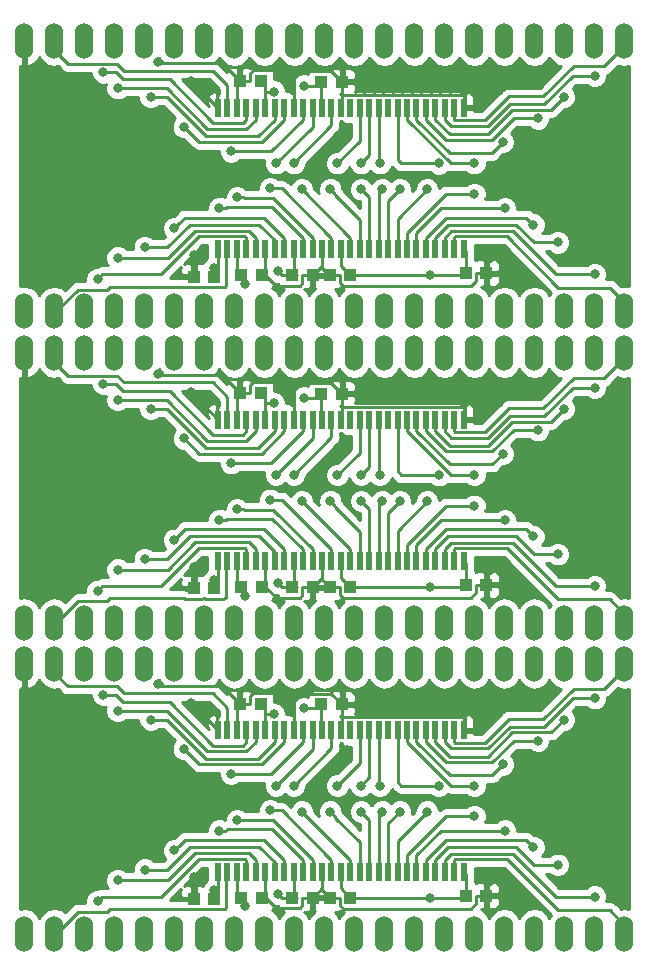
<source format=gtl>
G04 #@! TF.GenerationSoftware,KiCad,Pcbnew,(5.0.2)-1*
G04 #@! TF.CreationDate,2019-01-04T01:54:45+09:00*
G04 #@! TF.ProjectId,sdram-pane,73647261-6d2d-4706-916e-652e6b696361,v1.0*
G04 #@! TF.SameCoordinates,Original*
G04 #@! TF.FileFunction,Copper,L1,Top*
G04 #@! TF.FilePolarity,Positive*
%FSLAX46Y46*%
G04 Gerber Fmt 4.6, Leading zero omitted, Abs format (unit mm)*
G04 Created by KiCad (PCBNEW (5.0.2)-1) date 2019/01/04 1:54:45*
%MOMM*%
%LPD*%
G01*
G04 APERTURE LIST*
G04 #@! TA.AperFunction,ComponentPad*
%ADD10O,1.524000X3.048000*%
G04 #@! TD*
G04 #@! TA.AperFunction,SMDPad,CuDef*
%ADD11R,1.049020X1.079500*%
G04 #@! TD*
G04 #@! TA.AperFunction,SMDPad,CuDef*
%ADD12R,0.550000X1.500000*%
G04 #@! TD*
G04 #@! TA.AperFunction,ViaPad*
%ADD13C,0.800000*%
G04 #@! TD*
G04 #@! TA.AperFunction,Conductor*
%ADD14C,0.250000*%
G04 #@! TD*
G04 #@! TA.AperFunction,Conductor*
%ADD15C,0.254000*%
G04 #@! TD*
G04 APERTURE END LIST*
D10*
G04 #@! TO.P,J1,1*
G04 #@! TO.N,/VDD*
X118110000Y-53340000D03*
G04 #@! TO.P,J1,2*
G04 #@! TO.N,/DQ0*
X120650000Y-53340000D03*
G04 #@! TO.P,J1,3*
G04 #@! TO.N,/DQ1*
X123190000Y-53340000D03*
G04 #@! TO.P,J1,4*
G04 #@! TO.N,/DQ2*
X125730000Y-53340000D03*
G04 #@! TO.P,J1,5*
G04 #@! TO.N,/DQ3*
X128270000Y-53340000D03*
G04 #@! TO.P,J1,6*
G04 #@! TO.N,/DQ4*
X130810000Y-53340000D03*
G04 #@! TO.P,J1,7*
G04 #@! TO.N,/DQ5*
X133350000Y-53340000D03*
G04 #@! TO.P,J1,8*
G04 #@! TO.N,/DQ6*
X135890000Y-53340000D03*
G04 #@! TO.P,J1,9*
G04 #@! TO.N,/DQ7*
X138430000Y-53340000D03*
G04 #@! TO.P,J1,10*
G04 #@! TO.N,/DQML*
X140970000Y-53340000D03*
G04 #@! TO.P,J1,11*
G04 #@! TO.N,/WE*
X143510000Y-53340000D03*
G04 #@! TO.P,J1,12*
G04 #@! TO.N,/CAS*
X146050000Y-53340000D03*
G04 #@! TO.P,J1,13*
G04 #@! TO.N,/RAS*
X148590000Y-53340000D03*
G04 #@! TO.P,J1,14*
G04 #@! TO.N,/CS*
X151130000Y-53340000D03*
G04 #@! TO.P,J1,15*
G04 #@! TO.N,/BA0*
X153670000Y-53340000D03*
G04 #@! TO.P,J1,16*
G04 #@! TO.N,/BA1*
X156210000Y-53340000D03*
G04 #@! TO.P,J1,17*
G04 #@! TO.N,/A10*
X158750000Y-53340000D03*
G04 #@! TO.P,J1,18*
G04 #@! TO.N,/A0*
X161290000Y-53340000D03*
G04 #@! TO.P,J1,19*
G04 #@! TO.N,/A1*
X163830000Y-53340000D03*
G04 #@! TO.P,J1,20*
G04 #@! TO.N,/A2*
X166370000Y-53340000D03*
G04 #@! TO.P,J1,21*
G04 #@! TO.N,/A3*
X168910000Y-53340000D03*
G04 #@! TD*
G04 #@! TO.P,J2,21*
G04 #@! TO.N,GND*
X118110000Y-30480000D03*
G04 #@! TO.P,J2,20*
G04 #@! TO.N,/DQ15*
X120650000Y-30480000D03*
G04 #@! TO.P,J2,19*
G04 #@! TO.N,/DQ14*
X123190000Y-30480000D03*
G04 #@! TO.P,J2,18*
G04 #@! TO.N,/DQ13*
X125730000Y-30480000D03*
G04 #@! TO.P,J2,17*
G04 #@! TO.N,/DQ12*
X128270000Y-30480000D03*
G04 #@! TO.P,J2,16*
G04 #@! TO.N,/DQ11*
X130810000Y-30480000D03*
G04 #@! TO.P,J2,15*
G04 #@! TO.N,/DQ10*
X133350000Y-30480000D03*
G04 #@! TO.P,J2,14*
G04 #@! TO.N,/DQ9*
X135890000Y-30480000D03*
G04 #@! TO.P,J2,13*
G04 #@! TO.N,/DQ8*
X138430000Y-30480000D03*
G04 #@! TO.P,J2,12*
G04 #@! TO.N,N/C*
X140970000Y-30480000D03*
G04 #@! TO.P,J2,11*
G04 #@! TO.N,/DQMH*
X143510000Y-30480000D03*
G04 #@! TO.P,J2,10*
G04 #@! TO.N,/CLK*
X146050000Y-30480000D03*
G04 #@! TO.P,J2,9*
G04 #@! TO.N,/CKE*
X148590000Y-30480000D03*
G04 #@! TO.P,J2,8*
G04 #@! TO.N,N/C*
X151130000Y-30480000D03*
G04 #@! TO.P,J2,7*
G04 #@! TO.N,/A11*
X153670000Y-30480000D03*
G04 #@! TO.P,J2,6*
G04 #@! TO.N,/A9*
X156210000Y-30480000D03*
G04 #@! TO.P,J2,5*
G04 #@! TO.N,/A8*
X158750000Y-30480000D03*
G04 #@! TO.P,J2,4*
G04 #@! TO.N,/A7*
X161290000Y-30480000D03*
G04 #@! TO.P,J2,3*
G04 #@! TO.N,/A6*
X163830000Y-30480000D03*
G04 #@! TO.P,J2,2*
G04 #@! TO.N,/A5*
X166370000Y-30480000D03*
G04 #@! TO.P,J2,1*
G04 #@! TO.N,/A4*
X168910000Y-30480000D03*
G04 #@! TD*
D11*
G04 #@! TO.P,C1,1*
G04 #@! TO.N,/VDD*
X136452240Y-50300000D03*
G04 #@! TO.P,C1,2*
G04 #@! TO.N,GND*
X138199760Y-50300000D03*
G04 #@! TD*
G04 #@! TO.P,C2,2*
G04 #@! TO.N,GND*
X132452480Y-50400000D03*
G04 #@! TO.P,C2,1*
G04 #@! TO.N,/VDD*
X134200000Y-50400000D03*
G04 #@! TD*
G04 #@! TO.P,C3,1*
G04 #@! TO.N,/VDD*
X140752240Y-50300000D03*
G04 #@! TO.P,C3,2*
G04 #@! TO.N,GND*
X142499760Y-50300000D03*
G04 #@! TD*
G04 #@! TO.P,C4,2*
G04 #@! TO.N,GND*
X143950240Y-50300000D03*
G04 #@! TO.P,C4,1*
G04 #@! TO.N,/VDD*
X145697760Y-50300000D03*
G04 #@! TD*
G04 #@! TO.P,C5,1*
G04 #@! TO.N,/VDD*
X155476240Y-50100000D03*
G04 #@! TO.P,C5,2*
G04 #@! TO.N,GND*
X157223760Y-50100000D03*
G04 #@! TD*
G04 #@! TO.P,C6,2*
G04 #@! TO.N,GND*
X144999760Y-33900000D03*
G04 #@! TO.P,C6,1*
G04 #@! TO.N,/VDD*
X143252240Y-33900000D03*
G04 #@! TD*
G04 #@! TO.P,C7,1*
G04 #@! TO.N,/VDD*
X138099760Y-33850000D03*
G04 #@! TO.P,C7,2*
G04 #@! TO.N,GND*
X136352240Y-33850000D03*
G04 #@! TD*
D12*
G04 #@! TO.P,U1,1*
G04 #@! TO.N,/VDD*
X134500000Y-48100000D03*
G04 #@! TO.P,U1,2*
G04 #@! TO.N,/DQ0*
X135300000Y-48100000D03*
G04 #@! TO.P,U1,3*
G04 #@! TO.N,/VDD*
X136100000Y-48100000D03*
G04 #@! TO.P,U1,4*
G04 #@! TO.N,/DQ1*
X136900000Y-48100000D03*
G04 #@! TO.P,U1,5*
G04 #@! TO.N,/DQ2*
X137700000Y-48100000D03*
G04 #@! TO.P,U1,6*
G04 #@! TO.N,GND*
X138500000Y-48100000D03*
G04 #@! TO.P,U1,7*
G04 #@! TO.N,/DQ3*
X139300000Y-48100000D03*
G04 #@! TO.P,U1,8*
G04 #@! TO.N,/DQ4*
X140100000Y-48100000D03*
G04 #@! TO.P,U1,9*
G04 #@! TO.N,/VDD*
X140900000Y-48100000D03*
G04 #@! TO.P,U1,10*
G04 #@! TO.N,/DQ5*
X141700000Y-48100000D03*
G04 #@! TO.P,U1,11*
G04 #@! TO.N,/DQ6*
X142500000Y-48100000D03*
G04 #@! TO.P,U1,12*
G04 #@! TO.N,GND*
X143300000Y-48100000D03*
G04 #@! TO.P,U1,13*
G04 #@! TO.N,/DQ7*
X144100000Y-48100000D03*
G04 #@! TO.P,U1,14*
G04 #@! TO.N,/VDD*
X144900000Y-48100000D03*
G04 #@! TO.P,U1,15*
G04 #@! TO.N,/DQML*
X145700000Y-48100000D03*
G04 #@! TO.P,U1,16*
G04 #@! TO.N,/WE*
X146500000Y-48100000D03*
G04 #@! TO.P,U1,17*
G04 #@! TO.N,/CAS*
X147300000Y-48100000D03*
G04 #@! TO.P,U1,18*
G04 #@! TO.N,/RAS*
X148100000Y-48100000D03*
G04 #@! TO.P,U1,19*
G04 #@! TO.N,/CS*
X148900000Y-48100000D03*
G04 #@! TO.P,U1,20*
G04 #@! TO.N,/BA0*
X149700000Y-48100000D03*
G04 #@! TO.P,U1,21*
G04 #@! TO.N,/BA1*
X150500000Y-48100000D03*
G04 #@! TO.P,U1,22*
G04 #@! TO.N,/A10*
X151300000Y-48100000D03*
G04 #@! TO.P,U1,23*
G04 #@! TO.N,/A0*
X152100000Y-48100000D03*
G04 #@! TO.P,U1,24*
G04 #@! TO.N,/A1*
X152900000Y-48100000D03*
G04 #@! TO.P,U1,25*
G04 #@! TO.N,/A2*
X153700000Y-48100000D03*
G04 #@! TO.P,U1,26*
G04 #@! TO.N,/A3*
X154500000Y-48100000D03*
G04 #@! TO.P,U1,27*
G04 #@! TO.N,/VDD*
X155300000Y-48100000D03*
G04 #@! TO.P,U1,28*
G04 #@! TO.N,GND*
X155300000Y-36100000D03*
G04 #@! TO.P,U1,29*
G04 #@! TO.N,/A4*
X154500000Y-36100000D03*
G04 #@! TO.P,U1,30*
G04 #@! TO.N,/A5*
X153700000Y-36100000D03*
G04 #@! TO.P,U1,31*
G04 #@! TO.N,/A6*
X152900000Y-36100000D03*
G04 #@! TO.P,U1,32*
G04 #@! TO.N,/A7*
X152100000Y-36100000D03*
G04 #@! TO.P,U1,33*
G04 #@! TO.N,/A8*
X151300000Y-36100000D03*
G04 #@! TO.P,U1,34*
G04 #@! TO.N,/A9*
X150500000Y-36100000D03*
G04 #@! TO.P,U1,35*
G04 #@! TO.N,/A11*
X149700000Y-36100000D03*
G04 #@! TO.P,U1,36*
G04 #@! TO.N,N/C*
X148900000Y-36100000D03*
G04 #@! TO.P,U1,37*
G04 #@! TO.N,/CKE*
X148100000Y-36100000D03*
G04 #@! TO.P,U1,38*
G04 #@! TO.N,/CLK*
X147300000Y-36100000D03*
G04 #@! TO.P,U1,39*
G04 #@! TO.N,/DQMH*
X146500000Y-36100000D03*
G04 #@! TO.P,U1,40*
G04 #@! TO.N,N/C*
X145700000Y-36100000D03*
G04 #@! TO.P,U1,41*
G04 #@! TO.N,GND*
X144900000Y-36100000D03*
G04 #@! TO.P,U1,42*
G04 #@! TO.N,/DQ8*
X144100000Y-36100000D03*
G04 #@! TO.P,U1,43*
G04 #@! TO.N,/VDD*
X143300000Y-36100000D03*
G04 #@! TO.P,U1,44*
G04 #@! TO.N,/DQ9*
X142500000Y-36100000D03*
G04 #@! TO.P,U1,45*
G04 #@! TO.N,/DQ10*
X141700000Y-36100000D03*
G04 #@! TO.P,U1,46*
G04 #@! TO.N,GND*
X140900000Y-36100000D03*
G04 #@! TO.P,U1,47*
G04 #@! TO.N,/DQ11*
X140100000Y-36100000D03*
G04 #@! TO.P,U1,48*
G04 #@! TO.N,/DQ12*
X139300000Y-36100000D03*
G04 #@! TO.P,U1,49*
G04 #@! TO.N,/VDD*
X138500000Y-36100000D03*
G04 #@! TO.P,U1,50*
G04 #@! TO.N,/DQ13*
X137700000Y-36100000D03*
G04 #@! TO.P,U1,51*
G04 #@! TO.N,/DQ14*
X136900000Y-36100000D03*
G04 #@! TO.P,U1,52*
G04 #@! TO.N,GND*
X136100000Y-36100000D03*
G04 #@! TO.P,U1,53*
G04 #@! TO.N,/DQ15*
X135300000Y-36100000D03*
G04 #@! TO.P,U1,54*
G04 #@! TO.N,GND*
X134500000Y-36100000D03*
G04 #@! TD*
D10*
G04 #@! TO.P,J1,1*
G04 #@! TO.N,/VDD*
X118110000Y-79740000D03*
G04 #@! TO.P,J1,2*
G04 #@! TO.N,/DQ0*
X120650000Y-79740000D03*
G04 #@! TO.P,J1,3*
G04 #@! TO.N,/DQ1*
X123190000Y-79740000D03*
G04 #@! TO.P,J1,4*
G04 #@! TO.N,/DQ2*
X125730000Y-79740000D03*
G04 #@! TO.P,J1,5*
G04 #@! TO.N,/DQ3*
X128270000Y-79740000D03*
G04 #@! TO.P,J1,6*
G04 #@! TO.N,/DQ4*
X130810000Y-79740000D03*
G04 #@! TO.P,J1,7*
G04 #@! TO.N,/DQ5*
X133350000Y-79740000D03*
G04 #@! TO.P,J1,8*
G04 #@! TO.N,/DQ6*
X135890000Y-79740000D03*
G04 #@! TO.P,J1,9*
G04 #@! TO.N,/DQ7*
X138430000Y-79740000D03*
G04 #@! TO.P,J1,10*
G04 #@! TO.N,/DQML*
X140970000Y-79740000D03*
G04 #@! TO.P,J1,11*
G04 #@! TO.N,/WE*
X143510000Y-79740000D03*
G04 #@! TO.P,J1,12*
G04 #@! TO.N,/CAS*
X146050000Y-79740000D03*
G04 #@! TO.P,J1,13*
G04 #@! TO.N,/RAS*
X148590000Y-79740000D03*
G04 #@! TO.P,J1,14*
G04 #@! TO.N,/CS*
X151130000Y-79740000D03*
G04 #@! TO.P,J1,15*
G04 #@! TO.N,/BA0*
X153670000Y-79740000D03*
G04 #@! TO.P,J1,16*
G04 #@! TO.N,/BA1*
X156210000Y-79740000D03*
G04 #@! TO.P,J1,17*
G04 #@! TO.N,/A10*
X158750000Y-79740000D03*
G04 #@! TO.P,J1,18*
G04 #@! TO.N,/A0*
X161290000Y-79740000D03*
G04 #@! TO.P,J1,19*
G04 #@! TO.N,/A1*
X163830000Y-79740000D03*
G04 #@! TO.P,J1,20*
G04 #@! TO.N,/A2*
X166370000Y-79740000D03*
G04 #@! TO.P,J1,21*
G04 #@! TO.N,/A3*
X168910000Y-79740000D03*
G04 #@! TD*
G04 #@! TO.P,J2,21*
G04 #@! TO.N,GND*
X118110000Y-56880000D03*
G04 #@! TO.P,J2,20*
G04 #@! TO.N,/DQ15*
X120650000Y-56880000D03*
G04 #@! TO.P,J2,19*
G04 #@! TO.N,/DQ14*
X123190000Y-56880000D03*
G04 #@! TO.P,J2,18*
G04 #@! TO.N,/DQ13*
X125730000Y-56880000D03*
G04 #@! TO.P,J2,17*
G04 #@! TO.N,/DQ12*
X128270000Y-56880000D03*
G04 #@! TO.P,J2,16*
G04 #@! TO.N,/DQ11*
X130810000Y-56880000D03*
G04 #@! TO.P,J2,15*
G04 #@! TO.N,/DQ10*
X133350000Y-56880000D03*
G04 #@! TO.P,J2,14*
G04 #@! TO.N,/DQ9*
X135890000Y-56880000D03*
G04 #@! TO.P,J2,13*
G04 #@! TO.N,/DQ8*
X138430000Y-56880000D03*
G04 #@! TO.P,J2,12*
G04 #@! TO.N,N/C*
X140970000Y-56880000D03*
G04 #@! TO.P,J2,11*
G04 #@! TO.N,/DQMH*
X143510000Y-56880000D03*
G04 #@! TO.P,J2,10*
G04 #@! TO.N,/CLK*
X146050000Y-56880000D03*
G04 #@! TO.P,J2,9*
G04 #@! TO.N,/CKE*
X148590000Y-56880000D03*
G04 #@! TO.P,J2,8*
G04 #@! TO.N,N/C*
X151130000Y-56880000D03*
G04 #@! TO.P,J2,7*
G04 #@! TO.N,/A11*
X153670000Y-56880000D03*
G04 #@! TO.P,J2,6*
G04 #@! TO.N,/A9*
X156210000Y-56880000D03*
G04 #@! TO.P,J2,5*
G04 #@! TO.N,/A8*
X158750000Y-56880000D03*
G04 #@! TO.P,J2,4*
G04 #@! TO.N,/A7*
X161290000Y-56880000D03*
G04 #@! TO.P,J2,3*
G04 #@! TO.N,/A6*
X163830000Y-56880000D03*
G04 #@! TO.P,J2,2*
G04 #@! TO.N,/A5*
X166370000Y-56880000D03*
G04 #@! TO.P,J2,1*
G04 #@! TO.N,/A4*
X168910000Y-56880000D03*
G04 #@! TD*
D11*
G04 #@! TO.P,C1,1*
G04 #@! TO.N,/VDD*
X136452240Y-76700000D03*
G04 #@! TO.P,C1,2*
G04 #@! TO.N,GND*
X138199760Y-76700000D03*
G04 #@! TD*
G04 #@! TO.P,C2,2*
G04 #@! TO.N,GND*
X132452480Y-76800000D03*
G04 #@! TO.P,C2,1*
G04 #@! TO.N,/VDD*
X134200000Y-76800000D03*
G04 #@! TD*
G04 #@! TO.P,C3,1*
G04 #@! TO.N,/VDD*
X140752240Y-76700000D03*
G04 #@! TO.P,C3,2*
G04 #@! TO.N,GND*
X142499760Y-76700000D03*
G04 #@! TD*
G04 #@! TO.P,C4,2*
G04 #@! TO.N,GND*
X143950240Y-76700000D03*
G04 #@! TO.P,C4,1*
G04 #@! TO.N,/VDD*
X145697760Y-76700000D03*
G04 #@! TD*
G04 #@! TO.P,C5,1*
G04 #@! TO.N,/VDD*
X155476240Y-76500000D03*
G04 #@! TO.P,C5,2*
G04 #@! TO.N,GND*
X157223760Y-76500000D03*
G04 #@! TD*
G04 #@! TO.P,C6,2*
G04 #@! TO.N,GND*
X144999760Y-60300000D03*
G04 #@! TO.P,C6,1*
G04 #@! TO.N,/VDD*
X143252240Y-60300000D03*
G04 #@! TD*
G04 #@! TO.P,C7,1*
G04 #@! TO.N,/VDD*
X138099760Y-60250000D03*
G04 #@! TO.P,C7,2*
G04 #@! TO.N,GND*
X136352240Y-60250000D03*
G04 #@! TD*
D12*
G04 #@! TO.P,U1,1*
G04 #@! TO.N,/VDD*
X134500000Y-74500000D03*
G04 #@! TO.P,U1,2*
G04 #@! TO.N,/DQ0*
X135300000Y-74500000D03*
G04 #@! TO.P,U1,3*
G04 #@! TO.N,/VDD*
X136100000Y-74500000D03*
G04 #@! TO.P,U1,4*
G04 #@! TO.N,/DQ1*
X136900000Y-74500000D03*
G04 #@! TO.P,U1,5*
G04 #@! TO.N,/DQ2*
X137700000Y-74500000D03*
G04 #@! TO.P,U1,6*
G04 #@! TO.N,GND*
X138500000Y-74500000D03*
G04 #@! TO.P,U1,7*
G04 #@! TO.N,/DQ3*
X139300000Y-74500000D03*
G04 #@! TO.P,U1,8*
G04 #@! TO.N,/DQ4*
X140100000Y-74500000D03*
G04 #@! TO.P,U1,9*
G04 #@! TO.N,/VDD*
X140900000Y-74500000D03*
G04 #@! TO.P,U1,10*
G04 #@! TO.N,/DQ5*
X141700000Y-74500000D03*
G04 #@! TO.P,U1,11*
G04 #@! TO.N,/DQ6*
X142500000Y-74500000D03*
G04 #@! TO.P,U1,12*
G04 #@! TO.N,GND*
X143300000Y-74500000D03*
G04 #@! TO.P,U1,13*
G04 #@! TO.N,/DQ7*
X144100000Y-74500000D03*
G04 #@! TO.P,U1,14*
G04 #@! TO.N,/VDD*
X144900000Y-74500000D03*
G04 #@! TO.P,U1,15*
G04 #@! TO.N,/DQML*
X145700000Y-74500000D03*
G04 #@! TO.P,U1,16*
G04 #@! TO.N,/WE*
X146500000Y-74500000D03*
G04 #@! TO.P,U1,17*
G04 #@! TO.N,/CAS*
X147300000Y-74500000D03*
G04 #@! TO.P,U1,18*
G04 #@! TO.N,/RAS*
X148100000Y-74500000D03*
G04 #@! TO.P,U1,19*
G04 #@! TO.N,/CS*
X148900000Y-74500000D03*
G04 #@! TO.P,U1,20*
G04 #@! TO.N,/BA0*
X149700000Y-74500000D03*
G04 #@! TO.P,U1,21*
G04 #@! TO.N,/BA1*
X150500000Y-74500000D03*
G04 #@! TO.P,U1,22*
G04 #@! TO.N,/A10*
X151300000Y-74500000D03*
G04 #@! TO.P,U1,23*
G04 #@! TO.N,/A0*
X152100000Y-74500000D03*
G04 #@! TO.P,U1,24*
G04 #@! TO.N,/A1*
X152900000Y-74500000D03*
G04 #@! TO.P,U1,25*
G04 #@! TO.N,/A2*
X153700000Y-74500000D03*
G04 #@! TO.P,U1,26*
G04 #@! TO.N,/A3*
X154500000Y-74500000D03*
G04 #@! TO.P,U1,27*
G04 #@! TO.N,/VDD*
X155300000Y-74500000D03*
G04 #@! TO.P,U1,28*
G04 #@! TO.N,GND*
X155300000Y-62500000D03*
G04 #@! TO.P,U1,29*
G04 #@! TO.N,/A4*
X154500000Y-62500000D03*
G04 #@! TO.P,U1,30*
G04 #@! TO.N,/A5*
X153700000Y-62500000D03*
G04 #@! TO.P,U1,31*
G04 #@! TO.N,/A6*
X152900000Y-62500000D03*
G04 #@! TO.P,U1,32*
G04 #@! TO.N,/A7*
X152100000Y-62500000D03*
G04 #@! TO.P,U1,33*
G04 #@! TO.N,/A8*
X151300000Y-62500000D03*
G04 #@! TO.P,U1,34*
G04 #@! TO.N,/A9*
X150500000Y-62500000D03*
G04 #@! TO.P,U1,35*
G04 #@! TO.N,/A11*
X149700000Y-62500000D03*
G04 #@! TO.P,U1,36*
G04 #@! TO.N,N/C*
X148900000Y-62500000D03*
G04 #@! TO.P,U1,37*
G04 #@! TO.N,/CKE*
X148100000Y-62500000D03*
G04 #@! TO.P,U1,38*
G04 #@! TO.N,/CLK*
X147300000Y-62500000D03*
G04 #@! TO.P,U1,39*
G04 #@! TO.N,/DQMH*
X146500000Y-62500000D03*
G04 #@! TO.P,U1,40*
G04 #@! TO.N,N/C*
X145700000Y-62500000D03*
G04 #@! TO.P,U1,41*
G04 #@! TO.N,GND*
X144900000Y-62500000D03*
G04 #@! TO.P,U1,42*
G04 #@! TO.N,/DQ8*
X144100000Y-62500000D03*
G04 #@! TO.P,U1,43*
G04 #@! TO.N,/VDD*
X143300000Y-62500000D03*
G04 #@! TO.P,U1,44*
G04 #@! TO.N,/DQ9*
X142500000Y-62500000D03*
G04 #@! TO.P,U1,45*
G04 #@! TO.N,/DQ10*
X141700000Y-62500000D03*
G04 #@! TO.P,U1,46*
G04 #@! TO.N,GND*
X140900000Y-62500000D03*
G04 #@! TO.P,U1,47*
G04 #@! TO.N,/DQ11*
X140100000Y-62500000D03*
G04 #@! TO.P,U1,48*
G04 #@! TO.N,/DQ12*
X139300000Y-62500000D03*
G04 #@! TO.P,U1,49*
G04 #@! TO.N,/VDD*
X138500000Y-62500000D03*
G04 #@! TO.P,U1,50*
G04 #@! TO.N,/DQ13*
X137700000Y-62500000D03*
G04 #@! TO.P,U1,51*
G04 #@! TO.N,/DQ14*
X136900000Y-62500000D03*
G04 #@! TO.P,U1,52*
G04 #@! TO.N,GND*
X136100000Y-62500000D03*
G04 #@! TO.P,U1,53*
G04 #@! TO.N,/DQ15*
X135300000Y-62500000D03*
G04 #@! TO.P,U1,54*
G04 #@! TO.N,GND*
X134500000Y-62500000D03*
G04 #@! TD*
D10*
G04 #@! TO.P,J1,1*
G04 #@! TO.N,/VDD*
X118110000Y-106040000D03*
G04 #@! TO.P,J1,2*
G04 #@! TO.N,/DQ0*
X120650000Y-106040000D03*
G04 #@! TO.P,J1,3*
G04 #@! TO.N,/DQ1*
X123190000Y-106040000D03*
G04 #@! TO.P,J1,4*
G04 #@! TO.N,/DQ2*
X125730000Y-106040000D03*
G04 #@! TO.P,J1,5*
G04 #@! TO.N,/DQ3*
X128270000Y-106040000D03*
G04 #@! TO.P,J1,6*
G04 #@! TO.N,/DQ4*
X130810000Y-106040000D03*
G04 #@! TO.P,J1,7*
G04 #@! TO.N,/DQ5*
X133350000Y-106040000D03*
G04 #@! TO.P,J1,8*
G04 #@! TO.N,/DQ6*
X135890000Y-106040000D03*
G04 #@! TO.P,J1,9*
G04 #@! TO.N,/DQ7*
X138430000Y-106040000D03*
G04 #@! TO.P,J1,10*
G04 #@! TO.N,/DQML*
X140970000Y-106040000D03*
G04 #@! TO.P,J1,11*
G04 #@! TO.N,/WE*
X143510000Y-106040000D03*
G04 #@! TO.P,J1,12*
G04 #@! TO.N,/CAS*
X146050000Y-106040000D03*
G04 #@! TO.P,J1,13*
G04 #@! TO.N,/RAS*
X148590000Y-106040000D03*
G04 #@! TO.P,J1,14*
G04 #@! TO.N,/CS*
X151130000Y-106040000D03*
G04 #@! TO.P,J1,15*
G04 #@! TO.N,/BA0*
X153670000Y-106040000D03*
G04 #@! TO.P,J1,16*
G04 #@! TO.N,/BA1*
X156210000Y-106040000D03*
G04 #@! TO.P,J1,17*
G04 #@! TO.N,/A10*
X158750000Y-106040000D03*
G04 #@! TO.P,J1,18*
G04 #@! TO.N,/A0*
X161290000Y-106040000D03*
G04 #@! TO.P,J1,19*
G04 #@! TO.N,/A1*
X163830000Y-106040000D03*
G04 #@! TO.P,J1,20*
G04 #@! TO.N,/A2*
X166370000Y-106040000D03*
G04 #@! TO.P,J1,21*
G04 #@! TO.N,/A3*
X168910000Y-106040000D03*
G04 #@! TD*
G04 #@! TO.P,J2,21*
G04 #@! TO.N,GND*
X118110000Y-83180000D03*
G04 #@! TO.P,J2,20*
G04 #@! TO.N,/DQ15*
X120650000Y-83180000D03*
G04 #@! TO.P,J2,19*
G04 #@! TO.N,/DQ14*
X123190000Y-83180000D03*
G04 #@! TO.P,J2,18*
G04 #@! TO.N,/DQ13*
X125730000Y-83180000D03*
G04 #@! TO.P,J2,17*
G04 #@! TO.N,/DQ12*
X128270000Y-83180000D03*
G04 #@! TO.P,J2,16*
G04 #@! TO.N,/DQ11*
X130810000Y-83180000D03*
G04 #@! TO.P,J2,15*
G04 #@! TO.N,/DQ10*
X133350000Y-83180000D03*
G04 #@! TO.P,J2,14*
G04 #@! TO.N,/DQ9*
X135890000Y-83180000D03*
G04 #@! TO.P,J2,13*
G04 #@! TO.N,/DQ8*
X138430000Y-83180000D03*
G04 #@! TO.P,J2,12*
G04 #@! TO.N,N/C*
X140970000Y-83180000D03*
G04 #@! TO.P,J2,11*
G04 #@! TO.N,/DQMH*
X143510000Y-83180000D03*
G04 #@! TO.P,J2,10*
G04 #@! TO.N,/CLK*
X146050000Y-83180000D03*
G04 #@! TO.P,J2,9*
G04 #@! TO.N,/CKE*
X148590000Y-83180000D03*
G04 #@! TO.P,J2,8*
G04 #@! TO.N,N/C*
X151130000Y-83180000D03*
G04 #@! TO.P,J2,7*
G04 #@! TO.N,/A11*
X153670000Y-83180000D03*
G04 #@! TO.P,J2,6*
G04 #@! TO.N,/A9*
X156210000Y-83180000D03*
G04 #@! TO.P,J2,5*
G04 #@! TO.N,/A8*
X158750000Y-83180000D03*
G04 #@! TO.P,J2,4*
G04 #@! TO.N,/A7*
X161290000Y-83180000D03*
G04 #@! TO.P,J2,3*
G04 #@! TO.N,/A6*
X163830000Y-83180000D03*
G04 #@! TO.P,J2,2*
G04 #@! TO.N,/A5*
X166370000Y-83180000D03*
G04 #@! TO.P,J2,1*
G04 #@! TO.N,/A4*
X168910000Y-83180000D03*
G04 #@! TD*
D11*
G04 #@! TO.P,C1,1*
G04 #@! TO.N,/VDD*
X136452240Y-103000000D03*
G04 #@! TO.P,C1,2*
G04 #@! TO.N,GND*
X138199760Y-103000000D03*
G04 #@! TD*
G04 #@! TO.P,C2,2*
G04 #@! TO.N,GND*
X132452480Y-103100000D03*
G04 #@! TO.P,C2,1*
G04 #@! TO.N,/VDD*
X134200000Y-103100000D03*
G04 #@! TD*
G04 #@! TO.P,C3,1*
G04 #@! TO.N,/VDD*
X140752240Y-103000000D03*
G04 #@! TO.P,C3,2*
G04 #@! TO.N,GND*
X142499760Y-103000000D03*
G04 #@! TD*
G04 #@! TO.P,C4,2*
G04 #@! TO.N,GND*
X143950240Y-103000000D03*
G04 #@! TO.P,C4,1*
G04 #@! TO.N,/VDD*
X145697760Y-103000000D03*
G04 #@! TD*
G04 #@! TO.P,C5,1*
G04 #@! TO.N,/VDD*
X155476240Y-102800000D03*
G04 #@! TO.P,C5,2*
G04 #@! TO.N,GND*
X157223760Y-102800000D03*
G04 #@! TD*
G04 #@! TO.P,C6,2*
G04 #@! TO.N,GND*
X144999760Y-86600000D03*
G04 #@! TO.P,C6,1*
G04 #@! TO.N,/VDD*
X143252240Y-86600000D03*
G04 #@! TD*
G04 #@! TO.P,C7,1*
G04 #@! TO.N,/VDD*
X138099760Y-86550000D03*
G04 #@! TO.P,C7,2*
G04 #@! TO.N,GND*
X136352240Y-86550000D03*
G04 #@! TD*
D12*
G04 #@! TO.P,U1,1*
G04 #@! TO.N,/VDD*
X134500000Y-100800000D03*
G04 #@! TO.P,U1,2*
G04 #@! TO.N,/DQ0*
X135300000Y-100800000D03*
G04 #@! TO.P,U1,3*
G04 #@! TO.N,/VDD*
X136100000Y-100800000D03*
G04 #@! TO.P,U1,4*
G04 #@! TO.N,/DQ1*
X136900000Y-100800000D03*
G04 #@! TO.P,U1,5*
G04 #@! TO.N,/DQ2*
X137700000Y-100800000D03*
G04 #@! TO.P,U1,6*
G04 #@! TO.N,GND*
X138500000Y-100800000D03*
G04 #@! TO.P,U1,7*
G04 #@! TO.N,/DQ3*
X139300000Y-100800000D03*
G04 #@! TO.P,U1,8*
G04 #@! TO.N,/DQ4*
X140100000Y-100800000D03*
G04 #@! TO.P,U1,9*
G04 #@! TO.N,/VDD*
X140900000Y-100800000D03*
G04 #@! TO.P,U1,10*
G04 #@! TO.N,/DQ5*
X141700000Y-100800000D03*
G04 #@! TO.P,U1,11*
G04 #@! TO.N,/DQ6*
X142500000Y-100800000D03*
G04 #@! TO.P,U1,12*
G04 #@! TO.N,GND*
X143300000Y-100800000D03*
G04 #@! TO.P,U1,13*
G04 #@! TO.N,/DQ7*
X144100000Y-100800000D03*
G04 #@! TO.P,U1,14*
G04 #@! TO.N,/VDD*
X144900000Y-100800000D03*
G04 #@! TO.P,U1,15*
G04 #@! TO.N,/DQML*
X145700000Y-100800000D03*
G04 #@! TO.P,U1,16*
G04 #@! TO.N,/WE*
X146500000Y-100800000D03*
G04 #@! TO.P,U1,17*
G04 #@! TO.N,/CAS*
X147300000Y-100800000D03*
G04 #@! TO.P,U1,18*
G04 #@! TO.N,/RAS*
X148100000Y-100800000D03*
G04 #@! TO.P,U1,19*
G04 #@! TO.N,/CS*
X148900000Y-100800000D03*
G04 #@! TO.P,U1,20*
G04 #@! TO.N,/BA0*
X149700000Y-100800000D03*
G04 #@! TO.P,U1,21*
G04 #@! TO.N,/BA1*
X150500000Y-100800000D03*
G04 #@! TO.P,U1,22*
G04 #@! TO.N,/A10*
X151300000Y-100800000D03*
G04 #@! TO.P,U1,23*
G04 #@! TO.N,/A0*
X152100000Y-100800000D03*
G04 #@! TO.P,U1,24*
G04 #@! TO.N,/A1*
X152900000Y-100800000D03*
G04 #@! TO.P,U1,25*
G04 #@! TO.N,/A2*
X153700000Y-100800000D03*
G04 #@! TO.P,U1,26*
G04 #@! TO.N,/A3*
X154500000Y-100800000D03*
G04 #@! TO.P,U1,27*
G04 #@! TO.N,/VDD*
X155300000Y-100800000D03*
G04 #@! TO.P,U1,28*
G04 #@! TO.N,GND*
X155300000Y-88800000D03*
G04 #@! TO.P,U1,29*
G04 #@! TO.N,/A4*
X154500000Y-88800000D03*
G04 #@! TO.P,U1,30*
G04 #@! TO.N,/A5*
X153700000Y-88800000D03*
G04 #@! TO.P,U1,31*
G04 #@! TO.N,/A6*
X152900000Y-88800000D03*
G04 #@! TO.P,U1,32*
G04 #@! TO.N,/A7*
X152100000Y-88800000D03*
G04 #@! TO.P,U1,33*
G04 #@! TO.N,/A8*
X151300000Y-88800000D03*
G04 #@! TO.P,U1,34*
G04 #@! TO.N,/A9*
X150500000Y-88800000D03*
G04 #@! TO.P,U1,35*
G04 #@! TO.N,/A11*
X149700000Y-88800000D03*
G04 #@! TO.P,U1,36*
G04 #@! TO.N,N/C*
X148900000Y-88800000D03*
G04 #@! TO.P,U1,37*
G04 #@! TO.N,/CKE*
X148100000Y-88800000D03*
G04 #@! TO.P,U1,38*
G04 #@! TO.N,/CLK*
X147300000Y-88800000D03*
G04 #@! TO.P,U1,39*
G04 #@! TO.N,/DQMH*
X146500000Y-88800000D03*
G04 #@! TO.P,U1,40*
G04 #@! TO.N,N/C*
X145700000Y-88800000D03*
G04 #@! TO.P,U1,41*
G04 #@! TO.N,GND*
X144900000Y-88800000D03*
G04 #@! TO.P,U1,42*
G04 #@! TO.N,/DQ8*
X144100000Y-88800000D03*
G04 #@! TO.P,U1,43*
G04 #@! TO.N,/VDD*
X143300000Y-88800000D03*
G04 #@! TO.P,U1,44*
G04 #@! TO.N,/DQ9*
X142500000Y-88800000D03*
G04 #@! TO.P,U1,45*
G04 #@! TO.N,/DQ10*
X141700000Y-88800000D03*
G04 #@! TO.P,U1,46*
G04 #@! TO.N,GND*
X140900000Y-88800000D03*
G04 #@! TO.P,U1,47*
G04 #@! TO.N,/DQ11*
X140100000Y-88800000D03*
G04 #@! TO.P,U1,48*
G04 #@! TO.N,/DQ12*
X139300000Y-88800000D03*
G04 #@! TO.P,U1,49*
G04 #@! TO.N,/VDD*
X138500000Y-88800000D03*
G04 #@! TO.P,U1,50*
G04 #@! TO.N,/DQ13*
X137700000Y-88800000D03*
G04 #@! TO.P,U1,51*
G04 #@! TO.N,/DQ14*
X136900000Y-88800000D03*
G04 #@! TO.P,U1,52*
G04 #@! TO.N,GND*
X136100000Y-88800000D03*
G04 #@! TO.P,U1,53*
G04 #@! TO.N,/DQ15*
X135300000Y-88800000D03*
G04 #@! TO.P,U1,54*
G04 #@! TO.N,GND*
X134500000Y-88800000D03*
G04 #@! TD*
D13*
G04 #@! TO.N,/VDD*
X141776400Y-34237400D03*
X152437400Y-50288600D03*
X139204700Y-34738100D03*
X136800000Y-51000000D03*
X134200000Y-49650000D03*
X139550000Y-49950000D03*
X141776400Y-60637400D03*
X152437400Y-76688600D03*
X139204700Y-61138100D03*
X136800000Y-77400000D03*
X134200000Y-76050000D03*
X139550000Y-76350000D03*
X141776400Y-86937400D03*
X152437400Y-102988600D03*
X139204700Y-87438100D03*
X136800000Y-103700000D03*
X134200000Y-102350000D03*
X139550000Y-102650000D03*
G04 #@! TO.N,GND*
X157408800Y-34442900D03*
X157480000Y-48940600D03*
X129439500Y-32222700D03*
X132200000Y-33800000D03*
X132450000Y-48550000D03*
X131800000Y-43700000D03*
X126200000Y-39400000D03*
X164190000Y-40040000D03*
X151200000Y-33300000D03*
X157408800Y-60842900D03*
X157480000Y-75340600D03*
X129439500Y-58622700D03*
X132200000Y-60200000D03*
X132450000Y-74950000D03*
X131800000Y-70100000D03*
X126200000Y-65800000D03*
X164190000Y-66440000D03*
X151200000Y-59700000D03*
X157408800Y-87142900D03*
X157480000Y-101640600D03*
X129439500Y-84922700D03*
X132200000Y-86500000D03*
X132450000Y-101250000D03*
X131800000Y-96400000D03*
X126200000Y-92100000D03*
X164190000Y-92740000D03*
X151200000Y-86000000D03*
G04 #@! TO.N,/DQ1*
X124300000Y-50600000D03*
X124300000Y-77000000D03*
X124300000Y-103300000D03*
G04 #@! TO.N,/DQ2*
X126000000Y-48800000D03*
X126000000Y-75200000D03*
X126000000Y-101500000D03*
G04 #@! TO.N,/DQ3*
X128300000Y-47900000D03*
X128300000Y-74300000D03*
X128300000Y-100600000D03*
G04 #@! TO.N,/DQ4*
X130787340Y-46287340D03*
X130787340Y-72687340D03*
X130787340Y-98987340D03*
G04 #@! TO.N,/DQ5*
X134600000Y-44600000D03*
X134600000Y-71000000D03*
X134600000Y-97300000D03*
G04 #@! TO.N,/DQ6*
X136100000Y-43700000D03*
X136100000Y-70100000D03*
X136100000Y-96400000D03*
G04 #@! TO.N,/DQ7*
X138900000Y-42900000D03*
X138900000Y-69300000D03*
X138900000Y-95600000D03*
G04 #@! TO.N,/DQML*
X141600000Y-43000000D03*
X141600000Y-69400000D03*
X141600000Y-95700000D03*
G04 #@! TO.N,/WE*
X144000000Y-43000000D03*
X144000000Y-69400000D03*
X144000000Y-95700000D03*
G04 #@! TO.N,/CAS*
X146600000Y-43000000D03*
X146600000Y-69400000D03*
X146600000Y-95700000D03*
G04 #@! TO.N,/RAS*
X148400000Y-43000000D03*
X148400000Y-69400000D03*
X148400000Y-95700000D03*
G04 #@! TO.N,/CS*
X149900000Y-43000000D03*
X149900000Y-69400000D03*
X149900000Y-95700000D03*
G04 #@! TO.N,/BA0*
X152200000Y-43000000D03*
X152200000Y-69400000D03*
X152200000Y-95700000D03*
G04 #@! TO.N,/BA1*
X156200000Y-43400000D03*
X156200000Y-69800000D03*
X156200000Y-96100000D03*
G04 #@! TO.N,/A10*
X158800000Y-44600000D03*
X158800000Y-71000000D03*
X158800000Y-97300000D03*
G04 #@! TO.N,/A0*
X161200000Y-46000000D03*
X161200000Y-72400000D03*
X161200000Y-98700000D03*
G04 #@! TO.N,/A1*
X163250000Y-47500000D03*
X163250000Y-73900000D03*
X163250000Y-100200000D03*
G04 #@! TO.N,/A2*
X166400000Y-50200000D03*
X166400000Y-76600000D03*
X166400000Y-102900000D03*
G04 #@! TO.N,/DQ14*
X124800000Y-33100000D03*
X124800000Y-59500000D03*
X124800000Y-85800000D03*
G04 #@! TO.N,/DQ13*
X126000000Y-34450000D03*
X126000000Y-60850000D03*
X126000000Y-87150000D03*
G04 #@! TO.N,/DQ12*
X128800000Y-35200000D03*
X128800000Y-61600000D03*
X128800000Y-87900000D03*
G04 #@! TO.N,/DQ11*
X131600000Y-37700000D03*
X131600000Y-64100000D03*
X131600000Y-90400000D03*
G04 #@! TO.N,/DQ10*
X135600000Y-39800000D03*
X135600000Y-66200000D03*
X135600000Y-92500000D03*
G04 #@! TO.N,/DQ9*
X139400000Y-40800000D03*
X139400000Y-67200000D03*
X139400000Y-93500000D03*
G04 #@! TO.N,/DQ8*
X140900000Y-40800000D03*
X140900000Y-67200000D03*
X140900000Y-93500000D03*
G04 #@! TO.N,/DQMH*
X144600000Y-40800000D03*
X144600000Y-67200000D03*
X144600000Y-93500000D03*
G04 #@! TO.N,/CLK*
X146600000Y-40800000D03*
X146600000Y-67200000D03*
X146600000Y-93500000D03*
G04 #@! TO.N,/CKE*
X148200000Y-40800000D03*
X148200000Y-67200000D03*
X148200000Y-93500000D03*
G04 #@! TO.N,/A11*
X153187000Y-40812700D03*
X153187000Y-67212700D03*
X153187000Y-93512700D03*
G04 #@! TO.N,/A9*
X156200000Y-40800000D03*
X156200000Y-67200000D03*
X156200000Y-93500000D03*
G04 #@! TO.N,/A8*
X158600000Y-39000000D03*
X158600000Y-65400000D03*
X158600000Y-91700000D03*
G04 #@! TO.N,/A7*
X161600000Y-37000000D03*
X161600000Y-63400000D03*
X161600000Y-89700000D03*
G04 #@! TO.N,/A6*
X163800000Y-35200000D03*
X163800000Y-61600000D03*
X163800000Y-87900000D03*
G04 #@! TO.N,/A5*
X166400000Y-33400000D03*
X166400000Y-59800000D03*
X166400000Y-86100000D03*
G04 #@! TD*
D14*
G04 #@! TO.N,/VDD*
X136452200Y-50300000D02*
X136452000Y-50300000D01*
X140900000Y-48100000D02*
X140900000Y-50023800D01*
X140900000Y-50023800D02*
X141038000Y-50161900D01*
X145698000Y-50300000D02*
X145698000Y-50292400D01*
X145698000Y-50292400D02*
X145697800Y-50292600D01*
X145697800Y-50292600D02*
X145697800Y-50300000D01*
X143252000Y-34237400D02*
X141776400Y-34237400D01*
X143252000Y-34237400D02*
X143252000Y-34574900D01*
X143252000Y-33900000D02*
X143252000Y-34237400D01*
X141038000Y-50161900D02*
X141176000Y-50300000D01*
X152437400Y-50288600D02*
X155287400Y-50288600D01*
X155287400Y-50288600D02*
X155476000Y-50100000D01*
X145698000Y-50288600D02*
X152437400Y-50288600D01*
X145698000Y-50288600D02*
X145698000Y-50284800D01*
X145698000Y-50284800D02*
X144900000Y-49487200D01*
X144900000Y-49487200D02*
X144900000Y-48100000D01*
X145698000Y-50292400D02*
X145698000Y-50288600D01*
X138500000Y-34738100D02*
X138500000Y-36100000D01*
X138300000Y-34050000D02*
X138500000Y-34250000D01*
X138500000Y-34250000D02*
X138500000Y-34738100D01*
X139204700Y-34738100D02*
X138500000Y-34738100D01*
X141038000Y-50161900D02*
X140890300Y-50161900D01*
X140890300Y-50161900D02*
X140752200Y-50300000D01*
X134462000Y-50261900D02*
X134461900Y-50261900D01*
X134461900Y-50261900D02*
X134423800Y-50300000D01*
X134462000Y-50261900D02*
X134424000Y-50300000D01*
X134500000Y-48100000D02*
X134500000Y-50223800D01*
X134500000Y-50223800D02*
X134462000Y-50261900D01*
X136452000Y-50300000D02*
X136100000Y-49947500D01*
X136100000Y-49947500D02*
X136100000Y-48100000D01*
X155476000Y-49525000D02*
X155476200Y-49525200D01*
X155476200Y-49525200D02*
X155476200Y-50100000D01*
X155476000Y-49525000D02*
X155476000Y-48276200D01*
X155476000Y-48276200D02*
X155300000Y-48100000D01*
X155476000Y-50100000D02*
X155476000Y-49525000D01*
X143252000Y-34574900D02*
X143252200Y-34574700D01*
X143252200Y-34574700D02*
X143252200Y-33900000D01*
X143252000Y-34574900D02*
X143252000Y-36052500D01*
X143252000Y-36052500D02*
X143300000Y-36100000D01*
X138300000Y-34050000D02*
X138299800Y-34050000D01*
X138299800Y-34050000D02*
X138099800Y-33850000D01*
X138100000Y-33850000D02*
X138300000Y-34050000D01*
X118110000Y-52578000D02*
X118110000Y-53340000D01*
X136452240Y-50300000D02*
X136452240Y-50652240D01*
X136452240Y-50652240D02*
X136800000Y-51000000D01*
X134423760Y-50300000D02*
X134423760Y-49873760D01*
X134423760Y-49873760D02*
X134200000Y-49650000D01*
X140752240Y-50300000D02*
X139900000Y-50300000D01*
X139900000Y-50300000D02*
X139550000Y-49950000D01*
X136452200Y-76700000D02*
X136452000Y-76700000D01*
X140900000Y-74500000D02*
X140900000Y-76423800D01*
X140900000Y-76423800D02*
X141038000Y-76561900D01*
X145698000Y-76700000D02*
X145698000Y-76692400D01*
X145698000Y-76692400D02*
X145697800Y-76692600D01*
X145697800Y-76692600D02*
X145697800Y-76700000D01*
X143252000Y-60637400D02*
X141776400Y-60637400D01*
X143252000Y-60637400D02*
X143252000Y-60974900D01*
X143252000Y-60300000D02*
X143252000Y-60637400D01*
X141038000Y-76561900D02*
X141176000Y-76700000D01*
X152437400Y-76688600D02*
X155287400Y-76688600D01*
X155287400Y-76688600D02*
X155476000Y-76500000D01*
X145698000Y-76688600D02*
X152437400Y-76688600D01*
X145698000Y-76688600D02*
X145698000Y-76684800D01*
X145698000Y-76684800D02*
X144900000Y-75887200D01*
X144900000Y-75887200D02*
X144900000Y-74500000D01*
X145698000Y-76692400D02*
X145698000Y-76688600D01*
X138500000Y-61138100D02*
X138500000Y-62500000D01*
X138300000Y-60450000D02*
X138500000Y-60650000D01*
X138500000Y-60650000D02*
X138500000Y-61138100D01*
X139204700Y-61138100D02*
X138500000Y-61138100D01*
X141038000Y-76561900D02*
X140890300Y-76561900D01*
X140890300Y-76561900D02*
X140752200Y-76700000D01*
X134462000Y-76661900D02*
X134461900Y-76661900D01*
X134461900Y-76661900D02*
X134423800Y-76700000D01*
X134462000Y-76661900D02*
X134424000Y-76700000D01*
X134500000Y-74500000D02*
X134500000Y-76623800D01*
X134500000Y-76623800D02*
X134462000Y-76661900D01*
X136452000Y-76700000D02*
X136100000Y-76347500D01*
X136100000Y-76347500D02*
X136100000Y-74500000D01*
X155476000Y-75925000D02*
X155476200Y-75925200D01*
X155476200Y-75925200D02*
X155476200Y-76500000D01*
X155476000Y-75925000D02*
X155476000Y-74676200D01*
X155476000Y-74676200D02*
X155300000Y-74500000D01*
X155476000Y-76500000D02*
X155476000Y-75925000D01*
X143252000Y-60974900D02*
X143252200Y-60974700D01*
X143252200Y-60974700D02*
X143252200Y-60300000D01*
X143252000Y-60974900D02*
X143252000Y-62452500D01*
X143252000Y-62452500D02*
X143300000Y-62500000D01*
X138300000Y-60450000D02*
X138299800Y-60450000D01*
X138299800Y-60450000D02*
X138099800Y-60250000D01*
X138100000Y-60250000D02*
X138300000Y-60450000D01*
X118110000Y-78978000D02*
X118110000Y-79740000D01*
X136452240Y-76700000D02*
X136452240Y-77052240D01*
X136452240Y-77052240D02*
X136800000Y-77400000D01*
X134423760Y-76700000D02*
X134423760Y-76273760D01*
X134423760Y-76273760D02*
X134200000Y-76050000D01*
X140752240Y-76700000D02*
X139900000Y-76700000D01*
X139900000Y-76700000D02*
X139550000Y-76350000D01*
X136452200Y-103000000D02*
X136452000Y-103000000D01*
X140900000Y-100800000D02*
X140900000Y-102723800D01*
X140900000Y-102723800D02*
X141038000Y-102861900D01*
X145698000Y-103000000D02*
X145698000Y-102992400D01*
X145698000Y-102992400D02*
X145697800Y-102992600D01*
X145697800Y-102992600D02*
X145697800Y-103000000D01*
X143252000Y-86937400D02*
X141776400Y-86937400D01*
X143252000Y-86937400D02*
X143252000Y-87274900D01*
X143252000Y-86600000D02*
X143252000Y-86937400D01*
X141038000Y-102861900D02*
X141176000Y-103000000D01*
X152437400Y-102988600D02*
X155287400Y-102988600D01*
X155287400Y-102988600D02*
X155476000Y-102800000D01*
X145698000Y-102988600D02*
X152437400Y-102988600D01*
X145698000Y-102988600D02*
X145698000Y-102984800D01*
X145698000Y-102984800D02*
X144900000Y-102187200D01*
X144900000Y-102187200D02*
X144900000Y-100800000D01*
X145698000Y-102992400D02*
X145698000Y-102988600D01*
X138500000Y-87438100D02*
X138500000Y-88800000D01*
X138300000Y-86750000D02*
X138500000Y-86950000D01*
X138500000Y-86950000D02*
X138500000Y-87438100D01*
X139204700Y-87438100D02*
X138500000Y-87438100D01*
X141038000Y-102861900D02*
X140890300Y-102861900D01*
X140890300Y-102861900D02*
X140752200Y-103000000D01*
X134462000Y-102961900D02*
X134461900Y-102961900D01*
X134461900Y-102961900D02*
X134423800Y-103000000D01*
X134462000Y-102961900D02*
X134424000Y-103000000D01*
X134500000Y-100800000D02*
X134500000Y-102923800D01*
X134500000Y-102923800D02*
X134462000Y-102961900D01*
X136452000Y-103000000D02*
X136100000Y-102647500D01*
X136100000Y-102647500D02*
X136100000Y-100800000D01*
X155476000Y-102225000D02*
X155476200Y-102225200D01*
X155476200Y-102225200D02*
X155476200Y-102800000D01*
X155476000Y-102225000D02*
X155476000Y-100976200D01*
X155476000Y-100976200D02*
X155300000Y-100800000D01*
X155476000Y-102800000D02*
X155476000Y-102225000D01*
X143252000Y-87274900D02*
X143252200Y-87274700D01*
X143252200Y-87274700D02*
X143252200Y-86600000D01*
X143252000Y-87274900D02*
X143252000Y-88752500D01*
X143252000Y-88752500D02*
X143300000Y-88800000D01*
X138300000Y-86750000D02*
X138299800Y-86750000D01*
X138299800Y-86750000D02*
X138099800Y-86550000D01*
X138100000Y-86550000D02*
X138300000Y-86750000D01*
X118110000Y-105278000D02*
X118110000Y-106040000D01*
X136452240Y-103000000D02*
X136452240Y-103352240D01*
X136452240Y-103352240D02*
X136800000Y-103700000D01*
X134423760Y-103000000D02*
X134423760Y-102573760D01*
X134423760Y-102573760D02*
X134200000Y-102350000D01*
X140752240Y-103000000D02*
X139900000Y-103000000D01*
X139900000Y-103000000D02*
X139550000Y-102650000D01*
G04 #@! TO.N,GND*
X138350000Y-50150000D02*
X139368500Y-51168500D01*
X139368500Y-51168500D02*
X141418800Y-51168500D01*
X141418800Y-51168500D02*
X141650000Y-50937300D01*
X141650000Y-50937300D02*
X141650000Y-50300000D01*
X142499800Y-50300000D02*
X141650000Y-50300000D01*
X138350000Y-50150000D02*
X138349800Y-50150000D01*
X138349800Y-50150000D02*
X138199800Y-50300000D01*
X138350000Y-50150000D02*
X138500000Y-50000000D01*
X138500000Y-50000000D02*
X138500000Y-48100000D01*
X145000000Y-35024600D02*
X145000000Y-36000000D01*
X145000000Y-36000000D02*
X144900000Y-36100000D01*
X157223800Y-50100000D02*
X156374000Y-50100000D01*
X143950200Y-50300000D02*
X144800000Y-50300000D01*
X144800000Y-50300000D02*
X144800000Y-50937300D01*
X144800000Y-50937300D02*
X145072800Y-51210100D01*
X145072800Y-51210100D02*
X155901200Y-51210100D01*
X155901200Y-51210100D02*
X156374000Y-50737300D01*
X156374000Y-50737300D02*
X156374000Y-50100000D01*
X143625000Y-49975000D02*
X143625200Y-49975000D01*
X143625200Y-49975000D02*
X143950200Y-50300000D01*
X142500000Y-50292400D02*
X142499800Y-50292600D01*
X142499800Y-50292600D02*
X142499800Y-50300000D01*
X140900000Y-33002500D02*
X140900000Y-35024700D01*
X137202000Y-33850000D02*
X137202000Y-33212600D01*
X137202000Y-33212600D02*
X137471900Y-32942700D01*
X137471900Y-32942700D02*
X140840200Y-32942700D01*
X140840200Y-32942700D02*
X140900000Y-33002500D01*
X145000000Y-33900000D02*
X144102500Y-33002500D01*
X144102500Y-33002500D02*
X140900000Y-33002500D01*
X136352200Y-33850000D02*
X137202000Y-33850000D01*
X136352200Y-33850000D02*
X134831800Y-32329600D01*
X134831800Y-32329600D02*
X129546400Y-32329600D01*
X129546400Y-32329600D02*
X129439500Y-32222700D01*
X140900000Y-36100000D02*
X140900000Y-35024700D01*
X157223800Y-50100000D02*
X157223800Y-49234900D01*
X157223800Y-49234900D02*
X157480000Y-48978700D01*
X157480000Y-48978700D02*
X157480000Y-48940600D01*
X157408800Y-34442900D02*
X155881800Y-34442900D01*
X155881800Y-34442900D02*
X155300000Y-35024700D01*
X136352200Y-33850000D02*
X136352000Y-33850000D01*
X142500000Y-50292400D02*
X142500000Y-50284800D01*
X142500000Y-50284800D02*
X143300000Y-49484800D01*
X142500000Y-50300000D02*
X142500000Y-50292400D01*
X145000000Y-33900000D02*
X145000000Y-34574900D01*
X155300000Y-36100000D02*
X155300000Y-35024700D01*
X145000000Y-34574900D02*
X145000000Y-35024600D01*
X155300000Y-35024700D02*
X145000100Y-35024700D01*
X145000100Y-35024700D02*
X145000000Y-35024600D01*
X138200000Y-50300000D02*
X138350000Y-50150000D01*
X145000000Y-34574900D02*
X144999800Y-34574700D01*
X144999800Y-34574700D02*
X144999800Y-33900000D01*
X136352000Y-33850000D02*
X136100000Y-34102500D01*
X136100000Y-34102500D02*
X136100000Y-36100000D01*
X143625000Y-49975000D02*
X143950000Y-50300000D01*
X143300000Y-49484800D02*
X143300000Y-49650000D01*
X143300000Y-49650000D02*
X143625000Y-49975000D01*
X143300000Y-49100000D02*
X143300000Y-49484800D01*
X143300000Y-48100000D02*
X143300000Y-49100000D01*
X143300000Y-49484800D02*
X143300000Y-49100000D01*
X143300000Y-49100000D02*
X143300000Y-48100000D01*
X118110000Y-31242000D02*
X118110000Y-30480000D01*
X134500000Y-36100000D02*
X132200000Y-33800000D01*
X132676240Y-50300000D02*
X132676240Y-48776240D01*
X132676240Y-48776240D02*
X132450000Y-48550000D01*
X131800000Y-43700000D02*
X130500000Y-43700000D01*
X130500000Y-43700000D02*
X126200000Y-39400000D01*
X157408800Y-34442900D02*
X152342900Y-34442900D01*
X152342900Y-34442900D02*
X151200000Y-33300000D01*
X138350000Y-76550000D02*
X139368500Y-77568500D01*
X139368500Y-77568500D02*
X141418800Y-77568500D01*
X141418800Y-77568500D02*
X141650000Y-77337300D01*
X141650000Y-77337300D02*
X141650000Y-76700000D01*
X142499800Y-76700000D02*
X141650000Y-76700000D01*
X138350000Y-76550000D02*
X138349800Y-76550000D01*
X138349800Y-76550000D02*
X138199800Y-76700000D01*
X138350000Y-76550000D02*
X138500000Y-76400000D01*
X138500000Y-76400000D02*
X138500000Y-74500000D01*
X145000000Y-61424600D02*
X145000000Y-62400000D01*
X145000000Y-62400000D02*
X144900000Y-62500000D01*
X157223800Y-76500000D02*
X156374000Y-76500000D01*
X143950200Y-76700000D02*
X144800000Y-76700000D01*
X144800000Y-76700000D02*
X144800000Y-77337300D01*
X144800000Y-77337300D02*
X145072800Y-77610100D01*
X145072800Y-77610100D02*
X155901200Y-77610100D01*
X155901200Y-77610100D02*
X156374000Y-77137300D01*
X156374000Y-77137300D02*
X156374000Y-76500000D01*
X143625000Y-76375000D02*
X143625200Y-76375000D01*
X143625200Y-76375000D02*
X143950200Y-76700000D01*
X142500000Y-76692400D02*
X142499800Y-76692600D01*
X142499800Y-76692600D02*
X142499800Y-76700000D01*
X140900000Y-59402500D02*
X140900000Y-61424700D01*
X137202000Y-60250000D02*
X137202000Y-59612600D01*
X137202000Y-59612600D02*
X137471900Y-59342700D01*
X137471900Y-59342700D02*
X140840200Y-59342700D01*
X140840200Y-59342700D02*
X140900000Y-59402500D01*
X145000000Y-60300000D02*
X144102500Y-59402500D01*
X144102500Y-59402500D02*
X140900000Y-59402500D01*
X136352200Y-60250000D02*
X137202000Y-60250000D01*
X136352200Y-60250000D02*
X134831800Y-58729600D01*
X134831800Y-58729600D02*
X129546400Y-58729600D01*
X129546400Y-58729600D02*
X129439500Y-58622700D01*
X140900000Y-62500000D02*
X140900000Y-61424700D01*
X157223800Y-76500000D02*
X157223800Y-75634900D01*
X157223800Y-75634900D02*
X157480000Y-75378700D01*
X157480000Y-75378700D02*
X157480000Y-75340600D01*
X157408800Y-60842900D02*
X155881800Y-60842900D01*
X155881800Y-60842900D02*
X155300000Y-61424700D01*
X136352200Y-60250000D02*
X136352000Y-60250000D01*
X142500000Y-76692400D02*
X142500000Y-76684800D01*
X142500000Y-76684800D02*
X143300000Y-75884800D01*
X142500000Y-76700000D02*
X142500000Y-76692400D01*
X145000000Y-60300000D02*
X145000000Y-60974900D01*
X155300000Y-62500000D02*
X155300000Y-61424700D01*
X145000000Y-60974900D02*
X145000000Y-61424600D01*
X155300000Y-61424700D02*
X145000100Y-61424700D01*
X145000100Y-61424700D02*
X145000000Y-61424600D01*
X138200000Y-76700000D02*
X138350000Y-76550000D01*
X145000000Y-60974900D02*
X144999800Y-60974700D01*
X144999800Y-60974700D02*
X144999800Y-60300000D01*
X136352000Y-60250000D02*
X136100000Y-60502500D01*
X136100000Y-60502500D02*
X136100000Y-62500000D01*
X143625000Y-76375000D02*
X143950000Y-76700000D01*
X143300000Y-75884800D02*
X143300000Y-76050000D01*
X143300000Y-76050000D02*
X143625000Y-76375000D01*
X143300000Y-75500000D02*
X143300000Y-75884800D01*
X143300000Y-74500000D02*
X143300000Y-75500000D01*
X143300000Y-75884800D02*
X143300000Y-75500000D01*
X143300000Y-75500000D02*
X143300000Y-74500000D01*
X118110000Y-57642000D02*
X118110000Y-56880000D01*
X134500000Y-62500000D02*
X132200000Y-60200000D01*
X132676240Y-76700000D02*
X132676240Y-75176240D01*
X132676240Y-75176240D02*
X132450000Y-74950000D01*
X131800000Y-70100000D02*
X130500000Y-70100000D01*
X130500000Y-70100000D02*
X126200000Y-65800000D01*
X157408800Y-60842900D02*
X152342900Y-60842900D01*
X152342900Y-60842900D02*
X151200000Y-59700000D01*
X138350000Y-102850000D02*
X139368500Y-103868500D01*
X139368500Y-103868500D02*
X141418800Y-103868500D01*
X141418800Y-103868500D02*
X141650000Y-103637300D01*
X141650000Y-103637300D02*
X141650000Y-103000000D01*
X142499800Y-103000000D02*
X141650000Y-103000000D01*
X138350000Y-102850000D02*
X138349800Y-102850000D01*
X138349800Y-102850000D02*
X138199800Y-103000000D01*
X138350000Y-102850000D02*
X138500000Y-102700000D01*
X138500000Y-102700000D02*
X138500000Y-100800000D01*
X145000000Y-87724600D02*
X145000000Y-88700000D01*
X145000000Y-88700000D02*
X144900000Y-88800000D01*
X157223800Y-102800000D02*
X156374000Y-102800000D01*
X143950200Y-103000000D02*
X144800000Y-103000000D01*
X144800000Y-103000000D02*
X144800000Y-103637300D01*
X144800000Y-103637300D02*
X145072800Y-103910100D01*
X145072800Y-103910100D02*
X155901200Y-103910100D01*
X155901200Y-103910100D02*
X156374000Y-103437300D01*
X156374000Y-103437300D02*
X156374000Y-102800000D01*
X143625000Y-102675000D02*
X143625200Y-102675000D01*
X143625200Y-102675000D02*
X143950200Y-103000000D01*
X142500000Y-102992400D02*
X142499800Y-102992600D01*
X142499800Y-102992600D02*
X142499800Y-103000000D01*
X140900000Y-85702500D02*
X140900000Y-87724700D01*
X137202000Y-86550000D02*
X137202000Y-85912600D01*
X137202000Y-85912600D02*
X137471900Y-85642700D01*
X137471900Y-85642700D02*
X140840200Y-85642700D01*
X140840200Y-85642700D02*
X140900000Y-85702500D01*
X145000000Y-86600000D02*
X144102500Y-85702500D01*
X144102500Y-85702500D02*
X140900000Y-85702500D01*
X136352200Y-86550000D02*
X137202000Y-86550000D01*
X136352200Y-86550000D02*
X134831800Y-85029600D01*
X134831800Y-85029600D02*
X129546400Y-85029600D01*
X129546400Y-85029600D02*
X129439500Y-84922700D01*
X140900000Y-88800000D02*
X140900000Y-87724700D01*
X157223800Y-102800000D02*
X157223800Y-101934900D01*
X157223800Y-101934900D02*
X157480000Y-101678700D01*
X157480000Y-101678700D02*
X157480000Y-101640600D01*
X157408800Y-87142900D02*
X155881800Y-87142900D01*
X155881800Y-87142900D02*
X155300000Y-87724700D01*
X136352200Y-86550000D02*
X136352000Y-86550000D01*
X142500000Y-102992400D02*
X142500000Y-102984800D01*
X142500000Y-102984800D02*
X143300000Y-102184800D01*
X142500000Y-103000000D02*
X142500000Y-102992400D01*
X145000000Y-86600000D02*
X145000000Y-87274900D01*
X155300000Y-88800000D02*
X155300000Y-87724700D01*
X145000000Y-87274900D02*
X145000000Y-87724600D01*
X155300000Y-87724700D02*
X145000100Y-87724700D01*
X145000100Y-87724700D02*
X145000000Y-87724600D01*
X138200000Y-103000000D02*
X138350000Y-102850000D01*
X145000000Y-87274900D02*
X144999800Y-87274700D01*
X144999800Y-87274700D02*
X144999800Y-86600000D01*
X136352000Y-86550000D02*
X136100000Y-86802500D01*
X136100000Y-86802500D02*
X136100000Y-88800000D01*
X143625000Y-102675000D02*
X143950000Y-103000000D01*
X143300000Y-102184800D02*
X143300000Y-102350000D01*
X143300000Y-102350000D02*
X143625000Y-102675000D01*
X143300000Y-101800000D02*
X143300000Y-102184800D01*
X143300000Y-100800000D02*
X143300000Y-101800000D01*
X143300000Y-102184800D02*
X143300000Y-101800000D01*
X143300000Y-101800000D02*
X143300000Y-100800000D01*
X118110000Y-83942000D02*
X118110000Y-83180000D01*
X134500000Y-88800000D02*
X132200000Y-86500000D01*
X132676240Y-103000000D02*
X132676240Y-101476240D01*
X132676240Y-101476240D02*
X132450000Y-101250000D01*
X131800000Y-96400000D02*
X130500000Y-96400000D01*
X130500000Y-96400000D02*
X126200000Y-92100000D01*
X157408800Y-87142900D02*
X152342900Y-87142900D01*
X152342900Y-87142900D02*
X151200000Y-86000000D01*
G04 #@! TO.N,/DQ0*
X125086000Y-51491000D02*
X122659000Y-51491000D01*
X122659000Y-51491000D02*
X120810000Y-53340000D01*
X125327000Y-51250000D02*
X125086000Y-51491000D01*
X120810000Y-53340000D02*
X120650000Y-53340000D01*
X131667969Y-51264751D02*
X131653218Y-51250000D01*
X133400738Y-51250000D02*
X133251742Y-51250000D01*
X131653218Y-51250000D02*
X125327000Y-51250000D01*
X133415489Y-51264751D02*
X133400738Y-51250000D01*
X135200000Y-48200000D02*
X135200000Y-51173000D01*
X135300000Y-48100000D02*
X135200000Y-48200000D01*
X135200000Y-51173000D02*
X135123000Y-51250000D01*
X133236991Y-51264751D02*
X131667969Y-51264751D01*
X135123000Y-51250000D02*
X134999262Y-51250000D01*
X134999262Y-51250000D02*
X134984511Y-51264751D01*
X133251742Y-51250000D02*
X133236991Y-51264751D01*
X134984511Y-51264751D02*
X133415489Y-51264751D01*
X125086000Y-77891000D02*
X122659000Y-77891000D01*
X122659000Y-77891000D02*
X120810000Y-79740000D01*
X125327000Y-77650000D02*
X125086000Y-77891000D01*
X120810000Y-79740000D02*
X120650000Y-79740000D01*
X131667969Y-77664751D02*
X131653218Y-77650000D01*
X133400738Y-77650000D02*
X133251742Y-77650000D01*
X131653218Y-77650000D02*
X125327000Y-77650000D01*
X133415489Y-77664751D02*
X133400738Y-77650000D01*
X135200000Y-74600000D02*
X135200000Y-77573000D01*
X135300000Y-74500000D02*
X135200000Y-74600000D01*
X135200000Y-77573000D02*
X135123000Y-77650000D01*
X133236991Y-77664751D02*
X131667969Y-77664751D01*
X135123000Y-77650000D02*
X134999262Y-77650000D01*
X134999262Y-77650000D02*
X134984511Y-77664751D01*
X133251742Y-77650000D02*
X133236991Y-77664751D01*
X134984511Y-77664751D02*
X133415489Y-77664751D01*
X125086000Y-104191000D02*
X122659000Y-104191000D01*
X122659000Y-104191000D02*
X120810000Y-106040000D01*
X125327000Y-103950000D02*
X125086000Y-104191000D01*
X120810000Y-106040000D02*
X120650000Y-106040000D01*
X131667969Y-103964751D02*
X131653218Y-103950000D01*
X133400738Y-103950000D02*
X133251742Y-103950000D01*
X131653218Y-103950000D02*
X125327000Y-103950000D01*
X133415489Y-103964751D02*
X133400738Y-103950000D01*
X135200000Y-100900000D02*
X135200000Y-103873000D01*
X135300000Y-100800000D02*
X135200000Y-100900000D01*
X135200000Y-103873000D02*
X135123000Y-103950000D01*
X133236991Y-103964751D02*
X131667969Y-103964751D01*
X135123000Y-103950000D02*
X134999262Y-103950000D01*
X134999262Y-103950000D02*
X134984511Y-103964751D01*
X133251742Y-103950000D02*
X133236991Y-103964751D01*
X134984511Y-103964751D02*
X133415489Y-103964751D01*
G04 #@! TO.N,/DQ1*
X124700000Y-50200000D02*
X124300000Y-50600000D01*
X129650000Y-50200000D02*
X124700000Y-50200000D01*
X132850000Y-47000000D02*
X129650000Y-50200000D01*
X136800000Y-47000000D02*
X132850000Y-47000000D01*
X136900000Y-48100000D02*
X136900000Y-47100000D01*
X136900000Y-47100000D02*
X136800000Y-47000000D01*
X124700000Y-76600000D02*
X124300000Y-77000000D01*
X129650000Y-76600000D02*
X124700000Y-76600000D01*
X132850000Y-73400000D02*
X129650000Y-76600000D01*
X136800000Y-73400000D02*
X132850000Y-73400000D01*
X136900000Y-74500000D02*
X136900000Y-73500000D01*
X136900000Y-73500000D02*
X136800000Y-73400000D01*
X124700000Y-102900000D02*
X124300000Y-103300000D01*
X129650000Y-102900000D02*
X124700000Y-102900000D01*
X132850000Y-99700000D02*
X129650000Y-102900000D01*
X136800000Y-99700000D02*
X132850000Y-99700000D01*
X136900000Y-100800000D02*
X136900000Y-99800000D01*
X136900000Y-99800000D02*
X136800000Y-99700000D01*
G04 #@! TO.N,/DQ2*
X130250000Y-48800000D02*
X126000000Y-48800000D01*
X132550000Y-46500000D02*
X130250000Y-48800000D01*
X137100000Y-46500000D02*
X132550000Y-46500000D01*
X137700000Y-48100000D02*
X137700000Y-47100000D01*
X137700000Y-47100000D02*
X137100000Y-46500000D01*
X130250000Y-75200000D02*
X126000000Y-75200000D01*
X132550000Y-72900000D02*
X130250000Y-75200000D01*
X137100000Y-72900000D02*
X132550000Y-72900000D01*
X137700000Y-74500000D02*
X137700000Y-73500000D01*
X137700000Y-73500000D02*
X137100000Y-72900000D01*
X130250000Y-101500000D02*
X126000000Y-101500000D01*
X132550000Y-99200000D02*
X130250000Y-101500000D01*
X137100000Y-99200000D02*
X132550000Y-99200000D01*
X137700000Y-100800000D02*
X137700000Y-99800000D01*
X137700000Y-99800000D02*
X137100000Y-99200000D01*
G04 #@! TO.N,/DQ3*
X132100000Y-46000000D02*
X130200000Y-47900000D01*
X138000000Y-46000000D02*
X132100000Y-46000000D01*
X139300000Y-47300000D02*
X138000000Y-46000000D01*
X139300000Y-48100000D02*
X139300000Y-47300000D01*
X130200000Y-47900000D02*
X128300000Y-47900000D01*
X132100000Y-72400000D02*
X130200000Y-74300000D01*
X138000000Y-72400000D02*
X132100000Y-72400000D01*
X139300000Y-73700000D02*
X138000000Y-72400000D01*
X139300000Y-74500000D02*
X139300000Y-73700000D01*
X130200000Y-74300000D02*
X128300000Y-74300000D01*
X132100000Y-98700000D02*
X130200000Y-100600000D01*
X138000000Y-98700000D02*
X132100000Y-98700000D01*
X139300000Y-100000000D02*
X138000000Y-98700000D01*
X139300000Y-100800000D02*
X139300000Y-100000000D01*
X130200000Y-100600000D02*
X128300000Y-100600000D01*
G04 #@! TO.N,/DQ4*
X140100000Y-47100000D02*
X138400000Y-45400000D01*
X138400000Y-45400000D02*
X131674680Y-45400000D01*
X131187339Y-45887341D02*
X130787340Y-46287340D01*
X131674680Y-45400000D02*
X131187339Y-45887341D01*
X140100000Y-48100000D02*
X140100000Y-47100000D01*
X140100000Y-73500000D02*
X138400000Y-71800000D01*
X138400000Y-71800000D02*
X131674680Y-71800000D01*
X131187339Y-72287341D02*
X130787340Y-72687340D01*
X131674680Y-71800000D02*
X131187339Y-72287341D01*
X140100000Y-74500000D02*
X140100000Y-73500000D01*
X140100000Y-99800000D02*
X138400000Y-98100000D01*
X138400000Y-98100000D02*
X131674680Y-98100000D01*
X131187339Y-98587341D02*
X130787340Y-98987340D01*
X131674680Y-98100000D02*
X131187339Y-98587341D01*
X140100000Y-100800000D02*
X140100000Y-99800000D01*
G04 #@! TO.N,/DQ5*
X141700000Y-48100000D02*
X141700000Y-47100000D01*
X141700000Y-47100000D02*
X139100000Y-44500000D01*
X139100000Y-44500000D02*
X135266000Y-44500000D01*
X135266000Y-44500000D02*
X135166000Y-44600000D01*
X135166000Y-44600000D02*
X134600000Y-44600000D01*
X141700000Y-74500000D02*
X141700000Y-73500000D01*
X141700000Y-73500000D02*
X139100000Y-70900000D01*
X139100000Y-70900000D02*
X135266000Y-70900000D01*
X135266000Y-70900000D02*
X135166000Y-71000000D01*
X135166000Y-71000000D02*
X134600000Y-71000000D01*
X141700000Y-100800000D02*
X141700000Y-99800000D01*
X141700000Y-99800000D02*
X139100000Y-97200000D01*
X139100000Y-97200000D02*
X135266000Y-97200000D01*
X135266000Y-97200000D02*
X135166000Y-97300000D01*
X135166000Y-97300000D02*
X134600000Y-97300000D01*
G04 #@! TO.N,/DQ6*
X142500000Y-48100000D02*
X142500000Y-47100000D01*
X142500000Y-47100000D02*
X139125000Y-43725000D01*
X139125000Y-43725000D02*
X136691000Y-43725000D01*
X136691000Y-43725000D02*
X136666000Y-43700000D01*
X136666000Y-43700000D02*
X136100000Y-43700000D01*
X142500000Y-74500000D02*
X142500000Y-73500000D01*
X142500000Y-73500000D02*
X139125000Y-70125000D01*
X139125000Y-70125000D02*
X136691000Y-70125000D01*
X136691000Y-70125000D02*
X136666000Y-70100000D01*
X136666000Y-70100000D02*
X136100000Y-70100000D01*
X142500000Y-100800000D02*
X142500000Y-99800000D01*
X142500000Y-99800000D02*
X139125000Y-96425000D01*
X139125000Y-96425000D02*
X136691000Y-96425000D01*
X136691000Y-96425000D02*
X136666000Y-96400000D01*
X136666000Y-96400000D02*
X136100000Y-96400000D01*
G04 #@! TO.N,/DQ7*
X144100000Y-48100000D02*
X144100000Y-47100000D01*
X144100000Y-47100000D02*
X139900000Y-42900000D01*
X139900000Y-42900000D02*
X138900000Y-42900000D01*
X144100000Y-74500000D02*
X144100000Y-73500000D01*
X144100000Y-73500000D02*
X139900000Y-69300000D01*
X139900000Y-69300000D02*
X138900000Y-69300000D01*
X144100000Y-100800000D02*
X144100000Y-99800000D01*
X144100000Y-99800000D02*
X139900000Y-95600000D01*
X139900000Y-95600000D02*
X138900000Y-95600000D01*
G04 #@! TO.N,/DQML*
X145700000Y-48100000D02*
X145700000Y-47100000D01*
X145700000Y-47100000D02*
X141600000Y-43000000D01*
X145700000Y-74500000D02*
X145700000Y-73500000D01*
X145700000Y-73500000D02*
X141600000Y-69400000D01*
X145700000Y-100800000D02*
X145700000Y-99800000D01*
X145700000Y-99800000D02*
X141600000Y-95700000D01*
G04 #@! TO.N,/WE*
X146500000Y-48100000D02*
X146500000Y-45600000D01*
X146500000Y-45600000D02*
X144400000Y-43500000D01*
X144400000Y-43500000D02*
X144400000Y-43400000D01*
X144400000Y-43400000D02*
X144000000Y-43000000D01*
X146500000Y-74500000D02*
X146500000Y-72000000D01*
X146500000Y-72000000D02*
X144400000Y-69900000D01*
X144400000Y-69900000D02*
X144400000Y-69800000D01*
X144400000Y-69800000D02*
X144000000Y-69400000D01*
X146500000Y-100800000D02*
X146500000Y-98300000D01*
X146500000Y-98300000D02*
X144400000Y-96200000D01*
X144400000Y-96200000D02*
X144400000Y-96100000D01*
X144400000Y-96100000D02*
X144000000Y-95700000D01*
G04 #@! TO.N,/CAS*
X147300000Y-48100000D02*
X147300000Y-43700000D01*
X147300000Y-43700000D02*
X146600000Y-43000000D01*
X147300000Y-74500000D02*
X147300000Y-70100000D01*
X147300000Y-70100000D02*
X146600000Y-69400000D01*
X147300000Y-100800000D02*
X147300000Y-96400000D01*
X147300000Y-96400000D02*
X146600000Y-95700000D01*
G04 #@! TO.N,/RAS*
X148100000Y-48100000D02*
X148100000Y-43300000D01*
X148100000Y-43300000D02*
X148400000Y-43000000D01*
X148100000Y-74500000D02*
X148100000Y-69700000D01*
X148100000Y-69700000D02*
X148400000Y-69400000D01*
X148100000Y-100800000D02*
X148100000Y-96000000D01*
X148100000Y-96000000D02*
X148400000Y-95700000D01*
G04 #@! TO.N,/CS*
X148900000Y-48100000D02*
X148900000Y-44000000D01*
X148900000Y-44000000D02*
X149900000Y-43000000D01*
X148900000Y-74500000D02*
X148900000Y-70400000D01*
X148900000Y-70400000D02*
X149900000Y-69400000D01*
X148900000Y-100800000D02*
X148900000Y-96700000D01*
X148900000Y-96700000D02*
X149900000Y-95700000D01*
G04 #@! TO.N,/BA0*
X149700000Y-48100000D02*
X149700000Y-45500000D01*
X149700000Y-45500000D02*
X152200000Y-43000000D01*
X149700000Y-74500000D02*
X149700000Y-71900000D01*
X149700000Y-71900000D02*
X152200000Y-69400000D01*
X149700000Y-100800000D02*
X149700000Y-98200000D01*
X149700000Y-98200000D02*
X152200000Y-95700000D01*
G04 #@! TO.N,/BA1*
X150500000Y-48100000D02*
X150500000Y-46700000D01*
X150500000Y-46700000D02*
X153800000Y-43400000D01*
X153800000Y-43400000D02*
X156200000Y-43400000D01*
X150500000Y-74500000D02*
X150500000Y-73100000D01*
X150500000Y-73100000D02*
X153800000Y-69800000D01*
X153800000Y-69800000D02*
X156200000Y-69800000D01*
X150500000Y-100800000D02*
X150500000Y-99400000D01*
X150500000Y-99400000D02*
X153800000Y-96100000D01*
X153800000Y-96100000D02*
X156200000Y-96100000D01*
G04 #@! TO.N,/A10*
X151300000Y-48100000D02*
X151300000Y-46700000D01*
X151300000Y-46700000D02*
X153400000Y-44600000D01*
X153400000Y-44600000D02*
X158800000Y-44600000D01*
X151300000Y-74500000D02*
X151300000Y-73100000D01*
X151300000Y-73100000D02*
X153400000Y-71000000D01*
X153400000Y-71000000D02*
X158800000Y-71000000D01*
X151300000Y-100800000D02*
X151300000Y-99400000D01*
X151300000Y-99400000D02*
X153400000Y-97300000D01*
X153400000Y-97300000D02*
X158800000Y-97300000D01*
G04 #@! TO.N,/A0*
X152100000Y-48100000D02*
X152100000Y-47100000D01*
X152100000Y-47100000D02*
X153800000Y-45400000D01*
X153800000Y-45400000D02*
X160600000Y-45400000D01*
X160600000Y-45400000D02*
X161200000Y-46000000D01*
X152100000Y-74500000D02*
X152100000Y-73500000D01*
X152100000Y-73500000D02*
X153800000Y-71800000D01*
X153800000Y-71800000D02*
X160600000Y-71800000D01*
X160600000Y-71800000D02*
X161200000Y-72400000D01*
X152100000Y-100800000D02*
X152100000Y-99800000D01*
X152100000Y-99800000D02*
X153800000Y-98100000D01*
X153800000Y-98100000D02*
X160600000Y-98100000D01*
X160600000Y-98100000D02*
X161200000Y-98700000D01*
G04 #@! TO.N,/A1*
X152900000Y-48100000D02*
X152900000Y-47100000D01*
X161250000Y-47500000D02*
X163250000Y-47500000D01*
X159750000Y-46000000D02*
X161250000Y-47500000D01*
X154000000Y-46000000D02*
X159750000Y-46000000D01*
X152900000Y-47100000D02*
X154000000Y-46000000D01*
X152900000Y-74500000D02*
X152900000Y-73500000D01*
X161250000Y-73900000D02*
X163250000Y-73900000D01*
X159750000Y-72400000D02*
X161250000Y-73900000D01*
X154000000Y-72400000D02*
X159750000Y-72400000D01*
X152900000Y-73500000D02*
X154000000Y-72400000D01*
X152900000Y-100800000D02*
X152900000Y-99800000D01*
X161250000Y-100200000D02*
X163250000Y-100200000D01*
X159750000Y-98700000D02*
X161250000Y-100200000D01*
X154000000Y-98700000D02*
X159750000Y-98700000D01*
X152900000Y-99800000D02*
X154000000Y-98700000D01*
G04 #@! TO.N,/A2*
X153700000Y-48100000D02*
X153700000Y-47100000D01*
X153700000Y-47100000D02*
X154250000Y-46550000D01*
X154250000Y-46550000D02*
X159441000Y-46550000D01*
X159441000Y-46550000D02*
X163091000Y-50200000D01*
X163091000Y-50200000D02*
X166400000Y-50200000D01*
X153700000Y-74500000D02*
X153700000Y-73500000D01*
X153700000Y-73500000D02*
X154250000Y-72950000D01*
X154250000Y-72950000D02*
X159441000Y-72950000D01*
X159441000Y-72950000D02*
X163091000Y-76600000D01*
X163091000Y-76600000D02*
X166400000Y-76600000D01*
X153700000Y-100800000D02*
X153700000Y-99800000D01*
X153700000Y-99800000D02*
X154250000Y-99250000D01*
X154250000Y-99250000D02*
X159441000Y-99250000D01*
X159441000Y-99250000D02*
X163091000Y-102900000D01*
X163091000Y-102900000D02*
X166400000Y-102900000D01*
G04 #@! TO.N,/A3*
X168910000Y-52578000D02*
X167657000Y-51325000D01*
X168910000Y-53340000D02*
X168910000Y-52578000D01*
X154500000Y-47100000D02*
X154500000Y-48100000D01*
X167657000Y-51325000D02*
X163325000Y-51325000D01*
X163325000Y-51325000D02*
X159000000Y-47000000D01*
X159000000Y-47000000D02*
X154600000Y-47000000D01*
X154600000Y-47000000D02*
X154500000Y-47100000D01*
X168910000Y-78978000D02*
X167657000Y-77725000D01*
X168910000Y-79740000D02*
X168910000Y-78978000D01*
X154500000Y-73500000D02*
X154500000Y-74500000D01*
X167657000Y-77725000D02*
X163325000Y-77725000D01*
X163325000Y-77725000D02*
X159000000Y-73400000D01*
X159000000Y-73400000D02*
X154600000Y-73400000D01*
X154600000Y-73400000D02*
X154500000Y-73500000D01*
X168910000Y-105278000D02*
X167657000Y-104025000D01*
X168910000Y-106040000D02*
X168910000Y-105278000D01*
X154500000Y-99800000D02*
X154500000Y-100800000D01*
X167657000Y-104025000D02*
X163325000Y-104025000D01*
X163325000Y-104025000D02*
X159000000Y-99700000D01*
X159000000Y-99700000D02*
X154600000Y-99700000D01*
X154600000Y-99700000D02*
X154500000Y-99800000D01*
G04 #@! TO.N,/DQ15*
X120650000Y-30480000D02*
X120650000Y-31242000D01*
X120650000Y-31242000D02*
X121783000Y-32375000D01*
X121783000Y-32375000D02*
X125984000Y-32375000D01*
X125984000Y-32375000D02*
X126559000Y-32950000D01*
X126559000Y-32950000D02*
X134050000Y-32950000D01*
X134050000Y-32950000D02*
X135300000Y-34200000D01*
X135300000Y-34200000D02*
X135300000Y-36100000D01*
X120650000Y-56880000D02*
X120650000Y-57642000D01*
X120650000Y-57642000D02*
X121783000Y-58775000D01*
X121783000Y-58775000D02*
X125984000Y-58775000D01*
X125984000Y-58775000D02*
X126559000Y-59350000D01*
X126559000Y-59350000D02*
X134050000Y-59350000D01*
X134050000Y-59350000D02*
X135300000Y-60600000D01*
X135300000Y-60600000D02*
X135300000Y-62500000D01*
X120650000Y-83180000D02*
X120650000Y-83942000D01*
X120650000Y-83942000D02*
X121783000Y-85075000D01*
X121783000Y-85075000D02*
X125984000Y-85075000D01*
X125984000Y-85075000D02*
X126559000Y-85650000D01*
X126559000Y-85650000D02*
X134050000Y-85650000D01*
X134050000Y-85650000D02*
X135300000Y-86900000D01*
X135300000Y-86900000D02*
X135300000Y-88800000D01*
G04 #@! TO.N,/DQ14*
X125850000Y-33100000D02*
X124800000Y-33100000D01*
X136900000Y-37100000D02*
X136600000Y-37400000D01*
X136600000Y-37400000D02*
X134100000Y-37400000D01*
X134100000Y-37400000D02*
X130400000Y-33700000D01*
X130400000Y-33700000D02*
X126450000Y-33700000D01*
X136900000Y-36100000D02*
X136900000Y-37100000D01*
X126450000Y-33700000D02*
X125850000Y-33100000D01*
X125850000Y-59500000D02*
X124800000Y-59500000D01*
X136900000Y-63500000D02*
X136600000Y-63800000D01*
X136600000Y-63800000D02*
X134100000Y-63800000D01*
X134100000Y-63800000D02*
X130400000Y-60100000D01*
X130400000Y-60100000D02*
X126450000Y-60100000D01*
X136900000Y-62500000D02*
X136900000Y-63500000D01*
X126450000Y-60100000D02*
X125850000Y-59500000D01*
X125850000Y-85800000D02*
X124800000Y-85800000D01*
X136900000Y-89800000D02*
X136600000Y-90100000D01*
X136600000Y-90100000D02*
X134100000Y-90100000D01*
X134100000Y-90100000D02*
X130400000Y-86400000D01*
X130400000Y-86400000D02*
X126450000Y-86400000D01*
X136900000Y-88800000D02*
X136900000Y-89800000D01*
X126450000Y-86400000D02*
X125850000Y-85800000D01*
G04 #@! TO.N,/DQ13*
X130150000Y-34450000D02*
X126000000Y-34450000D01*
X133597800Y-37897800D02*
X130150000Y-34450000D01*
X136902000Y-37897800D02*
X133597800Y-37897800D01*
X137700000Y-36100000D02*
X137700000Y-37100000D01*
X137700000Y-37100000D02*
X136902000Y-37897800D01*
X130150000Y-60850000D02*
X126000000Y-60850000D01*
X133597800Y-64297800D02*
X130150000Y-60850000D01*
X136902000Y-64297800D02*
X133597800Y-64297800D01*
X137700000Y-62500000D02*
X137700000Y-63500000D01*
X137700000Y-63500000D02*
X136902000Y-64297800D01*
X130150000Y-87150000D02*
X126000000Y-87150000D01*
X133597800Y-90597800D02*
X130150000Y-87150000D01*
X136902000Y-90597800D02*
X133597800Y-90597800D01*
X137700000Y-88800000D02*
X137700000Y-89800000D01*
X137700000Y-89800000D02*
X136902000Y-90597800D01*
G04 #@! TO.N,/DQ12*
X139300000Y-36100000D02*
X139300000Y-37100000D01*
X139300000Y-37100000D02*
X137900000Y-38500000D01*
X137900000Y-38500000D02*
X133473000Y-38500000D01*
X133473000Y-38500000D02*
X130173000Y-35200000D01*
X130173000Y-35200000D02*
X128800000Y-35200000D01*
X139300000Y-62500000D02*
X139300000Y-63500000D01*
X139300000Y-63500000D02*
X137900000Y-64900000D01*
X137900000Y-64900000D02*
X133473000Y-64900000D01*
X133473000Y-64900000D02*
X130173000Y-61600000D01*
X130173000Y-61600000D02*
X128800000Y-61600000D01*
X139300000Y-88800000D02*
X139300000Y-89800000D01*
X139300000Y-89800000D02*
X137900000Y-91200000D01*
X137900000Y-91200000D02*
X133473000Y-91200000D01*
X133473000Y-91200000D02*
X130173000Y-87900000D01*
X130173000Y-87900000D02*
X128800000Y-87900000D01*
G04 #@! TO.N,/DQ11*
X140100000Y-36100000D02*
X140100000Y-37100000D01*
X140100000Y-37100000D02*
X138200000Y-39000000D01*
X138200000Y-39000000D02*
X132900000Y-39000000D01*
X132900000Y-39000000D02*
X131600000Y-37700000D01*
X140100000Y-62500000D02*
X140100000Y-63500000D01*
X140100000Y-63500000D02*
X138200000Y-65400000D01*
X138200000Y-65400000D02*
X132900000Y-65400000D01*
X132900000Y-65400000D02*
X131600000Y-64100000D01*
X140100000Y-88800000D02*
X140100000Y-89800000D01*
X140100000Y-89800000D02*
X138200000Y-91700000D01*
X138200000Y-91700000D02*
X132900000Y-91700000D01*
X132900000Y-91700000D02*
X131600000Y-90400000D01*
G04 #@! TO.N,/DQ10*
X141700000Y-36100000D02*
X141700000Y-37100000D01*
X141700000Y-37100000D02*
X139000000Y-39800000D01*
X139000000Y-39800000D02*
X135600000Y-39800000D01*
X141700000Y-62500000D02*
X141700000Y-63500000D01*
X141700000Y-63500000D02*
X139000000Y-66200000D01*
X139000000Y-66200000D02*
X135600000Y-66200000D01*
X141700000Y-88800000D02*
X141700000Y-89800000D01*
X141700000Y-89800000D02*
X139000000Y-92500000D01*
X139000000Y-92500000D02*
X135600000Y-92500000D01*
G04 #@! TO.N,/DQ9*
X142500000Y-36100000D02*
X142500000Y-37700000D01*
X142500000Y-37700000D02*
X139400000Y-40800000D01*
X142500000Y-62500000D02*
X142500000Y-64100000D01*
X142500000Y-64100000D02*
X139400000Y-67200000D01*
X142500000Y-88800000D02*
X142500000Y-90400000D01*
X142500000Y-90400000D02*
X139400000Y-93500000D01*
G04 #@! TO.N,/DQ8*
X144100000Y-36100000D02*
X144100000Y-37600000D01*
X144100000Y-37600000D02*
X140900000Y-40800000D01*
X144100000Y-62500000D02*
X144100000Y-64000000D01*
X144100000Y-64000000D02*
X140900000Y-67200000D01*
X144100000Y-88800000D02*
X144100000Y-90300000D01*
X144100000Y-90300000D02*
X140900000Y-93500000D01*
G04 #@! TO.N,/DQMH*
X146500000Y-36100000D02*
X146500000Y-38900000D01*
X146500000Y-38900000D02*
X144600000Y-40800000D01*
X146500000Y-62500000D02*
X146500000Y-65300000D01*
X146500000Y-65300000D02*
X144600000Y-67200000D01*
X146500000Y-88800000D02*
X146500000Y-91600000D01*
X146500000Y-91600000D02*
X144600000Y-93500000D01*
G04 #@! TO.N,/CLK*
X147300000Y-36100000D02*
X147300000Y-40100000D01*
X147300000Y-40100000D02*
X146600000Y-40800000D01*
X147300000Y-62500000D02*
X147300000Y-66500000D01*
X147300000Y-66500000D02*
X146600000Y-67200000D01*
X147300000Y-88800000D02*
X147300000Y-92800000D01*
X147300000Y-92800000D02*
X146600000Y-93500000D01*
G04 #@! TO.N,/CKE*
X148100000Y-36100000D02*
X148100000Y-40700000D01*
X148100000Y-40700000D02*
X148200000Y-40800000D01*
X148100000Y-62500000D02*
X148100000Y-67100000D01*
X148100000Y-67100000D02*
X148200000Y-67200000D01*
X148100000Y-88800000D02*
X148100000Y-93400000D01*
X148100000Y-93400000D02*
X148200000Y-93500000D01*
G04 #@! TO.N,/A11*
X149700000Y-36100000D02*
X149700000Y-40500000D01*
X149700000Y-40500000D02*
X150013000Y-40812700D01*
X150013000Y-40812700D02*
X153187000Y-40812700D01*
X149700000Y-62500000D02*
X149700000Y-66900000D01*
X149700000Y-66900000D02*
X150013000Y-67212700D01*
X150013000Y-67212700D02*
X153187000Y-67212700D01*
X149700000Y-88800000D02*
X149700000Y-93200000D01*
X149700000Y-93200000D02*
X150013000Y-93512700D01*
X150013000Y-93512700D02*
X153187000Y-93512700D01*
G04 #@! TO.N,/A9*
X150500000Y-36100000D02*
X150500000Y-37100000D01*
X150500000Y-37100000D02*
X154200000Y-40800000D01*
X154200000Y-40800000D02*
X156200000Y-40800000D01*
X150500000Y-62500000D02*
X150500000Y-63500000D01*
X150500000Y-63500000D02*
X154200000Y-67200000D01*
X154200000Y-67200000D02*
X156200000Y-67200000D01*
X150500000Y-88800000D02*
X150500000Y-89800000D01*
X150500000Y-89800000D02*
X154200000Y-93500000D01*
X154200000Y-93500000D02*
X156200000Y-93500000D01*
G04 #@! TO.N,/A8*
X151300000Y-36100000D02*
X151300000Y-37100000D01*
X151300000Y-37100000D02*
X154100000Y-39900000D01*
X154100000Y-39900000D02*
X157700000Y-39900000D01*
X157700000Y-39900000D02*
X158600000Y-39000000D01*
X151300000Y-62500000D02*
X151300000Y-63500000D01*
X151300000Y-63500000D02*
X154100000Y-66300000D01*
X154100000Y-66300000D02*
X157700000Y-66300000D01*
X157700000Y-66300000D02*
X158600000Y-65400000D01*
X151300000Y-88800000D02*
X151300000Y-89800000D01*
X151300000Y-89800000D02*
X154100000Y-92600000D01*
X154100000Y-92600000D02*
X157700000Y-92600000D01*
X157700000Y-92600000D02*
X158600000Y-91700000D01*
G04 #@! TO.N,/A7*
X152100000Y-36100000D02*
X152100000Y-37100000D01*
X152100000Y-37100000D02*
X153800000Y-38800000D01*
X153800000Y-38800000D02*
X157727000Y-38800000D01*
X157727000Y-38800000D02*
X159527000Y-37000000D01*
X159527000Y-37000000D02*
X161600000Y-37000000D01*
X152100000Y-62500000D02*
X152100000Y-63500000D01*
X152100000Y-63500000D02*
X153800000Y-65200000D01*
X153800000Y-65200000D02*
X157727000Y-65200000D01*
X157727000Y-65200000D02*
X159527000Y-63400000D01*
X159527000Y-63400000D02*
X161600000Y-63400000D01*
X152100000Y-88800000D02*
X152100000Y-89800000D01*
X152100000Y-89800000D02*
X153800000Y-91500000D01*
X153800000Y-91500000D02*
X157727000Y-91500000D01*
X157727000Y-91500000D02*
X159527000Y-89700000D01*
X159527000Y-89700000D02*
X161600000Y-89700000D01*
G04 #@! TO.N,/A6*
X162725000Y-36275000D02*
X163800000Y-35200000D01*
X159425000Y-36275000D02*
X162725000Y-36275000D01*
X157350000Y-38350000D02*
X159425000Y-36275000D01*
X154150000Y-38350000D02*
X157350000Y-38350000D01*
X152900000Y-36100000D02*
X152900000Y-37100000D01*
X152900000Y-37100000D02*
X154150000Y-38350000D01*
X162725000Y-62675000D02*
X163800000Y-61600000D01*
X159425000Y-62675000D02*
X162725000Y-62675000D01*
X157350000Y-64750000D02*
X159425000Y-62675000D01*
X154150000Y-64750000D02*
X157350000Y-64750000D01*
X152900000Y-62500000D02*
X152900000Y-63500000D01*
X152900000Y-63500000D02*
X154150000Y-64750000D01*
X162725000Y-88975000D02*
X163800000Y-87900000D01*
X159425000Y-88975000D02*
X162725000Y-88975000D01*
X157350000Y-91050000D02*
X159425000Y-88975000D01*
X154150000Y-91050000D02*
X157350000Y-91050000D01*
X152900000Y-88800000D02*
X152900000Y-89800000D01*
X152900000Y-89800000D02*
X154150000Y-91050000D01*
G04 #@! TO.N,/A5*
X165834315Y-33400000D02*
X166400000Y-33400000D01*
X164527000Y-33400000D02*
X165834315Y-33400000D01*
X153700000Y-37100000D02*
X154225011Y-37625011D01*
X153700000Y-36100000D02*
X153700000Y-37100000D01*
X154225011Y-37625011D02*
X157374989Y-37625011D01*
X157374989Y-37625011D02*
X159200000Y-35800000D01*
X159200000Y-35800000D02*
X162127000Y-35800000D01*
X162127000Y-35800000D02*
X164527000Y-33400000D01*
X165834315Y-59800000D02*
X166400000Y-59800000D01*
X164527000Y-59800000D02*
X165834315Y-59800000D01*
X153700000Y-63500000D02*
X154225011Y-64025011D01*
X153700000Y-62500000D02*
X153700000Y-63500000D01*
X154225011Y-64025011D02*
X157374989Y-64025011D01*
X157374989Y-64025011D02*
X159200000Y-62200000D01*
X159200000Y-62200000D02*
X162127000Y-62200000D01*
X162127000Y-62200000D02*
X164527000Y-59800000D01*
X165834315Y-86100000D02*
X166400000Y-86100000D01*
X164527000Y-86100000D02*
X165834315Y-86100000D01*
X153700000Y-89800000D02*
X154225011Y-90325011D01*
X153700000Y-88800000D02*
X153700000Y-89800000D01*
X154225011Y-90325011D02*
X157374989Y-90325011D01*
X157374989Y-90325011D02*
X159200000Y-88500000D01*
X159200000Y-88500000D02*
X162127000Y-88500000D01*
X162127000Y-88500000D02*
X164527000Y-86100000D01*
G04 #@! TO.N,/A4*
X168910000Y-30890000D02*
X168910000Y-30480000D01*
X167200000Y-32600000D02*
X168910000Y-30890000D01*
X154500000Y-37100000D02*
X154575000Y-37175000D01*
X154500000Y-36100000D02*
X154500000Y-37100000D01*
X154575000Y-37175000D02*
X157075000Y-37175000D01*
X164600000Y-32600000D02*
X167200000Y-32600000D01*
X157075000Y-37175000D02*
X159100000Y-35150000D01*
X159100000Y-35150000D02*
X162050000Y-35150000D01*
X162050000Y-35150000D02*
X164600000Y-32600000D01*
X168910000Y-57290000D02*
X168910000Y-56880000D01*
X167200000Y-59000000D02*
X168910000Y-57290000D01*
X154500000Y-63500000D02*
X154575000Y-63575000D01*
X154500000Y-62500000D02*
X154500000Y-63500000D01*
X154575000Y-63575000D02*
X157075000Y-63575000D01*
X164600000Y-59000000D02*
X167200000Y-59000000D01*
X157075000Y-63575000D02*
X159100000Y-61550000D01*
X159100000Y-61550000D02*
X162050000Y-61550000D01*
X162050000Y-61550000D02*
X164600000Y-59000000D01*
X168910000Y-83590000D02*
X168910000Y-83180000D01*
X167200000Y-85300000D02*
X168910000Y-83590000D01*
X154500000Y-89800000D02*
X154575000Y-89875000D01*
X154500000Y-88800000D02*
X154500000Y-89800000D01*
X154575000Y-89875000D02*
X157075000Y-89875000D01*
X164600000Y-85300000D02*
X167200000Y-85300000D01*
X157075000Y-89875000D02*
X159100000Y-87850000D01*
X159100000Y-87850000D02*
X162050000Y-87850000D01*
X162050000Y-87850000D02*
X164600000Y-85300000D01*
G04 #@! TD*
D15*
G04 #@! TO.N,GND*
G36*
X144925485Y-51437907D02*
X145169191Y-51486383D01*
X145042821Y-51570820D01*
X144780001Y-51964159D01*
X144517180Y-51570820D01*
X144373401Y-51474750D01*
X144601059Y-51474750D01*
X144834448Y-51378077D01*
X144835047Y-51377478D01*
X144925485Y-51437907D01*
X144925485Y-51437907D01*
G37*
X144925485Y-51437907D02*
X145169191Y-51486383D01*
X145042821Y-51570820D01*
X144780001Y-51964159D01*
X144517180Y-51570820D01*
X144373401Y-51474750D01*
X144601059Y-51474750D01*
X144834448Y-51378077D01*
X144835047Y-51377478D01*
X144925485Y-51437907D01*
G36*
X139603462Y-51015904D02*
X139615818Y-51018362D01*
X139629573Y-51087515D01*
X139769921Y-51297559D01*
X139979965Y-51437907D01*
X140120040Y-51465769D01*
X139962821Y-51570820D01*
X139700001Y-51964159D01*
X139437180Y-51570820D01*
X139109904Y-51352141D01*
X139262597Y-51199449D01*
X139351425Y-50985000D01*
X139557211Y-50985000D01*
X139603462Y-51015904D01*
X139603462Y-51015904D01*
G37*
X139603462Y-51015904D02*
X139615818Y-51018362D01*
X139629573Y-51087515D01*
X139769921Y-51297559D01*
X139979965Y-51437907D01*
X140120040Y-51465769D01*
X139962821Y-51570820D01*
X139700001Y-51964159D01*
X139437180Y-51570820D01*
X139109904Y-51352141D01*
X139262597Y-51199449D01*
X139351425Y-50985000D01*
X139557211Y-50985000D01*
X139603462Y-51015904D01*
G36*
X142626760Y-50173000D02*
X143823240Y-50173000D01*
X143823240Y-50153000D01*
X144077240Y-50153000D01*
X144077240Y-50173000D01*
X144097240Y-50173000D01*
X144097240Y-50427000D01*
X144077240Y-50427000D01*
X144077240Y-50447000D01*
X143823240Y-50447000D01*
X143823240Y-50427000D01*
X142626760Y-50427000D01*
X142626760Y-51316000D01*
X142729870Y-51419110D01*
X142502821Y-51570820D01*
X142240001Y-51964159D01*
X141977180Y-51570820D01*
X141808056Y-51457815D01*
X141848941Y-51474750D01*
X142214010Y-51474750D01*
X142372760Y-51316000D01*
X142372760Y-50427000D01*
X142352760Y-50427000D01*
X142352760Y-50173000D01*
X142372760Y-50173000D01*
X142372760Y-50153000D01*
X142626760Y-50153000D01*
X142626760Y-50173000D01*
X142626760Y-50173000D01*
G37*
X142626760Y-50173000D02*
X143823240Y-50173000D01*
X143823240Y-50153000D01*
X144077240Y-50153000D01*
X144077240Y-50173000D01*
X144097240Y-50173000D01*
X144097240Y-50427000D01*
X144077240Y-50427000D01*
X144077240Y-50447000D01*
X143823240Y-50447000D01*
X143823240Y-50427000D01*
X142626760Y-50427000D01*
X142626760Y-51316000D01*
X142729870Y-51419110D01*
X142502821Y-51570820D01*
X142240001Y-51964159D01*
X141977180Y-51570820D01*
X141808056Y-51457815D01*
X141848941Y-51474750D01*
X142214010Y-51474750D01*
X142372760Y-51316000D01*
X142372760Y-50427000D01*
X142352760Y-50427000D01*
X142352760Y-50173000D01*
X142372760Y-50173000D01*
X142372760Y-50153000D01*
X142626760Y-50153000D01*
X142626760Y-50173000D01*
G36*
X118237000Y-30353000D02*
X118257000Y-30353000D01*
X118257000Y-30607000D01*
X118237000Y-30607000D01*
X118237000Y-32473720D01*
X118453070Y-32596220D01*
X118527277Y-32581260D01*
X119008026Y-32319630D01*
X119352059Y-31893941D01*
X119368420Y-31838510D01*
X119642821Y-32249180D01*
X120104919Y-32557944D01*
X120650000Y-32666368D01*
X120941569Y-32608371D01*
X121192670Y-32859472D01*
X121235071Y-32922929D01*
X121486463Y-33090904D01*
X121708148Y-33135000D01*
X121708153Y-33135000D01*
X121783000Y-33149888D01*
X121857847Y-33135000D01*
X123765000Y-33135000D01*
X123765000Y-33305874D01*
X123922569Y-33686280D01*
X124213720Y-33977431D01*
X124594126Y-34135000D01*
X125005874Y-34135000D01*
X125011098Y-34132836D01*
X124965000Y-34244126D01*
X124965000Y-34655874D01*
X125122569Y-35036280D01*
X125413720Y-35327431D01*
X125794126Y-35485000D01*
X126205874Y-35485000D01*
X126586280Y-35327431D01*
X126703711Y-35210000D01*
X127765000Y-35210000D01*
X127765000Y-35405874D01*
X127922569Y-35786280D01*
X128213720Y-36077431D01*
X128594126Y-36235000D01*
X129005874Y-36235000D01*
X129386280Y-36077431D01*
X129503711Y-35960000D01*
X129858199Y-35960000D01*
X130867244Y-36969045D01*
X130722569Y-37113720D01*
X130565000Y-37494126D01*
X130565000Y-37905874D01*
X130722569Y-38286280D01*
X131013720Y-38577431D01*
X131394126Y-38735000D01*
X131560199Y-38735000D01*
X132309671Y-39484473D01*
X132352071Y-39547929D01*
X132603463Y-39715904D01*
X132825148Y-39760000D01*
X132825152Y-39760000D01*
X132900000Y-39774888D01*
X132974848Y-39760000D01*
X134565000Y-39760000D01*
X134565000Y-40005874D01*
X134722569Y-40386280D01*
X135013720Y-40677431D01*
X135394126Y-40835000D01*
X135805874Y-40835000D01*
X136186280Y-40677431D01*
X136303711Y-40560000D01*
X138379135Y-40560000D01*
X138365000Y-40594126D01*
X138365000Y-41005874D01*
X138522569Y-41386280D01*
X138813720Y-41677431D01*
X139194126Y-41835000D01*
X139605874Y-41835000D01*
X139986280Y-41677431D01*
X140150000Y-41513711D01*
X140313720Y-41677431D01*
X140694126Y-41835000D01*
X141105874Y-41835000D01*
X141486280Y-41677431D01*
X141777431Y-41386280D01*
X141935000Y-41005874D01*
X141935000Y-40839801D01*
X144584476Y-38190327D01*
X144647929Y-38147929D01*
X144690327Y-38084476D01*
X144690329Y-38084474D01*
X144815903Y-37896538D01*
X144815904Y-37896537D01*
X144860000Y-37674852D01*
X144860000Y-37674848D01*
X144874888Y-37600001D01*
X144860000Y-37525154D01*
X144860000Y-37267115D01*
X144900000Y-37207251D01*
X144967191Y-37307809D01*
X145091862Y-37391112D01*
X145185750Y-37485000D01*
X145301309Y-37485000D01*
X145321147Y-37476783D01*
X145425000Y-37497440D01*
X145740000Y-37497440D01*
X145740001Y-38585197D01*
X144560199Y-39765000D01*
X144394126Y-39765000D01*
X144013720Y-39922569D01*
X143722569Y-40213720D01*
X143565000Y-40594126D01*
X143565000Y-41005874D01*
X143722569Y-41386280D01*
X144013720Y-41677431D01*
X144394126Y-41835000D01*
X144805874Y-41835000D01*
X145186280Y-41677431D01*
X145477431Y-41386280D01*
X145600000Y-41090372D01*
X145722569Y-41386280D01*
X146013720Y-41677431D01*
X146394126Y-41835000D01*
X146805874Y-41835000D01*
X147186280Y-41677431D01*
X147400000Y-41463711D01*
X147613720Y-41677431D01*
X147994126Y-41835000D01*
X148405874Y-41835000D01*
X148786280Y-41677431D01*
X149077431Y-41386280D01*
X149203380Y-41082212D01*
X149215680Y-41090431D01*
X149422771Y-41297323D01*
X149465071Y-41360629D01*
X149528683Y-41403133D01*
X149528811Y-41403261D01*
X149590160Y-41444211D01*
X149716463Y-41528604D01*
X149716649Y-41528641D01*
X149716806Y-41528746D01*
X149864041Y-41557959D01*
X149938148Y-41572700D01*
X149938335Y-41572700D01*
X150013371Y-41587588D01*
X150088031Y-41572700D01*
X152483289Y-41572700D01*
X152600720Y-41690131D01*
X152981126Y-41847700D01*
X153392874Y-41847700D01*
X153773280Y-41690131D01*
X153940200Y-41523211D01*
X154125148Y-41560000D01*
X154125152Y-41560000D01*
X154199999Y-41574888D01*
X154274846Y-41560000D01*
X155496289Y-41560000D01*
X155613720Y-41677431D01*
X155994126Y-41835000D01*
X156405874Y-41835000D01*
X156786280Y-41677431D01*
X157077431Y-41386280D01*
X157235000Y-41005874D01*
X157235000Y-40660000D01*
X157625153Y-40660000D01*
X157700000Y-40674888D01*
X157774847Y-40660000D01*
X157774852Y-40660000D01*
X157996537Y-40615904D01*
X158247929Y-40447929D01*
X158290331Y-40384470D01*
X158639801Y-40035000D01*
X158805874Y-40035000D01*
X159186280Y-39877431D01*
X159477431Y-39586280D01*
X159635000Y-39205874D01*
X159635000Y-38794126D01*
X159477431Y-38413720D01*
X159332757Y-38269046D01*
X159841803Y-37760000D01*
X160896289Y-37760000D01*
X161013720Y-37877431D01*
X161394126Y-38035000D01*
X161805874Y-38035000D01*
X162186280Y-37877431D01*
X162477431Y-37586280D01*
X162635000Y-37205874D01*
X162635000Y-37035000D01*
X162650153Y-37035000D01*
X162725000Y-37049888D01*
X162799847Y-37035000D01*
X162799852Y-37035000D01*
X163021537Y-36990904D01*
X163272929Y-36822929D01*
X163315331Y-36759470D01*
X163839802Y-36235000D01*
X164005874Y-36235000D01*
X164386280Y-36077431D01*
X164677431Y-35786280D01*
X164835000Y-35405874D01*
X164835000Y-34994126D01*
X164677431Y-34613720D01*
X164532756Y-34469045D01*
X164841802Y-34160000D01*
X165696289Y-34160000D01*
X165813720Y-34277431D01*
X166194126Y-34435000D01*
X166605874Y-34435000D01*
X166986280Y-34277431D01*
X167277431Y-33986280D01*
X167435000Y-33605874D01*
X167435000Y-33328145D01*
X167496537Y-33315904D01*
X167747929Y-33147929D01*
X167790331Y-33084470D01*
X168336108Y-32538693D01*
X168364919Y-32557944D01*
X168910000Y-32666368D01*
X169290001Y-32590781D01*
X169290000Y-51229219D01*
X168910000Y-51153632D01*
X168618430Y-51211629D01*
X168247330Y-50840529D01*
X168204929Y-50777071D01*
X167953537Y-50609096D01*
X167731852Y-50565000D01*
X167731847Y-50565000D01*
X167657000Y-50550112D01*
X167582153Y-50565000D01*
X167369088Y-50565000D01*
X167435000Y-50405874D01*
X167435000Y-49994126D01*
X167277431Y-49613720D01*
X166986280Y-49322569D01*
X166605874Y-49165000D01*
X166194126Y-49165000D01*
X165813720Y-49322569D01*
X165696289Y-49440000D01*
X163405802Y-49440000D01*
X162225802Y-48260000D01*
X162546289Y-48260000D01*
X162663720Y-48377431D01*
X163044126Y-48535000D01*
X163455874Y-48535000D01*
X163836280Y-48377431D01*
X164127431Y-48086280D01*
X164285000Y-47705874D01*
X164285000Y-47294126D01*
X164127431Y-46913720D01*
X163836280Y-46622569D01*
X163455874Y-46465000D01*
X163044126Y-46465000D01*
X162663720Y-46622569D01*
X162546289Y-46740000D01*
X161923711Y-46740000D01*
X162077431Y-46586280D01*
X162235000Y-46205874D01*
X162235000Y-45794126D01*
X162077431Y-45413720D01*
X161786280Y-45122569D01*
X161405874Y-44965000D01*
X161239801Y-44965000D01*
X161190331Y-44915530D01*
X161147929Y-44852071D01*
X160896537Y-44684096D01*
X160674852Y-44640000D01*
X160674847Y-44640000D01*
X160600000Y-44625112D01*
X160525153Y-44640000D01*
X159835000Y-44640000D01*
X159835000Y-44394126D01*
X159677431Y-44013720D01*
X159386280Y-43722569D01*
X159005874Y-43565000D01*
X158594126Y-43565000D01*
X158213720Y-43722569D01*
X158096289Y-43840000D01*
X157138022Y-43840000D01*
X157235000Y-43605874D01*
X157235000Y-43194126D01*
X157077431Y-42813720D01*
X156786280Y-42522569D01*
X156405874Y-42365000D01*
X155994126Y-42365000D01*
X155613720Y-42522569D01*
X155496289Y-42640000D01*
X153874848Y-42640000D01*
X153800000Y-42625112D01*
X153725152Y-42640000D01*
X153725148Y-42640000D01*
X153551605Y-42674520D01*
X153503462Y-42684096D01*
X153442078Y-42725112D01*
X153252071Y-42852071D01*
X153235000Y-42877620D01*
X153235000Y-42794126D01*
X153077431Y-42413720D01*
X152786280Y-42122569D01*
X152405874Y-41965000D01*
X151994126Y-41965000D01*
X151613720Y-42122569D01*
X151322569Y-42413720D01*
X151165000Y-42794126D01*
X151165000Y-42960198D01*
X150935000Y-43190198D01*
X150935000Y-42794126D01*
X150777431Y-42413720D01*
X150486280Y-42122569D01*
X150105874Y-41965000D01*
X149694126Y-41965000D01*
X149313720Y-42122569D01*
X149150000Y-42286289D01*
X148986280Y-42122569D01*
X148605874Y-41965000D01*
X148194126Y-41965000D01*
X147813720Y-42122569D01*
X147522569Y-42413720D01*
X147500000Y-42468206D01*
X147477431Y-42413720D01*
X147186280Y-42122569D01*
X146805874Y-41965000D01*
X146394126Y-41965000D01*
X146013720Y-42122569D01*
X145722569Y-42413720D01*
X145565000Y-42794126D01*
X145565000Y-43205874D01*
X145722569Y-43586280D01*
X146013720Y-43877431D01*
X146394126Y-44035000D01*
X146540001Y-44035000D01*
X146540001Y-44565198D01*
X145125250Y-43150449D01*
X145115904Y-43103464D01*
X145052850Y-43009096D01*
X145035000Y-42982382D01*
X145035000Y-42794126D01*
X144877431Y-42413720D01*
X144586280Y-42122569D01*
X144205874Y-41965000D01*
X143794126Y-41965000D01*
X143413720Y-42122569D01*
X143122569Y-42413720D01*
X142965000Y-42794126D01*
X142965000Y-43205874D01*
X143024626Y-43349825D01*
X142635000Y-42960199D01*
X142635000Y-42794126D01*
X142477431Y-42413720D01*
X142186280Y-42122569D01*
X141805874Y-41965000D01*
X141394126Y-41965000D01*
X141013720Y-42122569D01*
X140722569Y-42413720D01*
X140654018Y-42579217D01*
X140490331Y-42415530D01*
X140447929Y-42352071D01*
X140196537Y-42184096D01*
X139974852Y-42140000D01*
X139974847Y-42140000D01*
X139900000Y-42125112D01*
X139825153Y-42140000D01*
X139603711Y-42140000D01*
X139486280Y-42022569D01*
X139105874Y-41865000D01*
X138694126Y-41865000D01*
X138313720Y-42022569D01*
X138022569Y-42313720D01*
X137865000Y-42694126D01*
X137865000Y-42965000D01*
X136866535Y-42965000D01*
X136819319Y-42955608D01*
X136686280Y-42822569D01*
X136305874Y-42665000D01*
X135894126Y-42665000D01*
X135513720Y-42822569D01*
X135222569Y-43113720D01*
X135065000Y-43494126D01*
X135065000Y-43672333D01*
X134805874Y-43565000D01*
X134394126Y-43565000D01*
X134013720Y-43722569D01*
X133722569Y-44013720D01*
X133565000Y-44394126D01*
X133565000Y-44640000D01*
X131749526Y-44640000D01*
X131674679Y-44625112D01*
X131599832Y-44640000D01*
X131599828Y-44640000D01*
X131378143Y-44684096D01*
X131126751Y-44852071D01*
X131084351Y-44915528D01*
X130747539Y-45252340D01*
X130581466Y-45252340D01*
X130201060Y-45409909D01*
X129909909Y-45701060D01*
X129752340Y-46081466D01*
X129752340Y-46493214D01*
X129909909Y-46873620D01*
X130030744Y-46994455D01*
X129885199Y-47140000D01*
X129003711Y-47140000D01*
X128886280Y-47022569D01*
X128505874Y-46865000D01*
X128094126Y-46865000D01*
X127713720Y-47022569D01*
X127422569Y-47313720D01*
X127265000Y-47694126D01*
X127265000Y-48040000D01*
X126703711Y-48040000D01*
X126586280Y-47922569D01*
X126205874Y-47765000D01*
X125794126Y-47765000D01*
X125413720Y-47922569D01*
X125122569Y-48213720D01*
X124965000Y-48594126D01*
X124965000Y-49005874D01*
X125122569Y-49386280D01*
X125176289Y-49440000D01*
X124774846Y-49440000D01*
X124699999Y-49425112D01*
X124625152Y-49440000D01*
X124625148Y-49440000D01*
X124403463Y-49484096D01*
X124282382Y-49565000D01*
X124094126Y-49565000D01*
X123713720Y-49722569D01*
X123422569Y-50013720D01*
X123265000Y-50394126D01*
X123265000Y-50731000D01*
X122733847Y-50731000D01*
X122659000Y-50716112D01*
X122584153Y-50731000D01*
X122584148Y-50731000D01*
X122362463Y-50775096D01*
X122111071Y-50943071D01*
X122068671Y-51006527D01*
X121565582Y-51509616D01*
X121195082Y-51262056D01*
X120650000Y-51153632D01*
X120104919Y-51262056D01*
X119642821Y-51570820D01*
X119380001Y-51964159D01*
X119117180Y-51570820D01*
X118655082Y-51262056D01*
X118110000Y-51153632D01*
X117710000Y-51233197D01*
X117710000Y-32584743D01*
X117766930Y-32596220D01*
X117983000Y-32473720D01*
X117983000Y-30607000D01*
X117963000Y-30607000D01*
X117963000Y-30353000D01*
X117983000Y-30353000D01*
X117983000Y-30333000D01*
X118237000Y-30333000D01*
X118237000Y-30353000D01*
X118237000Y-30353000D01*
G37*
X118237000Y-30353000D02*
X118257000Y-30353000D01*
X118257000Y-30607000D01*
X118237000Y-30607000D01*
X118237000Y-32473720D01*
X118453070Y-32596220D01*
X118527277Y-32581260D01*
X119008026Y-32319630D01*
X119352059Y-31893941D01*
X119368420Y-31838510D01*
X119642821Y-32249180D01*
X120104919Y-32557944D01*
X120650000Y-32666368D01*
X120941569Y-32608371D01*
X121192670Y-32859472D01*
X121235071Y-32922929D01*
X121486463Y-33090904D01*
X121708148Y-33135000D01*
X121708153Y-33135000D01*
X121783000Y-33149888D01*
X121857847Y-33135000D01*
X123765000Y-33135000D01*
X123765000Y-33305874D01*
X123922569Y-33686280D01*
X124213720Y-33977431D01*
X124594126Y-34135000D01*
X125005874Y-34135000D01*
X125011098Y-34132836D01*
X124965000Y-34244126D01*
X124965000Y-34655874D01*
X125122569Y-35036280D01*
X125413720Y-35327431D01*
X125794126Y-35485000D01*
X126205874Y-35485000D01*
X126586280Y-35327431D01*
X126703711Y-35210000D01*
X127765000Y-35210000D01*
X127765000Y-35405874D01*
X127922569Y-35786280D01*
X128213720Y-36077431D01*
X128594126Y-36235000D01*
X129005874Y-36235000D01*
X129386280Y-36077431D01*
X129503711Y-35960000D01*
X129858199Y-35960000D01*
X130867244Y-36969045D01*
X130722569Y-37113720D01*
X130565000Y-37494126D01*
X130565000Y-37905874D01*
X130722569Y-38286280D01*
X131013720Y-38577431D01*
X131394126Y-38735000D01*
X131560199Y-38735000D01*
X132309671Y-39484473D01*
X132352071Y-39547929D01*
X132603463Y-39715904D01*
X132825148Y-39760000D01*
X132825152Y-39760000D01*
X132900000Y-39774888D01*
X132974848Y-39760000D01*
X134565000Y-39760000D01*
X134565000Y-40005874D01*
X134722569Y-40386280D01*
X135013720Y-40677431D01*
X135394126Y-40835000D01*
X135805874Y-40835000D01*
X136186280Y-40677431D01*
X136303711Y-40560000D01*
X138379135Y-40560000D01*
X138365000Y-40594126D01*
X138365000Y-41005874D01*
X138522569Y-41386280D01*
X138813720Y-41677431D01*
X139194126Y-41835000D01*
X139605874Y-41835000D01*
X139986280Y-41677431D01*
X140150000Y-41513711D01*
X140313720Y-41677431D01*
X140694126Y-41835000D01*
X141105874Y-41835000D01*
X141486280Y-41677431D01*
X141777431Y-41386280D01*
X141935000Y-41005874D01*
X141935000Y-40839801D01*
X144584476Y-38190327D01*
X144647929Y-38147929D01*
X144690327Y-38084476D01*
X144690329Y-38084474D01*
X144815903Y-37896538D01*
X144815904Y-37896537D01*
X144860000Y-37674852D01*
X144860000Y-37674848D01*
X144874888Y-37600001D01*
X144860000Y-37525154D01*
X144860000Y-37267115D01*
X144900000Y-37207251D01*
X144967191Y-37307809D01*
X145091862Y-37391112D01*
X145185750Y-37485000D01*
X145301309Y-37485000D01*
X145321147Y-37476783D01*
X145425000Y-37497440D01*
X145740000Y-37497440D01*
X145740001Y-38585197D01*
X144560199Y-39765000D01*
X144394126Y-39765000D01*
X144013720Y-39922569D01*
X143722569Y-40213720D01*
X143565000Y-40594126D01*
X143565000Y-41005874D01*
X143722569Y-41386280D01*
X144013720Y-41677431D01*
X144394126Y-41835000D01*
X144805874Y-41835000D01*
X145186280Y-41677431D01*
X145477431Y-41386280D01*
X145600000Y-41090372D01*
X145722569Y-41386280D01*
X146013720Y-41677431D01*
X146394126Y-41835000D01*
X146805874Y-41835000D01*
X147186280Y-41677431D01*
X147400000Y-41463711D01*
X147613720Y-41677431D01*
X147994126Y-41835000D01*
X148405874Y-41835000D01*
X148786280Y-41677431D01*
X149077431Y-41386280D01*
X149203380Y-41082212D01*
X149215680Y-41090431D01*
X149422771Y-41297323D01*
X149465071Y-41360629D01*
X149528683Y-41403133D01*
X149528811Y-41403261D01*
X149590160Y-41444211D01*
X149716463Y-41528604D01*
X149716649Y-41528641D01*
X149716806Y-41528746D01*
X149864041Y-41557959D01*
X149938148Y-41572700D01*
X149938335Y-41572700D01*
X150013371Y-41587588D01*
X150088031Y-41572700D01*
X152483289Y-41572700D01*
X152600720Y-41690131D01*
X152981126Y-41847700D01*
X153392874Y-41847700D01*
X153773280Y-41690131D01*
X153940200Y-41523211D01*
X154125148Y-41560000D01*
X154125152Y-41560000D01*
X154199999Y-41574888D01*
X154274846Y-41560000D01*
X155496289Y-41560000D01*
X155613720Y-41677431D01*
X155994126Y-41835000D01*
X156405874Y-41835000D01*
X156786280Y-41677431D01*
X157077431Y-41386280D01*
X157235000Y-41005874D01*
X157235000Y-40660000D01*
X157625153Y-40660000D01*
X157700000Y-40674888D01*
X157774847Y-40660000D01*
X157774852Y-40660000D01*
X157996537Y-40615904D01*
X158247929Y-40447929D01*
X158290331Y-40384470D01*
X158639801Y-40035000D01*
X158805874Y-40035000D01*
X159186280Y-39877431D01*
X159477431Y-39586280D01*
X159635000Y-39205874D01*
X159635000Y-38794126D01*
X159477431Y-38413720D01*
X159332757Y-38269046D01*
X159841803Y-37760000D01*
X160896289Y-37760000D01*
X161013720Y-37877431D01*
X161394126Y-38035000D01*
X161805874Y-38035000D01*
X162186280Y-37877431D01*
X162477431Y-37586280D01*
X162635000Y-37205874D01*
X162635000Y-37035000D01*
X162650153Y-37035000D01*
X162725000Y-37049888D01*
X162799847Y-37035000D01*
X162799852Y-37035000D01*
X163021537Y-36990904D01*
X163272929Y-36822929D01*
X163315331Y-36759470D01*
X163839802Y-36235000D01*
X164005874Y-36235000D01*
X164386280Y-36077431D01*
X164677431Y-35786280D01*
X164835000Y-35405874D01*
X164835000Y-34994126D01*
X164677431Y-34613720D01*
X164532756Y-34469045D01*
X164841802Y-34160000D01*
X165696289Y-34160000D01*
X165813720Y-34277431D01*
X166194126Y-34435000D01*
X166605874Y-34435000D01*
X166986280Y-34277431D01*
X167277431Y-33986280D01*
X167435000Y-33605874D01*
X167435000Y-33328145D01*
X167496537Y-33315904D01*
X167747929Y-33147929D01*
X167790331Y-33084470D01*
X168336108Y-32538693D01*
X168364919Y-32557944D01*
X168910000Y-32666368D01*
X169290001Y-32590781D01*
X169290000Y-51229219D01*
X168910000Y-51153632D01*
X168618430Y-51211629D01*
X168247330Y-50840529D01*
X168204929Y-50777071D01*
X167953537Y-50609096D01*
X167731852Y-50565000D01*
X167731847Y-50565000D01*
X167657000Y-50550112D01*
X167582153Y-50565000D01*
X167369088Y-50565000D01*
X167435000Y-50405874D01*
X167435000Y-49994126D01*
X167277431Y-49613720D01*
X166986280Y-49322569D01*
X166605874Y-49165000D01*
X166194126Y-49165000D01*
X165813720Y-49322569D01*
X165696289Y-49440000D01*
X163405802Y-49440000D01*
X162225802Y-48260000D01*
X162546289Y-48260000D01*
X162663720Y-48377431D01*
X163044126Y-48535000D01*
X163455874Y-48535000D01*
X163836280Y-48377431D01*
X164127431Y-48086280D01*
X164285000Y-47705874D01*
X164285000Y-47294126D01*
X164127431Y-46913720D01*
X163836280Y-46622569D01*
X163455874Y-46465000D01*
X163044126Y-46465000D01*
X162663720Y-46622569D01*
X162546289Y-46740000D01*
X161923711Y-46740000D01*
X162077431Y-46586280D01*
X162235000Y-46205874D01*
X162235000Y-45794126D01*
X162077431Y-45413720D01*
X161786280Y-45122569D01*
X161405874Y-44965000D01*
X161239801Y-44965000D01*
X161190331Y-44915530D01*
X161147929Y-44852071D01*
X160896537Y-44684096D01*
X160674852Y-44640000D01*
X160674847Y-44640000D01*
X160600000Y-44625112D01*
X160525153Y-44640000D01*
X159835000Y-44640000D01*
X159835000Y-44394126D01*
X159677431Y-44013720D01*
X159386280Y-43722569D01*
X159005874Y-43565000D01*
X158594126Y-43565000D01*
X158213720Y-43722569D01*
X158096289Y-43840000D01*
X157138022Y-43840000D01*
X157235000Y-43605874D01*
X157235000Y-43194126D01*
X157077431Y-42813720D01*
X156786280Y-42522569D01*
X156405874Y-42365000D01*
X155994126Y-42365000D01*
X155613720Y-42522569D01*
X155496289Y-42640000D01*
X153874848Y-42640000D01*
X153800000Y-42625112D01*
X153725152Y-42640000D01*
X153725148Y-42640000D01*
X153551605Y-42674520D01*
X153503462Y-42684096D01*
X153442078Y-42725112D01*
X153252071Y-42852071D01*
X153235000Y-42877620D01*
X153235000Y-42794126D01*
X153077431Y-42413720D01*
X152786280Y-42122569D01*
X152405874Y-41965000D01*
X151994126Y-41965000D01*
X151613720Y-42122569D01*
X151322569Y-42413720D01*
X151165000Y-42794126D01*
X151165000Y-42960198D01*
X150935000Y-43190198D01*
X150935000Y-42794126D01*
X150777431Y-42413720D01*
X150486280Y-42122569D01*
X150105874Y-41965000D01*
X149694126Y-41965000D01*
X149313720Y-42122569D01*
X149150000Y-42286289D01*
X148986280Y-42122569D01*
X148605874Y-41965000D01*
X148194126Y-41965000D01*
X147813720Y-42122569D01*
X147522569Y-42413720D01*
X147500000Y-42468206D01*
X147477431Y-42413720D01*
X147186280Y-42122569D01*
X146805874Y-41965000D01*
X146394126Y-41965000D01*
X146013720Y-42122569D01*
X145722569Y-42413720D01*
X145565000Y-42794126D01*
X145565000Y-43205874D01*
X145722569Y-43586280D01*
X146013720Y-43877431D01*
X146394126Y-44035000D01*
X146540001Y-44035000D01*
X146540001Y-44565198D01*
X145125250Y-43150449D01*
X145115904Y-43103464D01*
X145052850Y-43009096D01*
X145035000Y-42982382D01*
X145035000Y-42794126D01*
X144877431Y-42413720D01*
X144586280Y-42122569D01*
X144205874Y-41965000D01*
X143794126Y-41965000D01*
X143413720Y-42122569D01*
X143122569Y-42413720D01*
X142965000Y-42794126D01*
X142965000Y-43205874D01*
X143024626Y-43349825D01*
X142635000Y-42960199D01*
X142635000Y-42794126D01*
X142477431Y-42413720D01*
X142186280Y-42122569D01*
X141805874Y-41965000D01*
X141394126Y-41965000D01*
X141013720Y-42122569D01*
X140722569Y-42413720D01*
X140654018Y-42579217D01*
X140490331Y-42415530D01*
X140447929Y-42352071D01*
X140196537Y-42184096D01*
X139974852Y-42140000D01*
X139974847Y-42140000D01*
X139900000Y-42125112D01*
X139825153Y-42140000D01*
X139603711Y-42140000D01*
X139486280Y-42022569D01*
X139105874Y-41865000D01*
X138694126Y-41865000D01*
X138313720Y-42022569D01*
X138022569Y-42313720D01*
X137865000Y-42694126D01*
X137865000Y-42965000D01*
X136866535Y-42965000D01*
X136819319Y-42955608D01*
X136686280Y-42822569D01*
X136305874Y-42665000D01*
X135894126Y-42665000D01*
X135513720Y-42822569D01*
X135222569Y-43113720D01*
X135065000Y-43494126D01*
X135065000Y-43672333D01*
X134805874Y-43565000D01*
X134394126Y-43565000D01*
X134013720Y-43722569D01*
X133722569Y-44013720D01*
X133565000Y-44394126D01*
X133565000Y-44640000D01*
X131749526Y-44640000D01*
X131674679Y-44625112D01*
X131599832Y-44640000D01*
X131599828Y-44640000D01*
X131378143Y-44684096D01*
X131126751Y-44852071D01*
X131084351Y-44915528D01*
X130747539Y-45252340D01*
X130581466Y-45252340D01*
X130201060Y-45409909D01*
X129909909Y-45701060D01*
X129752340Y-46081466D01*
X129752340Y-46493214D01*
X129909909Y-46873620D01*
X130030744Y-46994455D01*
X129885199Y-47140000D01*
X129003711Y-47140000D01*
X128886280Y-47022569D01*
X128505874Y-46865000D01*
X128094126Y-46865000D01*
X127713720Y-47022569D01*
X127422569Y-47313720D01*
X127265000Y-47694126D01*
X127265000Y-48040000D01*
X126703711Y-48040000D01*
X126586280Y-47922569D01*
X126205874Y-47765000D01*
X125794126Y-47765000D01*
X125413720Y-47922569D01*
X125122569Y-48213720D01*
X124965000Y-48594126D01*
X124965000Y-49005874D01*
X125122569Y-49386280D01*
X125176289Y-49440000D01*
X124774846Y-49440000D01*
X124699999Y-49425112D01*
X124625152Y-49440000D01*
X124625148Y-49440000D01*
X124403463Y-49484096D01*
X124282382Y-49565000D01*
X124094126Y-49565000D01*
X123713720Y-49722569D01*
X123422569Y-50013720D01*
X123265000Y-50394126D01*
X123265000Y-50731000D01*
X122733847Y-50731000D01*
X122659000Y-50716112D01*
X122584153Y-50731000D01*
X122584148Y-50731000D01*
X122362463Y-50775096D01*
X122111071Y-50943071D01*
X122068671Y-51006527D01*
X121565582Y-51509616D01*
X121195082Y-51262056D01*
X120650000Y-51153632D01*
X120104919Y-51262056D01*
X119642821Y-51570820D01*
X119380001Y-51964159D01*
X119117180Y-51570820D01*
X118655082Y-51262056D01*
X118110000Y-51153632D01*
X117710000Y-51233197D01*
X117710000Y-32584743D01*
X117766930Y-32596220D01*
X117983000Y-32473720D01*
X117983000Y-30607000D01*
X117963000Y-30607000D01*
X117963000Y-30353000D01*
X117983000Y-30353000D01*
X117983000Y-30333000D01*
X118237000Y-30333000D01*
X118237000Y-30353000D01*
G36*
X162691922Y-51766724D02*
X162560001Y-51964159D01*
X162297180Y-51570820D01*
X161835082Y-51262056D01*
X161290000Y-51153632D01*
X160744919Y-51262056D01*
X160282821Y-51570820D01*
X160020001Y-51964159D01*
X159757180Y-51570820D01*
X159295082Y-51262056D01*
X158750000Y-51153632D01*
X158204919Y-51262056D01*
X157742821Y-51570820D01*
X157480001Y-51964159D01*
X157217180Y-51570820D01*
X156774080Y-51274750D01*
X156938010Y-51274750D01*
X157096760Y-51116000D01*
X157096760Y-50227000D01*
X157350760Y-50227000D01*
X157350760Y-51116000D01*
X157509510Y-51274750D01*
X157874579Y-51274750D01*
X158107968Y-51178077D01*
X158286597Y-50999449D01*
X158383270Y-50766060D01*
X158383270Y-50385750D01*
X158224520Y-50227000D01*
X157350760Y-50227000D01*
X157096760Y-50227000D01*
X157076760Y-50227000D01*
X157076760Y-49973000D01*
X157096760Y-49973000D01*
X157096760Y-49084000D01*
X157350760Y-49084000D01*
X157350760Y-49973000D01*
X158224520Y-49973000D01*
X158383270Y-49814250D01*
X158383270Y-49433940D01*
X158286597Y-49200551D01*
X158107968Y-49021923D01*
X157874579Y-48925250D01*
X157509510Y-48925250D01*
X157350760Y-49084000D01*
X157096760Y-49084000D01*
X156938010Y-48925250D01*
X156572941Y-48925250D01*
X156339552Y-49021923D01*
X156338953Y-49022522D01*
X156248515Y-48962093D01*
X156236000Y-48959604D01*
X156236000Y-48351265D01*
X156250888Y-48276639D01*
X156236000Y-48201569D01*
X156236000Y-48201348D01*
X156222440Y-48133177D01*
X156222440Y-47760000D01*
X158685199Y-47760000D01*
X162691922Y-51766724D01*
X162691922Y-51766724D01*
G37*
X162691922Y-51766724D02*
X162560001Y-51964159D01*
X162297180Y-51570820D01*
X161835082Y-51262056D01*
X161290000Y-51153632D01*
X160744919Y-51262056D01*
X160282821Y-51570820D01*
X160020001Y-51964159D01*
X159757180Y-51570820D01*
X159295082Y-51262056D01*
X158750000Y-51153632D01*
X158204919Y-51262056D01*
X157742821Y-51570820D01*
X157480001Y-51964159D01*
X157217180Y-51570820D01*
X156774080Y-51274750D01*
X156938010Y-51274750D01*
X157096760Y-51116000D01*
X157096760Y-50227000D01*
X157350760Y-50227000D01*
X157350760Y-51116000D01*
X157509510Y-51274750D01*
X157874579Y-51274750D01*
X158107968Y-51178077D01*
X158286597Y-50999449D01*
X158383270Y-50766060D01*
X158383270Y-50385750D01*
X158224520Y-50227000D01*
X157350760Y-50227000D01*
X157096760Y-50227000D01*
X157076760Y-50227000D01*
X157076760Y-49973000D01*
X157096760Y-49973000D01*
X157096760Y-49084000D01*
X157350760Y-49084000D01*
X157350760Y-49973000D01*
X158224520Y-49973000D01*
X158383270Y-49814250D01*
X158383270Y-49433940D01*
X158286597Y-49200551D01*
X158107968Y-49021923D01*
X157874579Y-48925250D01*
X157509510Y-48925250D01*
X157350760Y-49084000D01*
X157096760Y-49084000D01*
X156938010Y-48925250D01*
X156572941Y-48925250D01*
X156339552Y-49021923D01*
X156338953Y-49022522D01*
X156248515Y-48962093D01*
X156236000Y-48959604D01*
X156236000Y-48351265D01*
X156250888Y-48276639D01*
X156236000Y-48201569D01*
X156236000Y-48201348D01*
X156222440Y-48133177D01*
X156222440Y-47760000D01*
X158685199Y-47760000D01*
X162691922Y-51766724D01*
G36*
X133577560Y-48808729D02*
X133322569Y-49063720D01*
X133233348Y-49279118D01*
X133103299Y-49225250D01*
X132738230Y-49225250D01*
X132579480Y-49384000D01*
X132579480Y-50273000D01*
X132599480Y-50273000D01*
X132599480Y-50504751D01*
X131802228Y-50504751D01*
X131728070Y-50490000D01*
X131728065Y-50490000D01*
X131653218Y-50475112D01*
X131578371Y-50490000D01*
X130434801Y-50490000D01*
X131365172Y-49559630D01*
X131292970Y-49733940D01*
X131292970Y-50114250D01*
X131451720Y-50273000D01*
X132325480Y-50273000D01*
X132325480Y-49384000D01*
X132166730Y-49225250D01*
X131801661Y-49225250D01*
X131627350Y-49297452D01*
X133164803Y-47760000D01*
X133577560Y-47760000D01*
X133577560Y-48808729D01*
X133577560Y-48808729D01*
G37*
X133577560Y-48808729D02*
X133322569Y-49063720D01*
X133233348Y-49279118D01*
X133103299Y-49225250D01*
X132738230Y-49225250D01*
X132579480Y-49384000D01*
X132579480Y-50273000D01*
X132599480Y-50273000D01*
X132599480Y-50504751D01*
X131802228Y-50504751D01*
X131728070Y-50490000D01*
X131728065Y-50490000D01*
X131653218Y-50475112D01*
X131578371Y-50490000D01*
X130434801Y-50490000D01*
X131365172Y-49559630D01*
X131292970Y-49733940D01*
X131292970Y-50114250D01*
X131451720Y-50273000D01*
X132325480Y-50273000D01*
X132325480Y-49384000D01*
X132166730Y-49225250D01*
X131801661Y-49225250D01*
X131627350Y-49297452D01*
X133164803Y-47760000D01*
X133577560Y-47760000D01*
X133577560Y-48808729D01*
G36*
X138326760Y-50173000D02*
X138346760Y-50173000D01*
X138346760Y-50427000D01*
X138326760Y-50427000D01*
X138326760Y-50447000D01*
X138072760Y-50447000D01*
X138072760Y-50427000D01*
X138052760Y-50427000D01*
X138052760Y-50173000D01*
X138072760Y-50173000D01*
X138072760Y-50153000D01*
X138326760Y-50153000D01*
X138326760Y-50173000D01*
X138326760Y-50173000D01*
G37*
X138326760Y-50173000D02*
X138346760Y-50173000D01*
X138346760Y-50427000D01*
X138326760Y-50427000D01*
X138326760Y-50447000D01*
X138072760Y-50447000D01*
X138072760Y-50427000D01*
X138052760Y-50427000D01*
X138052760Y-50173000D01*
X138072760Y-50173000D01*
X138072760Y-50153000D01*
X138326760Y-50153000D01*
X138326760Y-50173000D01*
G36*
X162822821Y-32249180D02*
X163284919Y-32557944D01*
X163520412Y-32604787D01*
X161735199Y-34390000D01*
X159174846Y-34390000D01*
X159099999Y-34375112D01*
X159025152Y-34390000D01*
X159025148Y-34390000D01*
X158803463Y-34434096D01*
X158779661Y-34450000D01*
X158615526Y-34559671D01*
X158615524Y-34559673D01*
X158552071Y-34602071D01*
X158509673Y-34665524D01*
X156760199Y-36415000D01*
X156210000Y-36415000D01*
X156210000Y-36385750D01*
X156051250Y-36227000D01*
X155427000Y-36227000D01*
X155427000Y-36247000D01*
X155422440Y-36247000D01*
X155422440Y-35350000D01*
X155373157Y-35102235D01*
X155232809Y-34892191D01*
X155205211Y-34873750D01*
X155427000Y-34873750D01*
X155427000Y-35973000D01*
X156051250Y-35973000D01*
X156210000Y-35814250D01*
X156210000Y-35223690D01*
X156113327Y-34990301D01*
X155934698Y-34811673D01*
X155701309Y-34715000D01*
X155585750Y-34715000D01*
X155427000Y-34873750D01*
X155205211Y-34873750D01*
X155108138Y-34808888D01*
X155014250Y-34715000D01*
X154898691Y-34715000D01*
X154878853Y-34723217D01*
X154775000Y-34702560D01*
X154225000Y-34702560D01*
X154100000Y-34727424D01*
X153975000Y-34702560D01*
X153425000Y-34702560D01*
X153300000Y-34727424D01*
X153175000Y-34702560D01*
X152625000Y-34702560D01*
X152500000Y-34727424D01*
X152375000Y-34702560D01*
X151825000Y-34702560D01*
X151700000Y-34727424D01*
X151575000Y-34702560D01*
X151025000Y-34702560D01*
X150900000Y-34727424D01*
X150775000Y-34702560D01*
X150225000Y-34702560D01*
X150100000Y-34727424D01*
X149975000Y-34702560D01*
X149425000Y-34702560D01*
X149300000Y-34727424D01*
X149175000Y-34702560D01*
X148625000Y-34702560D01*
X148500000Y-34727424D01*
X148375000Y-34702560D01*
X147825000Y-34702560D01*
X147700000Y-34727424D01*
X147575000Y-34702560D01*
X147025000Y-34702560D01*
X146900000Y-34727424D01*
X146775000Y-34702560D01*
X146225000Y-34702560D01*
X146100000Y-34727424D01*
X146093007Y-34726033D01*
X146159270Y-34566060D01*
X146159270Y-34185750D01*
X146000520Y-34027000D01*
X145126760Y-34027000D01*
X145126760Y-34047000D01*
X144872760Y-34047000D01*
X144872760Y-34027000D01*
X144852760Y-34027000D01*
X144852760Y-33773000D01*
X144872760Y-33773000D01*
X144872760Y-32884000D01*
X145126760Y-32884000D01*
X145126760Y-33773000D01*
X146000520Y-33773000D01*
X146159270Y-33614250D01*
X146159270Y-33233940D01*
X146062597Y-33000551D01*
X145883968Y-32821923D01*
X145650579Y-32725250D01*
X145285510Y-32725250D01*
X145126760Y-32884000D01*
X144872760Y-32884000D01*
X144714010Y-32725250D01*
X144348941Y-32725250D01*
X144115552Y-32821923D01*
X144114953Y-32822522D01*
X144024515Y-32762093D01*
X143776750Y-32712810D01*
X142727730Y-32712810D01*
X142479965Y-32762093D01*
X142269921Y-32902441D01*
X142129573Y-33112485D01*
X142101837Y-33251925D01*
X141982274Y-33202400D01*
X141570526Y-33202400D01*
X141190120Y-33359969D01*
X140898969Y-33651120D01*
X140741400Y-34031526D01*
X140741400Y-34443274D01*
X140853952Y-34715000D01*
X140772998Y-34715000D01*
X140772998Y-34852226D01*
X140708138Y-34808888D01*
X140614250Y-34715000D01*
X140498691Y-34715000D01*
X140478853Y-34723217D01*
X140375000Y-34702560D01*
X140239700Y-34702560D01*
X140239700Y-34532226D01*
X140082131Y-34151820D01*
X139790980Y-33860669D01*
X139410574Y-33703100D01*
X139271710Y-33703100D01*
X139271710Y-33310250D01*
X139222427Y-33062485D01*
X139082079Y-32852441D01*
X138872035Y-32712093D01*
X138624270Y-32662810D01*
X138447887Y-32662810D01*
X138975082Y-32557944D01*
X139437180Y-32249180D01*
X139700001Y-31855841D01*
X139962821Y-32249180D01*
X140424919Y-32557944D01*
X140970000Y-32666368D01*
X141515082Y-32557944D01*
X141977180Y-32249180D01*
X142240001Y-31855841D01*
X142502821Y-32249180D01*
X142964919Y-32557944D01*
X143510000Y-32666368D01*
X144055082Y-32557944D01*
X144517180Y-32249180D01*
X144780001Y-31855841D01*
X145042821Y-32249180D01*
X145504919Y-32557944D01*
X146050000Y-32666368D01*
X146595082Y-32557944D01*
X147057180Y-32249180D01*
X147320001Y-31855841D01*
X147582821Y-32249180D01*
X148044919Y-32557944D01*
X148590000Y-32666368D01*
X149135082Y-32557944D01*
X149597180Y-32249180D01*
X149860001Y-31855841D01*
X150122821Y-32249180D01*
X150584919Y-32557944D01*
X151130000Y-32666368D01*
X151675082Y-32557944D01*
X152137180Y-32249180D01*
X152400001Y-31855841D01*
X152662821Y-32249180D01*
X153124919Y-32557944D01*
X153670000Y-32666368D01*
X154215082Y-32557944D01*
X154677180Y-32249180D01*
X154940001Y-31855841D01*
X155202821Y-32249180D01*
X155664919Y-32557944D01*
X156210000Y-32666368D01*
X156755082Y-32557944D01*
X157217180Y-32249180D01*
X157480001Y-31855841D01*
X157742821Y-32249180D01*
X158204919Y-32557944D01*
X158750000Y-32666368D01*
X159295082Y-32557944D01*
X159757180Y-32249180D01*
X160020001Y-31855841D01*
X160282821Y-32249180D01*
X160744919Y-32557944D01*
X161290000Y-32666368D01*
X161835082Y-32557944D01*
X162297180Y-32249180D01*
X162560001Y-31855841D01*
X162822821Y-32249180D01*
X162822821Y-32249180D01*
G37*
X162822821Y-32249180D02*
X163284919Y-32557944D01*
X163520412Y-32604787D01*
X161735199Y-34390000D01*
X159174846Y-34390000D01*
X159099999Y-34375112D01*
X159025152Y-34390000D01*
X159025148Y-34390000D01*
X158803463Y-34434096D01*
X158779661Y-34450000D01*
X158615526Y-34559671D01*
X158615524Y-34559673D01*
X158552071Y-34602071D01*
X158509673Y-34665524D01*
X156760199Y-36415000D01*
X156210000Y-36415000D01*
X156210000Y-36385750D01*
X156051250Y-36227000D01*
X155427000Y-36227000D01*
X155427000Y-36247000D01*
X155422440Y-36247000D01*
X155422440Y-35350000D01*
X155373157Y-35102235D01*
X155232809Y-34892191D01*
X155205211Y-34873750D01*
X155427000Y-34873750D01*
X155427000Y-35973000D01*
X156051250Y-35973000D01*
X156210000Y-35814250D01*
X156210000Y-35223690D01*
X156113327Y-34990301D01*
X155934698Y-34811673D01*
X155701309Y-34715000D01*
X155585750Y-34715000D01*
X155427000Y-34873750D01*
X155205211Y-34873750D01*
X155108138Y-34808888D01*
X155014250Y-34715000D01*
X154898691Y-34715000D01*
X154878853Y-34723217D01*
X154775000Y-34702560D01*
X154225000Y-34702560D01*
X154100000Y-34727424D01*
X153975000Y-34702560D01*
X153425000Y-34702560D01*
X153300000Y-34727424D01*
X153175000Y-34702560D01*
X152625000Y-34702560D01*
X152500000Y-34727424D01*
X152375000Y-34702560D01*
X151825000Y-34702560D01*
X151700000Y-34727424D01*
X151575000Y-34702560D01*
X151025000Y-34702560D01*
X150900000Y-34727424D01*
X150775000Y-34702560D01*
X150225000Y-34702560D01*
X150100000Y-34727424D01*
X149975000Y-34702560D01*
X149425000Y-34702560D01*
X149300000Y-34727424D01*
X149175000Y-34702560D01*
X148625000Y-34702560D01*
X148500000Y-34727424D01*
X148375000Y-34702560D01*
X147825000Y-34702560D01*
X147700000Y-34727424D01*
X147575000Y-34702560D01*
X147025000Y-34702560D01*
X146900000Y-34727424D01*
X146775000Y-34702560D01*
X146225000Y-34702560D01*
X146100000Y-34727424D01*
X146093007Y-34726033D01*
X146159270Y-34566060D01*
X146159270Y-34185750D01*
X146000520Y-34027000D01*
X145126760Y-34027000D01*
X145126760Y-34047000D01*
X144872760Y-34047000D01*
X144872760Y-34027000D01*
X144852760Y-34027000D01*
X144852760Y-33773000D01*
X144872760Y-33773000D01*
X144872760Y-32884000D01*
X145126760Y-32884000D01*
X145126760Y-33773000D01*
X146000520Y-33773000D01*
X146159270Y-33614250D01*
X146159270Y-33233940D01*
X146062597Y-33000551D01*
X145883968Y-32821923D01*
X145650579Y-32725250D01*
X145285510Y-32725250D01*
X145126760Y-32884000D01*
X144872760Y-32884000D01*
X144714010Y-32725250D01*
X144348941Y-32725250D01*
X144115552Y-32821923D01*
X144114953Y-32822522D01*
X144024515Y-32762093D01*
X143776750Y-32712810D01*
X142727730Y-32712810D01*
X142479965Y-32762093D01*
X142269921Y-32902441D01*
X142129573Y-33112485D01*
X142101837Y-33251925D01*
X141982274Y-33202400D01*
X141570526Y-33202400D01*
X141190120Y-33359969D01*
X140898969Y-33651120D01*
X140741400Y-34031526D01*
X140741400Y-34443274D01*
X140853952Y-34715000D01*
X140772998Y-34715000D01*
X140772998Y-34852226D01*
X140708138Y-34808888D01*
X140614250Y-34715000D01*
X140498691Y-34715000D01*
X140478853Y-34723217D01*
X140375000Y-34702560D01*
X140239700Y-34702560D01*
X140239700Y-34532226D01*
X140082131Y-34151820D01*
X139790980Y-33860669D01*
X139410574Y-33703100D01*
X139271710Y-33703100D01*
X139271710Y-33310250D01*
X139222427Y-33062485D01*
X139082079Y-32852441D01*
X138872035Y-32712093D01*
X138624270Y-32662810D01*
X138447887Y-32662810D01*
X138975082Y-32557944D01*
X139437180Y-32249180D01*
X139700001Y-31855841D01*
X139962821Y-32249180D01*
X140424919Y-32557944D01*
X140970000Y-32666368D01*
X141515082Y-32557944D01*
X141977180Y-32249180D01*
X142240001Y-31855841D01*
X142502821Y-32249180D01*
X142964919Y-32557944D01*
X143510000Y-32666368D01*
X144055082Y-32557944D01*
X144517180Y-32249180D01*
X144780001Y-31855841D01*
X145042821Y-32249180D01*
X145504919Y-32557944D01*
X146050000Y-32666368D01*
X146595082Y-32557944D01*
X147057180Y-32249180D01*
X147320001Y-31855841D01*
X147582821Y-32249180D01*
X148044919Y-32557944D01*
X148590000Y-32666368D01*
X149135082Y-32557944D01*
X149597180Y-32249180D01*
X149860001Y-31855841D01*
X150122821Y-32249180D01*
X150584919Y-32557944D01*
X151130000Y-32666368D01*
X151675082Y-32557944D01*
X152137180Y-32249180D01*
X152400001Y-31855841D01*
X152662821Y-32249180D01*
X153124919Y-32557944D01*
X153670000Y-32666368D01*
X154215082Y-32557944D01*
X154677180Y-32249180D01*
X154940001Y-31855841D01*
X155202821Y-32249180D01*
X155664919Y-32557944D01*
X156210000Y-32666368D01*
X156755082Y-32557944D01*
X157217180Y-32249180D01*
X157480001Y-31855841D01*
X157742821Y-32249180D01*
X158204919Y-32557944D01*
X158750000Y-32666368D01*
X159295082Y-32557944D01*
X159757180Y-32249180D01*
X160020001Y-31855841D01*
X160282821Y-32249180D01*
X160744919Y-32557944D01*
X161290000Y-32666368D01*
X161835082Y-32557944D01*
X162297180Y-32249180D01*
X162560001Y-31855841D01*
X162822821Y-32249180D01*
G36*
X134540000Y-34514802D02*
X134540000Y-34932884D01*
X134426843Y-35102235D01*
X134377560Y-35350000D01*
X134377560Y-36247000D01*
X134373000Y-36247000D01*
X134373000Y-36227000D01*
X134353000Y-36227000D01*
X134353000Y-35973000D01*
X134373000Y-35973000D01*
X134373000Y-34873750D01*
X134214250Y-34715000D01*
X134098691Y-34715000D01*
X133865302Y-34811673D01*
X133686673Y-34990301D01*
X133590000Y-35223690D01*
X133590000Y-35814250D01*
X133748748Y-35972998D01*
X133747800Y-35972998D01*
X131484801Y-33710000D01*
X133735199Y-33710000D01*
X134540000Y-34514802D01*
X134540000Y-34514802D01*
G37*
X134540000Y-34514802D02*
X134540000Y-34932884D01*
X134426843Y-35102235D01*
X134377560Y-35350000D01*
X134377560Y-36247000D01*
X134373000Y-36247000D01*
X134373000Y-36227000D01*
X134353000Y-36227000D01*
X134353000Y-35973000D01*
X134373000Y-35973000D01*
X134373000Y-34873750D01*
X134214250Y-34715000D01*
X134098691Y-34715000D01*
X133865302Y-34811673D01*
X133686673Y-34990301D01*
X133590000Y-35223690D01*
X133590000Y-35814250D01*
X133748748Y-35972998D01*
X133747800Y-35972998D01*
X131484801Y-33710000D01*
X133735199Y-33710000D01*
X134540000Y-34514802D01*
G36*
X144872758Y-34951978D02*
X144858348Y-34930412D01*
X144872758Y-34916002D01*
X144872758Y-34951978D01*
X144872758Y-34951978D01*
G37*
X144872758Y-34951978D02*
X144858348Y-34930412D01*
X144872758Y-34916002D01*
X144872758Y-34951978D01*
G36*
X137422821Y-32249180D02*
X137884919Y-32557944D01*
X138412113Y-32662810D01*
X137575250Y-32662810D01*
X137327485Y-32712093D01*
X137237047Y-32772522D01*
X137236448Y-32771923D01*
X137003059Y-32675250D01*
X136637990Y-32675250D01*
X136479240Y-32834000D01*
X136479240Y-33723000D01*
X136499240Y-33723000D01*
X136499240Y-33977000D01*
X136479240Y-33977000D01*
X136479240Y-33997000D01*
X136225240Y-33997000D01*
X136225240Y-33977000D01*
X136205240Y-33977000D01*
X136205240Y-33723000D01*
X136225240Y-33723000D01*
X136225240Y-32834000D01*
X136066490Y-32675250D01*
X135701421Y-32675250D01*
X135468032Y-32771923D01*
X135289403Y-32950551D01*
X135241354Y-33066552D01*
X134640331Y-32465530D01*
X134597929Y-32402071D01*
X134360863Y-32243668D01*
X134620001Y-31855841D01*
X134882821Y-32249180D01*
X135344919Y-32557944D01*
X135890000Y-32666368D01*
X136435082Y-32557944D01*
X136897180Y-32249180D01*
X137160001Y-31855841D01*
X137422821Y-32249180D01*
X137422821Y-32249180D01*
G37*
X137422821Y-32249180D02*
X137884919Y-32557944D01*
X138412113Y-32662810D01*
X137575250Y-32662810D01*
X137327485Y-32712093D01*
X137237047Y-32772522D01*
X137236448Y-32771923D01*
X137003059Y-32675250D01*
X136637990Y-32675250D01*
X136479240Y-32834000D01*
X136479240Y-33723000D01*
X136499240Y-33723000D01*
X136499240Y-33977000D01*
X136479240Y-33977000D01*
X136479240Y-33997000D01*
X136225240Y-33997000D01*
X136225240Y-33977000D01*
X136205240Y-33977000D01*
X136205240Y-33723000D01*
X136225240Y-33723000D01*
X136225240Y-32834000D01*
X136066490Y-32675250D01*
X135701421Y-32675250D01*
X135468032Y-32771923D01*
X135289403Y-32950551D01*
X135241354Y-33066552D01*
X134640331Y-32465530D01*
X134597929Y-32402071D01*
X134360863Y-32243668D01*
X134620001Y-31855841D01*
X134882821Y-32249180D01*
X135344919Y-32557944D01*
X135890000Y-32666368D01*
X136435082Y-32557944D01*
X136897180Y-32249180D01*
X137160001Y-31855841D01*
X137422821Y-32249180D01*
G36*
X129763278Y-32190000D02*
X129316723Y-32190000D01*
X129540001Y-31855841D01*
X129763278Y-32190000D01*
X129763278Y-32190000D01*
G37*
X129763278Y-32190000D02*
X129316723Y-32190000D01*
X129540001Y-31855841D01*
X129763278Y-32190000D01*
G36*
X162691922Y-78166724D02*
X162560001Y-78364159D01*
X162297180Y-77970820D01*
X161835082Y-77662056D01*
X161290000Y-77553632D01*
X160744919Y-77662056D01*
X160282821Y-77970820D01*
X160020001Y-78364159D01*
X159757180Y-77970820D01*
X159295082Y-77662056D01*
X158750000Y-77553632D01*
X158204919Y-77662056D01*
X157742821Y-77970820D01*
X157480001Y-78364159D01*
X157217180Y-77970820D01*
X156774080Y-77674750D01*
X156938010Y-77674750D01*
X157096760Y-77516000D01*
X157096760Y-76627000D01*
X157350760Y-76627000D01*
X157350760Y-77516000D01*
X157509510Y-77674750D01*
X157874579Y-77674750D01*
X158107968Y-77578077D01*
X158286597Y-77399449D01*
X158383270Y-77166060D01*
X158383270Y-76785750D01*
X158224520Y-76627000D01*
X157350760Y-76627000D01*
X157096760Y-76627000D01*
X157076760Y-76627000D01*
X157076760Y-76373000D01*
X157096760Y-76373000D01*
X157096760Y-75484000D01*
X157350760Y-75484000D01*
X157350760Y-76373000D01*
X158224520Y-76373000D01*
X158383270Y-76214250D01*
X158383270Y-75833940D01*
X158286597Y-75600551D01*
X158107968Y-75421923D01*
X157874579Y-75325250D01*
X157509510Y-75325250D01*
X157350760Y-75484000D01*
X157096760Y-75484000D01*
X156938010Y-75325250D01*
X156572941Y-75325250D01*
X156339552Y-75421923D01*
X156338953Y-75422522D01*
X156248515Y-75362093D01*
X156236000Y-75359604D01*
X156236000Y-74751265D01*
X156250888Y-74676639D01*
X156236000Y-74601569D01*
X156236000Y-74601348D01*
X156222440Y-74533177D01*
X156222440Y-74160000D01*
X158685199Y-74160000D01*
X162691922Y-78166724D01*
X162691922Y-78166724D01*
G37*
X162691922Y-78166724D02*
X162560001Y-78364159D01*
X162297180Y-77970820D01*
X161835082Y-77662056D01*
X161290000Y-77553632D01*
X160744919Y-77662056D01*
X160282821Y-77970820D01*
X160020001Y-78364159D01*
X159757180Y-77970820D01*
X159295082Y-77662056D01*
X158750000Y-77553632D01*
X158204919Y-77662056D01*
X157742821Y-77970820D01*
X157480001Y-78364159D01*
X157217180Y-77970820D01*
X156774080Y-77674750D01*
X156938010Y-77674750D01*
X157096760Y-77516000D01*
X157096760Y-76627000D01*
X157350760Y-76627000D01*
X157350760Y-77516000D01*
X157509510Y-77674750D01*
X157874579Y-77674750D01*
X158107968Y-77578077D01*
X158286597Y-77399449D01*
X158383270Y-77166060D01*
X158383270Y-76785750D01*
X158224520Y-76627000D01*
X157350760Y-76627000D01*
X157096760Y-76627000D01*
X157076760Y-76627000D01*
X157076760Y-76373000D01*
X157096760Y-76373000D01*
X157096760Y-75484000D01*
X157350760Y-75484000D01*
X157350760Y-76373000D01*
X158224520Y-76373000D01*
X158383270Y-76214250D01*
X158383270Y-75833940D01*
X158286597Y-75600551D01*
X158107968Y-75421923D01*
X157874579Y-75325250D01*
X157509510Y-75325250D01*
X157350760Y-75484000D01*
X157096760Y-75484000D01*
X156938010Y-75325250D01*
X156572941Y-75325250D01*
X156339552Y-75421923D01*
X156338953Y-75422522D01*
X156248515Y-75362093D01*
X156236000Y-75359604D01*
X156236000Y-74751265D01*
X156250888Y-74676639D01*
X156236000Y-74601569D01*
X156236000Y-74601348D01*
X156222440Y-74533177D01*
X156222440Y-74160000D01*
X158685199Y-74160000D01*
X162691922Y-78166724D01*
G36*
X118237000Y-56753000D02*
X118257000Y-56753000D01*
X118257000Y-57007000D01*
X118237000Y-57007000D01*
X118237000Y-58873720D01*
X118453070Y-58996220D01*
X118527277Y-58981260D01*
X119008026Y-58719630D01*
X119352059Y-58293941D01*
X119368420Y-58238510D01*
X119642821Y-58649180D01*
X120104919Y-58957944D01*
X120650000Y-59066368D01*
X120941569Y-59008371D01*
X121192670Y-59259472D01*
X121235071Y-59322929D01*
X121486463Y-59490904D01*
X121708148Y-59535000D01*
X121708153Y-59535000D01*
X121783000Y-59549888D01*
X121857847Y-59535000D01*
X123765000Y-59535000D01*
X123765000Y-59705874D01*
X123922569Y-60086280D01*
X124213720Y-60377431D01*
X124594126Y-60535000D01*
X125005874Y-60535000D01*
X125011098Y-60532836D01*
X124965000Y-60644126D01*
X124965000Y-61055874D01*
X125122569Y-61436280D01*
X125413720Y-61727431D01*
X125794126Y-61885000D01*
X126205874Y-61885000D01*
X126586280Y-61727431D01*
X126703711Y-61610000D01*
X127765000Y-61610000D01*
X127765000Y-61805874D01*
X127922569Y-62186280D01*
X128213720Y-62477431D01*
X128594126Y-62635000D01*
X129005874Y-62635000D01*
X129386280Y-62477431D01*
X129503711Y-62360000D01*
X129858199Y-62360000D01*
X130867244Y-63369045D01*
X130722569Y-63513720D01*
X130565000Y-63894126D01*
X130565000Y-64305874D01*
X130722569Y-64686280D01*
X131013720Y-64977431D01*
X131394126Y-65135000D01*
X131560199Y-65135000D01*
X132309671Y-65884473D01*
X132352071Y-65947929D01*
X132603463Y-66115904D01*
X132825148Y-66160000D01*
X132825152Y-66160000D01*
X132900000Y-66174888D01*
X132974848Y-66160000D01*
X134565000Y-66160000D01*
X134565000Y-66405874D01*
X134722569Y-66786280D01*
X135013720Y-67077431D01*
X135394126Y-67235000D01*
X135805874Y-67235000D01*
X136186280Y-67077431D01*
X136303711Y-66960000D01*
X138379135Y-66960000D01*
X138365000Y-66994126D01*
X138365000Y-67405874D01*
X138522569Y-67786280D01*
X138813720Y-68077431D01*
X139194126Y-68235000D01*
X139605874Y-68235000D01*
X139986280Y-68077431D01*
X140150000Y-67913711D01*
X140313720Y-68077431D01*
X140694126Y-68235000D01*
X141105874Y-68235000D01*
X141486280Y-68077431D01*
X141777431Y-67786280D01*
X141935000Y-67405874D01*
X141935000Y-67239801D01*
X144584476Y-64590327D01*
X144647929Y-64547929D01*
X144690327Y-64484476D01*
X144690329Y-64484474D01*
X144815903Y-64296538D01*
X144815904Y-64296537D01*
X144860000Y-64074852D01*
X144860000Y-64074848D01*
X144874888Y-64000001D01*
X144860000Y-63925154D01*
X144860000Y-63667115D01*
X144900000Y-63607251D01*
X144967191Y-63707809D01*
X145091862Y-63791112D01*
X145185750Y-63885000D01*
X145301309Y-63885000D01*
X145321147Y-63876783D01*
X145425000Y-63897440D01*
X145740000Y-63897440D01*
X145740001Y-64985197D01*
X144560199Y-66165000D01*
X144394126Y-66165000D01*
X144013720Y-66322569D01*
X143722569Y-66613720D01*
X143565000Y-66994126D01*
X143565000Y-67405874D01*
X143722569Y-67786280D01*
X144013720Y-68077431D01*
X144394126Y-68235000D01*
X144805874Y-68235000D01*
X145186280Y-68077431D01*
X145477431Y-67786280D01*
X145600000Y-67490372D01*
X145722569Y-67786280D01*
X146013720Y-68077431D01*
X146394126Y-68235000D01*
X146805874Y-68235000D01*
X147186280Y-68077431D01*
X147400000Y-67863711D01*
X147613720Y-68077431D01*
X147994126Y-68235000D01*
X148405874Y-68235000D01*
X148786280Y-68077431D01*
X149077431Y-67786280D01*
X149203380Y-67482212D01*
X149215680Y-67490431D01*
X149422771Y-67697323D01*
X149465071Y-67760629D01*
X149528683Y-67803133D01*
X149528811Y-67803261D01*
X149590160Y-67844211D01*
X149716463Y-67928604D01*
X149716649Y-67928641D01*
X149716806Y-67928746D01*
X149864041Y-67957959D01*
X149938148Y-67972700D01*
X149938335Y-67972700D01*
X150013371Y-67987588D01*
X150088031Y-67972700D01*
X152483289Y-67972700D01*
X152600720Y-68090131D01*
X152981126Y-68247700D01*
X153392874Y-68247700D01*
X153773280Y-68090131D01*
X153940200Y-67923211D01*
X154125148Y-67960000D01*
X154125152Y-67960000D01*
X154199999Y-67974888D01*
X154274846Y-67960000D01*
X155496289Y-67960000D01*
X155613720Y-68077431D01*
X155994126Y-68235000D01*
X156405874Y-68235000D01*
X156786280Y-68077431D01*
X157077431Y-67786280D01*
X157235000Y-67405874D01*
X157235000Y-67060000D01*
X157625153Y-67060000D01*
X157700000Y-67074888D01*
X157774847Y-67060000D01*
X157774852Y-67060000D01*
X157996537Y-67015904D01*
X158247929Y-66847929D01*
X158290331Y-66784470D01*
X158639801Y-66435000D01*
X158805874Y-66435000D01*
X159186280Y-66277431D01*
X159477431Y-65986280D01*
X159635000Y-65605874D01*
X159635000Y-65194126D01*
X159477431Y-64813720D01*
X159332757Y-64669046D01*
X159841803Y-64160000D01*
X160896289Y-64160000D01*
X161013720Y-64277431D01*
X161394126Y-64435000D01*
X161805874Y-64435000D01*
X162186280Y-64277431D01*
X162477431Y-63986280D01*
X162635000Y-63605874D01*
X162635000Y-63435000D01*
X162650153Y-63435000D01*
X162725000Y-63449888D01*
X162799847Y-63435000D01*
X162799852Y-63435000D01*
X163021537Y-63390904D01*
X163272929Y-63222929D01*
X163315331Y-63159470D01*
X163839802Y-62635000D01*
X164005874Y-62635000D01*
X164386280Y-62477431D01*
X164677431Y-62186280D01*
X164835000Y-61805874D01*
X164835000Y-61394126D01*
X164677431Y-61013720D01*
X164532756Y-60869045D01*
X164841802Y-60560000D01*
X165696289Y-60560000D01*
X165813720Y-60677431D01*
X166194126Y-60835000D01*
X166605874Y-60835000D01*
X166986280Y-60677431D01*
X167277431Y-60386280D01*
X167435000Y-60005874D01*
X167435000Y-59728145D01*
X167496537Y-59715904D01*
X167747929Y-59547929D01*
X167790331Y-59484470D01*
X168336108Y-58938693D01*
X168364919Y-58957944D01*
X168910000Y-59066368D01*
X169290001Y-58990781D01*
X169290000Y-77629219D01*
X168910000Y-77553632D01*
X168618430Y-77611629D01*
X168247330Y-77240529D01*
X168204929Y-77177071D01*
X167953537Y-77009096D01*
X167731852Y-76965000D01*
X167731847Y-76965000D01*
X167657000Y-76950112D01*
X167582153Y-76965000D01*
X167369088Y-76965000D01*
X167435000Y-76805874D01*
X167435000Y-76394126D01*
X167277431Y-76013720D01*
X166986280Y-75722569D01*
X166605874Y-75565000D01*
X166194126Y-75565000D01*
X165813720Y-75722569D01*
X165696289Y-75840000D01*
X163405802Y-75840000D01*
X162225802Y-74660000D01*
X162546289Y-74660000D01*
X162663720Y-74777431D01*
X163044126Y-74935000D01*
X163455874Y-74935000D01*
X163836280Y-74777431D01*
X164127431Y-74486280D01*
X164285000Y-74105874D01*
X164285000Y-73694126D01*
X164127431Y-73313720D01*
X163836280Y-73022569D01*
X163455874Y-72865000D01*
X163044126Y-72865000D01*
X162663720Y-73022569D01*
X162546289Y-73140000D01*
X161923711Y-73140000D01*
X162077431Y-72986280D01*
X162235000Y-72605874D01*
X162235000Y-72194126D01*
X162077431Y-71813720D01*
X161786280Y-71522569D01*
X161405874Y-71365000D01*
X161239801Y-71365000D01*
X161190331Y-71315530D01*
X161147929Y-71252071D01*
X160896537Y-71084096D01*
X160674852Y-71040000D01*
X160674847Y-71040000D01*
X160600000Y-71025112D01*
X160525153Y-71040000D01*
X159835000Y-71040000D01*
X159835000Y-70794126D01*
X159677431Y-70413720D01*
X159386280Y-70122569D01*
X159005874Y-69965000D01*
X158594126Y-69965000D01*
X158213720Y-70122569D01*
X158096289Y-70240000D01*
X157138022Y-70240000D01*
X157235000Y-70005874D01*
X157235000Y-69594126D01*
X157077431Y-69213720D01*
X156786280Y-68922569D01*
X156405874Y-68765000D01*
X155994126Y-68765000D01*
X155613720Y-68922569D01*
X155496289Y-69040000D01*
X153874848Y-69040000D01*
X153800000Y-69025112D01*
X153725152Y-69040000D01*
X153725148Y-69040000D01*
X153551605Y-69074520D01*
X153503462Y-69084096D01*
X153442078Y-69125112D01*
X153252071Y-69252071D01*
X153235000Y-69277620D01*
X153235000Y-69194126D01*
X153077431Y-68813720D01*
X152786280Y-68522569D01*
X152405874Y-68365000D01*
X151994126Y-68365000D01*
X151613720Y-68522569D01*
X151322569Y-68813720D01*
X151165000Y-69194126D01*
X151165000Y-69360198D01*
X150935000Y-69590198D01*
X150935000Y-69194126D01*
X150777431Y-68813720D01*
X150486280Y-68522569D01*
X150105874Y-68365000D01*
X149694126Y-68365000D01*
X149313720Y-68522569D01*
X149150000Y-68686289D01*
X148986280Y-68522569D01*
X148605874Y-68365000D01*
X148194126Y-68365000D01*
X147813720Y-68522569D01*
X147522569Y-68813720D01*
X147500000Y-68868206D01*
X147477431Y-68813720D01*
X147186280Y-68522569D01*
X146805874Y-68365000D01*
X146394126Y-68365000D01*
X146013720Y-68522569D01*
X145722569Y-68813720D01*
X145565000Y-69194126D01*
X145565000Y-69605874D01*
X145722569Y-69986280D01*
X146013720Y-70277431D01*
X146394126Y-70435000D01*
X146540001Y-70435000D01*
X146540001Y-70965198D01*
X145125250Y-69550449D01*
X145115904Y-69503464D01*
X145052850Y-69409096D01*
X145035000Y-69382382D01*
X145035000Y-69194126D01*
X144877431Y-68813720D01*
X144586280Y-68522569D01*
X144205874Y-68365000D01*
X143794126Y-68365000D01*
X143413720Y-68522569D01*
X143122569Y-68813720D01*
X142965000Y-69194126D01*
X142965000Y-69605874D01*
X143024626Y-69749825D01*
X142635000Y-69360199D01*
X142635000Y-69194126D01*
X142477431Y-68813720D01*
X142186280Y-68522569D01*
X141805874Y-68365000D01*
X141394126Y-68365000D01*
X141013720Y-68522569D01*
X140722569Y-68813720D01*
X140654018Y-68979217D01*
X140490331Y-68815530D01*
X140447929Y-68752071D01*
X140196537Y-68584096D01*
X139974852Y-68540000D01*
X139974847Y-68540000D01*
X139900000Y-68525112D01*
X139825153Y-68540000D01*
X139603711Y-68540000D01*
X139486280Y-68422569D01*
X139105874Y-68265000D01*
X138694126Y-68265000D01*
X138313720Y-68422569D01*
X138022569Y-68713720D01*
X137865000Y-69094126D01*
X137865000Y-69365000D01*
X136866535Y-69365000D01*
X136819319Y-69355608D01*
X136686280Y-69222569D01*
X136305874Y-69065000D01*
X135894126Y-69065000D01*
X135513720Y-69222569D01*
X135222569Y-69513720D01*
X135065000Y-69894126D01*
X135065000Y-70072333D01*
X134805874Y-69965000D01*
X134394126Y-69965000D01*
X134013720Y-70122569D01*
X133722569Y-70413720D01*
X133565000Y-70794126D01*
X133565000Y-71040000D01*
X131749526Y-71040000D01*
X131674679Y-71025112D01*
X131599832Y-71040000D01*
X131599828Y-71040000D01*
X131378143Y-71084096D01*
X131126751Y-71252071D01*
X131084351Y-71315528D01*
X130747539Y-71652340D01*
X130581466Y-71652340D01*
X130201060Y-71809909D01*
X129909909Y-72101060D01*
X129752340Y-72481466D01*
X129752340Y-72893214D01*
X129909909Y-73273620D01*
X130030744Y-73394455D01*
X129885199Y-73540000D01*
X129003711Y-73540000D01*
X128886280Y-73422569D01*
X128505874Y-73265000D01*
X128094126Y-73265000D01*
X127713720Y-73422569D01*
X127422569Y-73713720D01*
X127265000Y-74094126D01*
X127265000Y-74440000D01*
X126703711Y-74440000D01*
X126586280Y-74322569D01*
X126205874Y-74165000D01*
X125794126Y-74165000D01*
X125413720Y-74322569D01*
X125122569Y-74613720D01*
X124965000Y-74994126D01*
X124965000Y-75405874D01*
X125122569Y-75786280D01*
X125176289Y-75840000D01*
X124774846Y-75840000D01*
X124699999Y-75825112D01*
X124625152Y-75840000D01*
X124625148Y-75840000D01*
X124403463Y-75884096D01*
X124282382Y-75965000D01*
X124094126Y-75965000D01*
X123713720Y-76122569D01*
X123422569Y-76413720D01*
X123265000Y-76794126D01*
X123265000Y-77131000D01*
X122733847Y-77131000D01*
X122659000Y-77116112D01*
X122584153Y-77131000D01*
X122584148Y-77131000D01*
X122362463Y-77175096D01*
X122111071Y-77343071D01*
X122068671Y-77406527D01*
X121565582Y-77909616D01*
X121195082Y-77662056D01*
X120650000Y-77553632D01*
X120104919Y-77662056D01*
X119642821Y-77970820D01*
X119380001Y-78364159D01*
X119117180Y-77970820D01*
X118655082Y-77662056D01*
X118110000Y-77553632D01*
X117710000Y-77633197D01*
X117710000Y-58984743D01*
X117766930Y-58996220D01*
X117983000Y-58873720D01*
X117983000Y-57007000D01*
X117963000Y-57007000D01*
X117963000Y-56753000D01*
X117983000Y-56753000D01*
X117983000Y-56733000D01*
X118237000Y-56733000D01*
X118237000Y-56753000D01*
X118237000Y-56753000D01*
G37*
X118237000Y-56753000D02*
X118257000Y-56753000D01*
X118257000Y-57007000D01*
X118237000Y-57007000D01*
X118237000Y-58873720D01*
X118453070Y-58996220D01*
X118527277Y-58981260D01*
X119008026Y-58719630D01*
X119352059Y-58293941D01*
X119368420Y-58238510D01*
X119642821Y-58649180D01*
X120104919Y-58957944D01*
X120650000Y-59066368D01*
X120941569Y-59008371D01*
X121192670Y-59259472D01*
X121235071Y-59322929D01*
X121486463Y-59490904D01*
X121708148Y-59535000D01*
X121708153Y-59535000D01*
X121783000Y-59549888D01*
X121857847Y-59535000D01*
X123765000Y-59535000D01*
X123765000Y-59705874D01*
X123922569Y-60086280D01*
X124213720Y-60377431D01*
X124594126Y-60535000D01*
X125005874Y-60535000D01*
X125011098Y-60532836D01*
X124965000Y-60644126D01*
X124965000Y-61055874D01*
X125122569Y-61436280D01*
X125413720Y-61727431D01*
X125794126Y-61885000D01*
X126205874Y-61885000D01*
X126586280Y-61727431D01*
X126703711Y-61610000D01*
X127765000Y-61610000D01*
X127765000Y-61805874D01*
X127922569Y-62186280D01*
X128213720Y-62477431D01*
X128594126Y-62635000D01*
X129005874Y-62635000D01*
X129386280Y-62477431D01*
X129503711Y-62360000D01*
X129858199Y-62360000D01*
X130867244Y-63369045D01*
X130722569Y-63513720D01*
X130565000Y-63894126D01*
X130565000Y-64305874D01*
X130722569Y-64686280D01*
X131013720Y-64977431D01*
X131394126Y-65135000D01*
X131560199Y-65135000D01*
X132309671Y-65884473D01*
X132352071Y-65947929D01*
X132603463Y-66115904D01*
X132825148Y-66160000D01*
X132825152Y-66160000D01*
X132900000Y-66174888D01*
X132974848Y-66160000D01*
X134565000Y-66160000D01*
X134565000Y-66405874D01*
X134722569Y-66786280D01*
X135013720Y-67077431D01*
X135394126Y-67235000D01*
X135805874Y-67235000D01*
X136186280Y-67077431D01*
X136303711Y-66960000D01*
X138379135Y-66960000D01*
X138365000Y-66994126D01*
X138365000Y-67405874D01*
X138522569Y-67786280D01*
X138813720Y-68077431D01*
X139194126Y-68235000D01*
X139605874Y-68235000D01*
X139986280Y-68077431D01*
X140150000Y-67913711D01*
X140313720Y-68077431D01*
X140694126Y-68235000D01*
X141105874Y-68235000D01*
X141486280Y-68077431D01*
X141777431Y-67786280D01*
X141935000Y-67405874D01*
X141935000Y-67239801D01*
X144584476Y-64590327D01*
X144647929Y-64547929D01*
X144690327Y-64484476D01*
X144690329Y-64484474D01*
X144815903Y-64296538D01*
X144815904Y-64296537D01*
X144860000Y-64074852D01*
X144860000Y-64074848D01*
X144874888Y-64000001D01*
X144860000Y-63925154D01*
X144860000Y-63667115D01*
X144900000Y-63607251D01*
X144967191Y-63707809D01*
X145091862Y-63791112D01*
X145185750Y-63885000D01*
X145301309Y-63885000D01*
X145321147Y-63876783D01*
X145425000Y-63897440D01*
X145740000Y-63897440D01*
X145740001Y-64985197D01*
X144560199Y-66165000D01*
X144394126Y-66165000D01*
X144013720Y-66322569D01*
X143722569Y-66613720D01*
X143565000Y-66994126D01*
X143565000Y-67405874D01*
X143722569Y-67786280D01*
X144013720Y-68077431D01*
X144394126Y-68235000D01*
X144805874Y-68235000D01*
X145186280Y-68077431D01*
X145477431Y-67786280D01*
X145600000Y-67490372D01*
X145722569Y-67786280D01*
X146013720Y-68077431D01*
X146394126Y-68235000D01*
X146805874Y-68235000D01*
X147186280Y-68077431D01*
X147400000Y-67863711D01*
X147613720Y-68077431D01*
X147994126Y-68235000D01*
X148405874Y-68235000D01*
X148786280Y-68077431D01*
X149077431Y-67786280D01*
X149203380Y-67482212D01*
X149215680Y-67490431D01*
X149422771Y-67697323D01*
X149465071Y-67760629D01*
X149528683Y-67803133D01*
X149528811Y-67803261D01*
X149590160Y-67844211D01*
X149716463Y-67928604D01*
X149716649Y-67928641D01*
X149716806Y-67928746D01*
X149864041Y-67957959D01*
X149938148Y-67972700D01*
X149938335Y-67972700D01*
X150013371Y-67987588D01*
X150088031Y-67972700D01*
X152483289Y-67972700D01*
X152600720Y-68090131D01*
X152981126Y-68247700D01*
X153392874Y-68247700D01*
X153773280Y-68090131D01*
X153940200Y-67923211D01*
X154125148Y-67960000D01*
X154125152Y-67960000D01*
X154199999Y-67974888D01*
X154274846Y-67960000D01*
X155496289Y-67960000D01*
X155613720Y-68077431D01*
X155994126Y-68235000D01*
X156405874Y-68235000D01*
X156786280Y-68077431D01*
X157077431Y-67786280D01*
X157235000Y-67405874D01*
X157235000Y-67060000D01*
X157625153Y-67060000D01*
X157700000Y-67074888D01*
X157774847Y-67060000D01*
X157774852Y-67060000D01*
X157996537Y-67015904D01*
X158247929Y-66847929D01*
X158290331Y-66784470D01*
X158639801Y-66435000D01*
X158805874Y-66435000D01*
X159186280Y-66277431D01*
X159477431Y-65986280D01*
X159635000Y-65605874D01*
X159635000Y-65194126D01*
X159477431Y-64813720D01*
X159332757Y-64669046D01*
X159841803Y-64160000D01*
X160896289Y-64160000D01*
X161013720Y-64277431D01*
X161394126Y-64435000D01*
X161805874Y-64435000D01*
X162186280Y-64277431D01*
X162477431Y-63986280D01*
X162635000Y-63605874D01*
X162635000Y-63435000D01*
X162650153Y-63435000D01*
X162725000Y-63449888D01*
X162799847Y-63435000D01*
X162799852Y-63435000D01*
X163021537Y-63390904D01*
X163272929Y-63222929D01*
X163315331Y-63159470D01*
X163839802Y-62635000D01*
X164005874Y-62635000D01*
X164386280Y-62477431D01*
X164677431Y-62186280D01*
X164835000Y-61805874D01*
X164835000Y-61394126D01*
X164677431Y-61013720D01*
X164532756Y-60869045D01*
X164841802Y-60560000D01*
X165696289Y-60560000D01*
X165813720Y-60677431D01*
X166194126Y-60835000D01*
X166605874Y-60835000D01*
X166986280Y-60677431D01*
X167277431Y-60386280D01*
X167435000Y-60005874D01*
X167435000Y-59728145D01*
X167496537Y-59715904D01*
X167747929Y-59547929D01*
X167790331Y-59484470D01*
X168336108Y-58938693D01*
X168364919Y-58957944D01*
X168910000Y-59066368D01*
X169290001Y-58990781D01*
X169290000Y-77629219D01*
X168910000Y-77553632D01*
X168618430Y-77611629D01*
X168247330Y-77240529D01*
X168204929Y-77177071D01*
X167953537Y-77009096D01*
X167731852Y-76965000D01*
X167731847Y-76965000D01*
X167657000Y-76950112D01*
X167582153Y-76965000D01*
X167369088Y-76965000D01*
X167435000Y-76805874D01*
X167435000Y-76394126D01*
X167277431Y-76013720D01*
X166986280Y-75722569D01*
X166605874Y-75565000D01*
X166194126Y-75565000D01*
X165813720Y-75722569D01*
X165696289Y-75840000D01*
X163405802Y-75840000D01*
X162225802Y-74660000D01*
X162546289Y-74660000D01*
X162663720Y-74777431D01*
X163044126Y-74935000D01*
X163455874Y-74935000D01*
X163836280Y-74777431D01*
X164127431Y-74486280D01*
X164285000Y-74105874D01*
X164285000Y-73694126D01*
X164127431Y-73313720D01*
X163836280Y-73022569D01*
X163455874Y-72865000D01*
X163044126Y-72865000D01*
X162663720Y-73022569D01*
X162546289Y-73140000D01*
X161923711Y-73140000D01*
X162077431Y-72986280D01*
X162235000Y-72605874D01*
X162235000Y-72194126D01*
X162077431Y-71813720D01*
X161786280Y-71522569D01*
X161405874Y-71365000D01*
X161239801Y-71365000D01*
X161190331Y-71315530D01*
X161147929Y-71252071D01*
X160896537Y-71084096D01*
X160674852Y-71040000D01*
X160674847Y-71040000D01*
X160600000Y-71025112D01*
X160525153Y-71040000D01*
X159835000Y-71040000D01*
X159835000Y-70794126D01*
X159677431Y-70413720D01*
X159386280Y-70122569D01*
X159005874Y-69965000D01*
X158594126Y-69965000D01*
X158213720Y-70122569D01*
X158096289Y-70240000D01*
X157138022Y-70240000D01*
X157235000Y-70005874D01*
X157235000Y-69594126D01*
X157077431Y-69213720D01*
X156786280Y-68922569D01*
X156405874Y-68765000D01*
X155994126Y-68765000D01*
X155613720Y-68922569D01*
X155496289Y-69040000D01*
X153874848Y-69040000D01*
X153800000Y-69025112D01*
X153725152Y-69040000D01*
X153725148Y-69040000D01*
X153551605Y-69074520D01*
X153503462Y-69084096D01*
X153442078Y-69125112D01*
X153252071Y-69252071D01*
X153235000Y-69277620D01*
X153235000Y-69194126D01*
X153077431Y-68813720D01*
X152786280Y-68522569D01*
X152405874Y-68365000D01*
X151994126Y-68365000D01*
X151613720Y-68522569D01*
X151322569Y-68813720D01*
X151165000Y-69194126D01*
X151165000Y-69360198D01*
X150935000Y-69590198D01*
X150935000Y-69194126D01*
X150777431Y-68813720D01*
X150486280Y-68522569D01*
X150105874Y-68365000D01*
X149694126Y-68365000D01*
X149313720Y-68522569D01*
X149150000Y-68686289D01*
X148986280Y-68522569D01*
X148605874Y-68365000D01*
X148194126Y-68365000D01*
X147813720Y-68522569D01*
X147522569Y-68813720D01*
X147500000Y-68868206D01*
X147477431Y-68813720D01*
X147186280Y-68522569D01*
X146805874Y-68365000D01*
X146394126Y-68365000D01*
X146013720Y-68522569D01*
X145722569Y-68813720D01*
X145565000Y-69194126D01*
X145565000Y-69605874D01*
X145722569Y-69986280D01*
X146013720Y-70277431D01*
X146394126Y-70435000D01*
X146540001Y-70435000D01*
X146540001Y-70965198D01*
X145125250Y-69550449D01*
X145115904Y-69503464D01*
X145052850Y-69409096D01*
X145035000Y-69382382D01*
X145035000Y-69194126D01*
X144877431Y-68813720D01*
X144586280Y-68522569D01*
X144205874Y-68365000D01*
X143794126Y-68365000D01*
X143413720Y-68522569D01*
X143122569Y-68813720D01*
X142965000Y-69194126D01*
X142965000Y-69605874D01*
X143024626Y-69749825D01*
X142635000Y-69360199D01*
X142635000Y-69194126D01*
X142477431Y-68813720D01*
X142186280Y-68522569D01*
X141805874Y-68365000D01*
X141394126Y-68365000D01*
X141013720Y-68522569D01*
X140722569Y-68813720D01*
X140654018Y-68979217D01*
X140490331Y-68815530D01*
X140447929Y-68752071D01*
X140196537Y-68584096D01*
X139974852Y-68540000D01*
X139974847Y-68540000D01*
X139900000Y-68525112D01*
X139825153Y-68540000D01*
X139603711Y-68540000D01*
X139486280Y-68422569D01*
X139105874Y-68265000D01*
X138694126Y-68265000D01*
X138313720Y-68422569D01*
X138022569Y-68713720D01*
X137865000Y-69094126D01*
X137865000Y-69365000D01*
X136866535Y-69365000D01*
X136819319Y-69355608D01*
X136686280Y-69222569D01*
X136305874Y-69065000D01*
X135894126Y-69065000D01*
X135513720Y-69222569D01*
X135222569Y-69513720D01*
X135065000Y-69894126D01*
X135065000Y-70072333D01*
X134805874Y-69965000D01*
X134394126Y-69965000D01*
X134013720Y-70122569D01*
X133722569Y-70413720D01*
X133565000Y-70794126D01*
X133565000Y-71040000D01*
X131749526Y-71040000D01*
X131674679Y-71025112D01*
X131599832Y-71040000D01*
X131599828Y-71040000D01*
X131378143Y-71084096D01*
X131126751Y-71252071D01*
X131084351Y-71315528D01*
X130747539Y-71652340D01*
X130581466Y-71652340D01*
X130201060Y-71809909D01*
X129909909Y-72101060D01*
X129752340Y-72481466D01*
X129752340Y-72893214D01*
X129909909Y-73273620D01*
X130030744Y-73394455D01*
X129885199Y-73540000D01*
X129003711Y-73540000D01*
X128886280Y-73422569D01*
X128505874Y-73265000D01*
X128094126Y-73265000D01*
X127713720Y-73422569D01*
X127422569Y-73713720D01*
X127265000Y-74094126D01*
X127265000Y-74440000D01*
X126703711Y-74440000D01*
X126586280Y-74322569D01*
X126205874Y-74165000D01*
X125794126Y-74165000D01*
X125413720Y-74322569D01*
X125122569Y-74613720D01*
X124965000Y-74994126D01*
X124965000Y-75405874D01*
X125122569Y-75786280D01*
X125176289Y-75840000D01*
X124774846Y-75840000D01*
X124699999Y-75825112D01*
X124625152Y-75840000D01*
X124625148Y-75840000D01*
X124403463Y-75884096D01*
X124282382Y-75965000D01*
X124094126Y-75965000D01*
X123713720Y-76122569D01*
X123422569Y-76413720D01*
X123265000Y-76794126D01*
X123265000Y-77131000D01*
X122733847Y-77131000D01*
X122659000Y-77116112D01*
X122584153Y-77131000D01*
X122584148Y-77131000D01*
X122362463Y-77175096D01*
X122111071Y-77343071D01*
X122068671Y-77406527D01*
X121565582Y-77909616D01*
X121195082Y-77662056D01*
X120650000Y-77553632D01*
X120104919Y-77662056D01*
X119642821Y-77970820D01*
X119380001Y-78364159D01*
X119117180Y-77970820D01*
X118655082Y-77662056D01*
X118110000Y-77553632D01*
X117710000Y-77633197D01*
X117710000Y-58984743D01*
X117766930Y-58996220D01*
X117983000Y-58873720D01*
X117983000Y-57007000D01*
X117963000Y-57007000D01*
X117963000Y-56753000D01*
X117983000Y-56753000D01*
X117983000Y-56733000D01*
X118237000Y-56733000D01*
X118237000Y-56753000D01*
G36*
X139603462Y-77415904D02*
X139615818Y-77418362D01*
X139629573Y-77487515D01*
X139769921Y-77697559D01*
X139979965Y-77837907D01*
X140120040Y-77865769D01*
X139962821Y-77970820D01*
X139700001Y-78364159D01*
X139437180Y-77970820D01*
X139109904Y-77752141D01*
X139262597Y-77599449D01*
X139351425Y-77385000D01*
X139557211Y-77385000D01*
X139603462Y-77415904D01*
X139603462Y-77415904D01*
G37*
X139603462Y-77415904D02*
X139615818Y-77418362D01*
X139629573Y-77487515D01*
X139769921Y-77697559D01*
X139979965Y-77837907D01*
X140120040Y-77865769D01*
X139962821Y-77970820D01*
X139700001Y-78364159D01*
X139437180Y-77970820D01*
X139109904Y-77752141D01*
X139262597Y-77599449D01*
X139351425Y-77385000D01*
X139557211Y-77385000D01*
X139603462Y-77415904D01*
G36*
X142626760Y-76573000D02*
X143823240Y-76573000D01*
X143823240Y-76553000D01*
X144077240Y-76553000D01*
X144077240Y-76573000D01*
X144097240Y-76573000D01*
X144097240Y-76827000D01*
X144077240Y-76827000D01*
X144077240Y-76847000D01*
X143823240Y-76847000D01*
X143823240Y-76827000D01*
X142626760Y-76827000D01*
X142626760Y-77716000D01*
X142729870Y-77819110D01*
X142502821Y-77970820D01*
X142240001Y-78364159D01*
X141977180Y-77970820D01*
X141808056Y-77857815D01*
X141848941Y-77874750D01*
X142214010Y-77874750D01*
X142372760Y-77716000D01*
X142372760Y-76827000D01*
X142352760Y-76827000D01*
X142352760Y-76573000D01*
X142372760Y-76573000D01*
X142372760Y-76553000D01*
X142626760Y-76553000D01*
X142626760Y-76573000D01*
X142626760Y-76573000D01*
G37*
X142626760Y-76573000D02*
X143823240Y-76573000D01*
X143823240Y-76553000D01*
X144077240Y-76553000D01*
X144077240Y-76573000D01*
X144097240Y-76573000D01*
X144097240Y-76827000D01*
X144077240Y-76827000D01*
X144077240Y-76847000D01*
X143823240Y-76847000D01*
X143823240Y-76827000D01*
X142626760Y-76827000D01*
X142626760Y-77716000D01*
X142729870Y-77819110D01*
X142502821Y-77970820D01*
X142240001Y-78364159D01*
X141977180Y-77970820D01*
X141808056Y-77857815D01*
X141848941Y-77874750D01*
X142214010Y-77874750D01*
X142372760Y-77716000D01*
X142372760Y-76827000D01*
X142352760Y-76827000D01*
X142352760Y-76573000D01*
X142372760Y-76573000D01*
X142372760Y-76553000D01*
X142626760Y-76553000D01*
X142626760Y-76573000D01*
G36*
X144925485Y-77837907D02*
X145169191Y-77886383D01*
X145042821Y-77970820D01*
X144780001Y-78364159D01*
X144517180Y-77970820D01*
X144373401Y-77874750D01*
X144601059Y-77874750D01*
X144834448Y-77778077D01*
X144835047Y-77777478D01*
X144925485Y-77837907D01*
X144925485Y-77837907D01*
G37*
X144925485Y-77837907D02*
X145169191Y-77886383D01*
X145042821Y-77970820D01*
X144780001Y-78364159D01*
X144517180Y-77970820D01*
X144373401Y-77874750D01*
X144601059Y-77874750D01*
X144834448Y-77778077D01*
X144835047Y-77777478D01*
X144925485Y-77837907D01*
G36*
X133577560Y-75208729D02*
X133322569Y-75463720D01*
X133233348Y-75679118D01*
X133103299Y-75625250D01*
X132738230Y-75625250D01*
X132579480Y-75784000D01*
X132579480Y-76673000D01*
X132599480Y-76673000D01*
X132599480Y-76904751D01*
X131802228Y-76904751D01*
X131728070Y-76890000D01*
X131728065Y-76890000D01*
X131653218Y-76875112D01*
X131578371Y-76890000D01*
X130434801Y-76890000D01*
X131365172Y-75959630D01*
X131292970Y-76133940D01*
X131292970Y-76514250D01*
X131451720Y-76673000D01*
X132325480Y-76673000D01*
X132325480Y-75784000D01*
X132166730Y-75625250D01*
X131801661Y-75625250D01*
X131627350Y-75697452D01*
X133164803Y-74160000D01*
X133577560Y-74160000D01*
X133577560Y-75208729D01*
X133577560Y-75208729D01*
G37*
X133577560Y-75208729D02*
X133322569Y-75463720D01*
X133233348Y-75679118D01*
X133103299Y-75625250D01*
X132738230Y-75625250D01*
X132579480Y-75784000D01*
X132579480Y-76673000D01*
X132599480Y-76673000D01*
X132599480Y-76904751D01*
X131802228Y-76904751D01*
X131728070Y-76890000D01*
X131728065Y-76890000D01*
X131653218Y-76875112D01*
X131578371Y-76890000D01*
X130434801Y-76890000D01*
X131365172Y-75959630D01*
X131292970Y-76133940D01*
X131292970Y-76514250D01*
X131451720Y-76673000D01*
X132325480Y-76673000D01*
X132325480Y-75784000D01*
X132166730Y-75625250D01*
X131801661Y-75625250D01*
X131627350Y-75697452D01*
X133164803Y-74160000D01*
X133577560Y-74160000D01*
X133577560Y-75208729D01*
G36*
X138326760Y-76573000D02*
X138346760Y-76573000D01*
X138346760Y-76827000D01*
X138326760Y-76827000D01*
X138326760Y-76847000D01*
X138072760Y-76847000D01*
X138072760Y-76827000D01*
X138052760Y-76827000D01*
X138052760Y-76573000D01*
X138072760Y-76573000D01*
X138072760Y-76553000D01*
X138326760Y-76553000D01*
X138326760Y-76573000D01*
X138326760Y-76573000D01*
G37*
X138326760Y-76573000D02*
X138346760Y-76573000D01*
X138346760Y-76827000D01*
X138326760Y-76827000D01*
X138326760Y-76847000D01*
X138072760Y-76847000D01*
X138072760Y-76827000D01*
X138052760Y-76827000D01*
X138052760Y-76573000D01*
X138072760Y-76573000D01*
X138072760Y-76553000D01*
X138326760Y-76553000D01*
X138326760Y-76573000D01*
G36*
X162822821Y-58649180D02*
X163284919Y-58957944D01*
X163520412Y-59004787D01*
X161735199Y-60790000D01*
X159174846Y-60790000D01*
X159099999Y-60775112D01*
X159025152Y-60790000D01*
X159025148Y-60790000D01*
X158803463Y-60834096D01*
X158779661Y-60850000D01*
X158615526Y-60959671D01*
X158615524Y-60959673D01*
X158552071Y-61002071D01*
X158509673Y-61065524D01*
X156760199Y-62815000D01*
X156210000Y-62815000D01*
X156210000Y-62785750D01*
X156051250Y-62627000D01*
X155427000Y-62627000D01*
X155427000Y-62647000D01*
X155422440Y-62647000D01*
X155422440Y-61750000D01*
X155373157Y-61502235D01*
X155232809Y-61292191D01*
X155205211Y-61273750D01*
X155427000Y-61273750D01*
X155427000Y-62373000D01*
X156051250Y-62373000D01*
X156210000Y-62214250D01*
X156210000Y-61623690D01*
X156113327Y-61390301D01*
X155934698Y-61211673D01*
X155701309Y-61115000D01*
X155585750Y-61115000D01*
X155427000Y-61273750D01*
X155205211Y-61273750D01*
X155108138Y-61208888D01*
X155014250Y-61115000D01*
X154898691Y-61115000D01*
X154878853Y-61123217D01*
X154775000Y-61102560D01*
X154225000Y-61102560D01*
X154100000Y-61127424D01*
X153975000Y-61102560D01*
X153425000Y-61102560D01*
X153300000Y-61127424D01*
X153175000Y-61102560D01*
X152625000Y-61102560D01*
X152500000Y-61127424D01*
X152375000Y-61102560D01*
X151825000Y-61102560D01*
X151700000Y-61127424D01*
X151575000Y-61102560D01*
X151025000Y-61102560D01*
X150900000Y-61127424D01*
X150775000Y-61102560D01*
X150225000Y-61102560D01*
X150100000Y-61127424D01*
X149975000Y-61102560D01*
X149425000Y-61102560D01*
X149300000Y-61127424D01*
X149175000Y-61102560D01*
X148625000Y-61102560D01*
X148500000Y-61127424D01*
X148375000Y-61102560D01*
X147825000Y-61102560D01*
X147700000Y-61127424D01*
X147575000Y-61102560D01*
X147025000Y-61102560D01*
X146900000Y-61127424D01*
X146775000Y-61102560D01*
X146225000Y-61102560D01*
X146100000Y-61127424D01*
X146093007Y-61126033D01*
X146159270Y-60966060D01*
X146159270Y-60585750D01*
X146000520Y-60427000D01*
X145126760Y-60427000D01*
X145126760Y-60447000D01*
X144872760Y-60447000D01*
X144872760Y-60427000D01*
X144852760Y-60427000D01*
X144852760Y-60173000D01*
X144872760Y-60173000D01*
X144872760Y-59284000D01*
X145126760Y-59284000D01*
X145126760Y-60173000D01*
X146000520Y-60173000D01*
X146159270Y-60014250D01*
X146159270Y-59633940D01*
X146062597Y-59400551D01*
X145883968Y-59221923D01*
X145650579Y-59125250D01*
X145285510Y-59125250D01*
X145126760Y-59284000D01*
X144872760Y-59284000D01*
X144714010Y-59125250D01*
X144348941Y-59125250D01*
X144115552Y-59221923D01*
X144114953Y-59222522D01*
X144024515Y-59162093D01*
X143776750Y-59112810D01*
X142727730Y-59112810D01*
X142479965Y-59162093D01*
X142269921Y-59302441D01*
X142129573Y-59512485D01*
X142101837Y-59651925D01*
X141982274Y-59602400D01*
X141570526Y-59602400D01*
X141190120Y-59759969D01*
X140898969Y-60051120D01*
X140741400Y-60431526D01*
X140741400Y-60843274D01*
X140853952Y-61115000D01*
X140772998Y-61115000D01*
X140772998Y-61252226D01*
X140708138Y-61208888D01*
X140614250Y-61115000D01*
X140498691Y-61115000D01*
X140478853Y-61123217D01*
X140375000Y-61102560D01*
X140239700Y-61102560D01*
X140239700Y-60932226D01*
X140082131Y-60551820D01*
X139790980Y-60260669D01*
X139410574Y-60103100D01*
X139271710Y-60103100D01*
X139271710Y-59710250D01*
X139222427Y-59462485D01*
X139082079Y-59252441D01*
X138872035Y-59112093D01*
X138624270Y-59062810D01*
X138447887Y-59062810D01*
X138975082Y-58957944D01*
X139437180Y-58649180D01*
X139700001Y-58255841D01*
X139962821Y-58649180D01*
X140424919Y-58957944D01*
X140970000Y-59066368D01*
X141515082Y-58957944D01*
X141977180Y-58649180D01*
X142240001Y-58255841D01*
X142502821Y-58649180D01*
X142964919Y-58957944D01*
X143510000Y-59066368D01*
X144055082Y-58957944D01*
X144517180Y-58649180D01*
X144780001Y-58255841D01*
X145042821Y-58649180D01*
X145504919Y-58957944D01*
X146050000Y-59066368D01*
X146595082Y-58957944D01*
X147057180Y-58649180D01*
X147320001Y-58255841D01*
X147582821Y-58649180D01*
X148044919Y-58957944D01*
X148590000Y-59066368D01*
X149135082Y-58957944D01*
X149597180Y-58649180D01*
X149860001Y-58255841D01*
X150122821Y-58649180D01*
X150584919Y-58957944D01*
X151130000Y-59066368D01*
X151675082Y-58957944D01*
X152137180Y-58649180D01*
X152400001Y-58255841D01*
X152662821Y-58649180D01*
X153124919Y-58957944D01*
X153670000Y-59066368D01*
X154215082Y-58957944D01*
X154677180Y-58649180D01*
X154940001Y-58255841D01*
X155202821Y-58649180D01*
X155664919Y-58957944D01*
X156210000Y-59066368D01*
X156755082Y-58957944D01*
X157217180Y-58649180D01*
X157480001Y-58255841D01*
X157742821Y-58649180D01*
X158204919Y-58957944D01*
X158750000Y-59066368D01*
X159295082Y-58957944D01*
X159757180Y-58649180D01*
X160020001Y-58255841D01*
X160282821Y-58649180D01*
X160744919Y-58957944D01*
X161290000Y-59066368D01*
X161835082Y-58957944D01*
X162297180Y-58649180D01*
X162560001Y-58255841D01*
X162822821Y-58649180D01*
X162822821Y-58649180D01*
G37*
X162822821Y-58649180D02*
X163284919Y-58957944D01*
X163520412Y-59004787D01*
X161735199Y-60790000D01*
X159174846Y-60790000D01*
X159099999Y-60775112D01*
X159025152Y-60790000D01*
X159025148Y-60790000D01*
X158803463Y-60834096D01*
X158779661Y-60850000D01*
X158615526Y-60959671D01*
X158615524Y-60959673D01*
X158552071Y-61002071D01*
X158509673Y-61065524D01*
X156760199Y-62815000D01*
X156210000Y-62815000D01*
X156210000Y-62785750D01*
X156051250Y-62627000D01*
X155427000Y-62627000D01*
X155427000Y-62647000D01*
X155422440Y-62647000D01*
X155422440Y-61750000D01*
X155373157Y-61502235D01*
X155232809Y-61292191D01*
X155205211Y-61273750D01*
X155427000Y-61273750D01*
X155427000Y-62373000D01*
X156051250Y-62373000D01*
X156210000Y-62214250D01*
X156210000Y-61623690D01*
X156113327Y-61390301D01*
X155934698Y-61211673D01*
X155701309Y-61115000D01*
X155585750Y-61115000D01*
X155427000Y-61273750D01*
X155205211Y-61273750D01*
X155108138Y-61208888D01*
X155014250Y-61115000D01*
X154898691Y-61115000D01*
X154878853Y-61123217D01*
X154775000Y-61102560D01*
X154225000Y-61102560D01*
X154100000Y-61127424D01*
X153975000Y-61102560D01*
X153425000Y-61102560D01*
X153300000Y-61127424D01*
X153175000Y-61102560D01*
X152625000Y-61102560D01*
X152500000Y-61127424D01*
X152375000Y-61102560D01*
X151825000Y-61102560D01*
X151700000Y-61127424D01*
X151575000Y-61102560D01*
X151025000Y-61102560D01*
X150900000Y-61127424D01*
X150775000Y-61102560D01*
X150225000Y-61102560D01*
X150100000Y-61127424D01*
X149975000Y-61102560D01*
X149425000Y-61102560D01*
X149300000Y-61127424D01*
X149175000Y-61102560D01*
X148625000Y-61102560D01*
X148500000Y-61127424D01*
X148375000Y-61102560D01*
X147825000Y-61102560D01*
X147700000Y-61127424D01*
X147575000Y-61102560D01*
X147025000Y-61102560D01*
X146900000Y-61127424D01*
X146775000Y-61102560D01*
X146225000Y-61102560D01*
X146100000Y-61127424D01*
X146093007Y-61126033D01*
X146159270Y-60966060D01*
X146159270Y-60585750D01*
X146000520Y-60427000D01*
X145126760Y-60427000D01*
X145126760Y-60447000D01*
X144872760Y-60447000D01*
X144872760Y-60427000D01*
X144852760Y-60427000D01*
X144852760Y-60173000D01*
X144872760Y-60173000D01*
X144872760Y-59284000D01*
X145126760Y-59284000D01*
X145126760Y-60173000D01*
X146000520Y-60173000D01*
X146159270Y-60014250D01*
X146159270Y-59633940D01*
X146062597Y-59400551D01*
X145883968Y-59221923D01*
X145650579Y-59125250D01*
X145285510Y-59125250D01*
X145126760Y-59284000D01*
X144872760Y-59284000D01*
X144714010Y-59125250D01*
X144348941Y-59125250D01*
X144115552Y-59221923D01*
X144114953Y-59222522D01*
X144024515Y-59162093D01*
X143776750Y-59112810D01*
X142727730Y-59112810D01*
X142479965Y-59162093D01*
X142269921Y-59302441D01*
X142129573Y-59512485D01*
X142101837Y-59651925D01*
X141982274Y-59602400D01*
X141570526Y-59602400D01*
X141190120Y-59759969D01*
X140898969Y-60051120D01*
X140741400Y-60431526D01*
X140741400Y-60843274D01*
X140853952Y-61115000D01*
X140772998Y-61115000D01*
X140772998Y-61252226D01*
X140708138Y-61208888D01*
X140614250Y-61115000D01*
X140498691Y-61115000D01*
X140478853Y-61123217D01*
X140375000Y-61102560D01*
X140239700Y-61102560D01*
X140239700Y-60932226D01*
X140082131Y-60551820D01*
X139790980Y-60260669D01*
X139410574Y-60103100D01*
X139271710Y-60103100D01*
X139271710Y-59710250D01*
X139222427Y-59462485D01*
X139082079Y-59252441D01*
X138872035Y-59112093D01*
X138624270Y-59062810D01*
X138447887Y-59062810D01*
X138975082Y-58957944D01*
X139437180Y-58649180D01*
X139700001Y-58255841D01*
X139962821Y-58649180D01*
X140424919Y-58957944D01*
X140970000Y-59066368D01*
X141515082Y-58957944D01*
X141977180Y-58649180D01*
X142240001Y-58255841D01*
X142502821Y-58649180D01*
X142964919Y-58957944D01*
X143510000Y-59066368D01*
X144055082Y-58957944D01*
X144517180Y-58649180D01*
X144780001Y-58255841D01*
X145042821Y-58649180D01*
X145504919Y-58957944D01*
X146050000Y-59066368D01*
X146595082Y-58957944D01*
X147057180Y-58649180D01*
X147320001Y-58255841D01*
X147582821Y-58649180D01*
X148044919Y-58957944D01*
X148590000Y-59066368D01*
X149135082Y-58957944D01*
X149597180Y-58649180D01*
X149860001Y-58255841D01*
X150122821Y-58649180D01*
X150584919Y-58957944D01*
X151130000Y-59066368D01*
X151675082Y-58957944D01*
X152137180Y-58649180D01*
X152400001Y-58255841D01*
X152662821Y-58649180D01*
X153124919Y-58957944D01*
X153670000Y-59066368D01*
X154215082Y-58957944D01*
X154677180Y-58649180D01*
X154940001Y-58255841D01*
X155202821Y-58649180D01*
X155664919Y-58957944D01*
X156210000Y-59066368D01*
X156755082Y-58957944D01*
X157217180Y-58649180D01*
X157480001Y-58255841D01*
X157742821Y-58649180D01*
X158204919Y-58957944D01*
X158750000Y-59066368D01*
X159295082Y-58957944D01*
X159757180Y-58649180D01*
X160020001Y-58255841D01*
X160282821Y-58649180D01*
X160744919Y-58957944D01*
X161290000Y-59066368D01*
X161835082Y-58957944D01*
X162297180Y-58649180D01*
X162560001Y-58255841D01*
X162822821Y-58649180D01*
G36*
X134540000Y-60914802D02*
X134540000Y-61332884D01*
X134426843Y-61502235D01*
X134377560Y-61750000D01*
X134377560Y-62647000D01*
X134373000Y-62647000D01*
X134373000Y-62627000D01*
X134353000Y-62627000D01*
X134353000Y-62373000D01*
X134373000Y-62373000D01*
X134373000Y-61273750D01*
X134214250Y-61115000D01*
X134098691Y-61115000D01*
X133865302Y-61211673D01*
X133686673Y-61390301D01*
X133590000Y-61623690D01*
X133590000Y-62214250D01*
X133748748Y-62372998D01*
X133747800Y-62372998D01*
X131484801Y-60110000D01*
X133735199Y-60110000D01*
X134540000Y-60914802D01*
X134540000Y-60914802D01*
G37*
X134540000Y-60914802D02*
X134540000Y-61332884D01*
X134426843Y-61502235D01*
X134377560Y-61750000D01*
X134377560Y-62647000D01*
X134373000Y-62647000D01*
X134373000Y-62627000D01*
X134353000Y-62627000D01*
X134353000Y-62373000D01*
X134373000Y-62373000D01*
X134373000Y-61273750D01*
X134214250Y-61115000D01*
X134098691Y-61115000D01*
X133865302Y-61211673D01*
X133686673Y-61390301D01*
X133590000Y-61623690D01*
X133590000Y-62214250D01*
X133748748Y-62372998D01*
X133747800Y-62372998D01*
X131484801Y-60110000D01*
X133735199Y-60110000D01*
X134540000Y-60914802D01*
G36*
X144872758Y-61351978D02*
X144858348Y-61330412D01*
X144872758Y-61316002D01*
X144872758Y-61351978D01*
X144872758Y-61351978D01*
G37*
X144872758Y-61351978D02*
X144858348Y-61330412D01*
X144872758Y-61316002D01*
X144872758Y-61351978D01*
G36*
X137422821Y-58649180D02*
X137884919Y-58957944D01*
X138412113Y-59062810D01*
X137575250Y-59062810D01*
X137327485Y-59112093D01*
X137237047Y-59172522D01*
X137236448Y-59171923D01*
X137003059Y-59075250D01*
X136637990Y-59075250D01*
X136479240Y-59234000D01*
X136479240Y-60123000D01*
X136499240Y-60123000D01*
X136499240Y-60377000D01*
X136479240Y-60377000D01*
X136479240Y-60397000D01*
X136225240Y-60397000D01*
X136225240Y-60377000D01*
X136205240Y-60377000D01*
X136205240Y-60123000D01*
X136225240Y-60123000D01*
X136225240Y-59234000D01*
X136066490Y-59075250D01*
X135701421Y-59075250D01*
X135468032Y-59171923D01*
X135289403Y-59350551D01*
X135241354Y-59466552D01*
X134640331Y-58865530D01*
X134597929Y-58802071D01*
X134360863Y-58643668D01*
X134620001Y-58255841D01*
X134882821Y-58649180D01*
X135344919Y-58957944D01*
X135890000Y-59066368D01*
X136435082Y-58957944D01*
X136897180Y-58649180D01*
X137160001Y-58255841D01*
X137422821Y-58649180D01*
X137422821Y-58649180D01*
G37*
X137422821Y-58649180D02*
X137884919Y-58957944D01*
X138412113Y-59062810D01*
X137575250Y-59062810D01*
X137327485Y-59112093D01*
X137237047Y-59172522D01*
X137236448Y-59171923D01*
X137003059Y-59075250D01*
X136637990Y-59075250D01*
X136479240Y-59234000D01*
X136479240Y-60123000D01*
X136499240Y-60123000D01*
X136499240Y-60377000D01*
X136479240Y-60377000D01*
X136479240Y-60397000D01*
X136225240Y-60397000D01*
X136225240Y-60377000D01*
X136205240Y-60377000D01*
X136205240Y-60123000D01*
X136225240Y-60123000D01*
X136225240Y-59234000D01*
X136066490Y-59075250D01*
X135701421Y-59075250D01*
X135468032Y-59171923D01*
X135289403Y-59350551D01*
X135241354Y-59466552D01*
X134640331Y-58865530D01*
X134597929Y-58802071D01*
X134360863Y-58643668D01*
X134620001Y-58255841D01*
X134882821Y-58649180D01*
X135344919Y-58957944D01*
X135890000Y-59066368D01*
X136435082Y-58957944D01*
X136897180Y-58649180D01*
X137160001Y-58255841D01*
X137422821Y-58649180D01*
G36*
X129763278Y-58590000D02*
X129316723Y-58590000D01*
X129540001Y-58255841D01*
X129763278Y-58590000D01*
X129763278Y-58590000D01*
G37*
X129763278Y-58590000D02*
X129316723Y-58590000D01*
X129540001Y-58255841D01*
X129763278Y-58590000D01*
G36*
X142502821Y-51570820D02*
X142240001Y-51964159D01*
X141977180Y-51570820D01*
X141911599Y-51527000D01*
X142568402Y-51527000D01*
X142502821Y-51570820D01*
X142502821Y-51570820D01*
G37*
X142502821Y-51570820D02*
X142240001Y-51964159D01*
X141977180Y-51570820D01*
X141911599Y-51527000D01*
X142568402Y-51527000D01*
X142502821Y-51570820D01*
G36*
X145042821Y-51570820D02*
X144780001Y-51964159D01*
X144517180Y-51570820D01*
X144451599Y-51527000D01*
X145108403Y-51527000D01*
X145042821Y-51570820D01*
X145042821Y-51570820D01*
G37*
X145042821Y-51570820D02*
X144780001Y-51964159D01*
X144517180Y-51570820D01*
X144451599Y-51527000D01*
X145108403Y-51527000D01*
X145042821Y-51570820D01*
G36*
X157742821Y-51570820D02*
X157480001Y-51964159D01*
X157217180Y-51570820D01*
X157151599Y-51527000D01*
X157808402Y-51527000D01*
X157742821Y-51570820D01*
X157742821Y-51570820D01*
G37*
X157742821Y-51570820D02*
X157480001Y-51964159D01*
X157217180Y-51570820D01*
X157151599Y-51527000D01*
X157808402Y-51527000D01*
X157742821Y-51570820D01*
G36*
X160282821Y-51570820D02*
X160020001Y-51964159D01*
X159757180Y-51570820D01*
X159691599Y-51527000D01*
X160348402Y-51527000D01*
X160282821Y-51570820D01*
X160282821Y-51570820D01*
G37*
X160282821Y-51570820D02*
X160020001Y-51964159D01*
X159757180Y-51570820D01*
X159691599Y-51527000D01*
X160348402Y-51527000D01*
X160282821Y-51570820D01*
G36*
X139962821Y-51570820D02*
X139700001Y-51964159D01*
X139437180Y-51570820D01*
X139371599Y-51527000D01*
X140028402Y-51527000D01*
X139962821Y-51570820D01*
X139962821Y-51570820D01*
G37*
X139962821Y-51570820D02*
X139700001Y-51964159D01*
X139437180Y-51570820D01*
X139371599Y-51527000D01*
X140028402Y-51527000D01*
X139962821Y-51570820D01*
G36*
X119642821Y-51570820D02*
X119380001Y-51964159D01*
X119117180Y-51570820D01*
X119051599Y-51527000D01*
X119708402Y-51527000D01*
X119642821Y-51570820D01*
X119642821Y-51570820D01*
G37*
X119642821Y-51570820D02*
X119380001Y-51964159D01*
X119117180Y-51570820D01*
X119051599Y-51527000D01*
X119708402Y-51527000D01*
X119642821Y-51570820D01*
G36*
X162691922Y-51766724D02*
X162560001Y-51964159D01*
X162297180Y-51570820D01*
X162231599Y-51527000D01*
X162452198Y-51527000D01*
X162691922Y-51766724D01*
X162691922Y-51766724D01*
G37*
X162691922Y-51766724D02*
X162560001Y-51964159D01*
X162297180Y-51570820D01*
X162231599Y-51527000D01*
X162452198Y-51527000D01*
X162691922Y-51766724D01*
G36*
X162691922Y-104466724D02*
X162560001Y-104664159D01*
X162297180Y-104270820D01*
X161835082Y-103962056D01*
X161290000Y-103853632D01*
X160744919Y-103962056D01*
X160282821Y-104270820D01*
X160020001Y-104664159D01*
X159757180Y-104270820D01*
X159295082Y-103962056D01*
X158750000Y-103853632D01*
X158204919Y-103962056D01*
X157742821Y-104270820D01*
X157480001Y-104664159D01*
X157217180Y-104270820D01*
X156774080Y-103974750D01*
X156938010Y-103974750D01*
X157096760Y-103816000D01*
X157096760Y-102927000D01*
X157350760Y-102927000D01*
X157350760Y-103816000D01*
X157509510Y-103974750D01*
X157874579Y-103974750D01*
X158107968Y-103878077D01*
X158286597Y-103699449D01*
X158383270Y-103466060D01*
X158383270Y-103085750D01*
X158224520Y-102927000D01*
X157350760Y-102927000D01*
X157096760Y-102927000D01*
X157076760Y-102927000D01*
X157076760Y-102673000D01*
X157096760Y-102673000D01*
X157096760Y-101784000D01*
X157350760Y-101784000D01*
X157350760Y-102673000D01*
X158224520Y-102673000D01*
X158383270Y-102514250D01*
X158383270Y-102133940D01*
X158286597Y-101900551D01*
X158107968Y-101721923D01*
X157874579Y-101625250D01*
X157509510Y-101625250D01*
X157350760Y-101784000D01*
X157096760Y-101784000D01*
X156938010Y-101625250D01*
X156572941Y-101625250D01*
X156339552Y-101721923D01*
X156338953Y-101722522D01*
X156248515Y-101662093D01*
X156236000Y-101659604D01*
X156236000Y-101051265D01*
X156250888Y-100976639D01*
X156236000Y-100901569D01*
X156236000Y-100901348D01*
X156222440Y-100833177D01*
X156222440Y-100460000D01*
X158685199Y-100460000D01*
X162691922Y-104466724D01*
X162691922Y-104466724D01*
G37*
X162691922Y-104466724D02*
X162560001Y-104664159D01*
X162297180Y-104270820D01*
X161835082Y-103962056D01*
X161290000Y-103853632D01*
X160744919Y-103962056D01*
X160282821Y-104270820D01*
X160020001Y-104664159D01*
X159757180Y-104270820D01*
X159295082Y-103962056D01*
X158750000Y-103853632D01*
X158204919Y-103962056D01*
X157742821Y-104270820D01*
X157480001Y-104664159D01*
X157217180Y-104270820D01*
X156774080Y-103974750D01*
X156938010Y-103974750D01*
X157096760Y-103816000D01*
X157096760Y-102927000D01*
X157350760Y-102927000D01*
X157350760Y-103816000D01*
X157509510Y-103974750D01*
X157874579Y-103974750D01*
X158107968Y-103878077D01*
X158286597Y-103699449D01*
X158383270Y-103466060D01*
X158383270Y-103085750D01*
X158224520Y-102927000D01*
X157350760Y-102927000D01*
X157096760Y-102927000D01*
X157076760Y-102927000D01*
X157076760Y-102673000D01*
X157096760Y-102673000D01*
X157096760Y-101784000D01*
X157350760Y-101784000D01*
X157350760Y-102673000D01*
X158224520Y-102673000D01*
X158383270Y-102514250D01*
X158383270Y-102133940D01*
X158286597Y-101900551D01*
X158107968Y-101721923D01*
X157874579Y-101625250D01*
X157509510Y-101625250D01*
X157350760Y-101784000D01*
X157096760Y-101784000D01*
X156938010Y-101625250D01*
X156572941Y-101625250D01*
X156339552Y-101721923D01*
X156338953Y-101722522D01*
X156248515Y-101662093D01*
X156236000Y-101659604D01*
X156236000Y-101051265D01*
X156250888Y-100976639D01*
X156236000Y-100901569D01*
X156236000Y-100901348D01*
X156222440Y-100833177D01*
X156222440Y-100460000D01*
X158685199Y-100460000D01*
X162691922Y-104466724D01*
G36*
X118237000Y-83053000D02*
X118257000Y-83053000D01*
X118257000Y-83307000D01*
X118237000Y-83307000D01*
X118237000Y-85173720D01*
X118453070Y-85296220D01*
X118527277Y-85281260D01*
X119008026Y-85019630D01*
X119352059Y-84593941D01*
X119368420Y-84538510D01*
X119642821Y-84949180D01*
X120104919Y-85257944D01*
X120650000Y-85366368D01*
X120941569Y-85308371D01*
X121192670Y-85559472D01*
X121235071Y-85622929D01*
X121486463Y-85790904D01*
X121708148Y-85835000D01*
X121708153Y-85835000D01*
X121783000Y-85849888D01*
X121857847Y-85835000D01*
X123765000Y-85835000D01*
X123765000Y-86005874D01*
X123922569Y-86386280D01*
X124213720Y-86677431D01*
X124594126Y-86835000D01*
X125005874Y-86835000D01*
X125011098Y-86832836D01*
X124965000Y-86944126D01*
X124965000Y-87355874D01*
X125122569Y-87736280D01*
X125413720Y-88027431D01*
X125794126Y-88185000D01*
X126205874Y-88185000D01*
X126586280Y-88027431D01*
X126703711Y-87910000D01*
X127765000Y-87910000D01*
X127765000Y-88105874D01*
X127922569Y-88486280D01*
X128213720Y-88777431D01*
X128594126Y-88935000D01*
X129005874Y-88935000D01*
X129386280Y-88777431D01*
X129503711Y-88660000D01*
X129858199Y-88660000D01*
X130867244Y-89669045D01*
X130722569Y-89813720D01*
X130565000Y-90194126D01*
X130565000Y-90605874D01*
X130722569Y-90986280D01*
X131013720Y-91277431D01*
X131394126Y-91435000D01*
X131560199Y-91435000D01*
X132309671Y-92184473D01*
X132352071Y-92247929D01*
X132603463Y-92415904D01*
X132825148Y-92460000D01*
X132825152Y-92460000D01*
X132900000Y-92474888D01*
X132974848Y-92460000D01*
X134565000Y-92460000D01*
X134565000Y-92705874D01*
X134722569Y-93086280D01*
X135013720Y-93377431D01*
X135394126Y-93535000D01*
X135805874Y-93535000D01*
X136186280Y-93377431D01*
X136303711Y-93260000D01*
X138379135Y-93260000D01*
X138365000Y-93294126D01*
X138365000Y-93705874D01*
X138522569Y-94086280D01*
X138813720Y-94377431D01*
X139194126Y-94535000D01*
X139605874Y-94535000D01*
X139986280Y-94377431D01*
X140150000Y-94213711D01*
X140313720Y-94377431D01*
X140694126Y-94535000D01*
X141105874Y-94535000D01*
X141486280Y-94377431D01*
X141777431Y-94086280D01*
X141935000Y-93705874D01*
X141935000Y-93539801D01*
X144584476Y-90890327D01*
X144647929Y-90847929D01*
X144690327Y-90784476D01*
X144690329Y-90784474D01*
X144815903Y-90596538D01*
X144815904Y-90596537D01*
X144860000Y-90374852D01*
X144860000Y-90374848D01*
X144874888Y-90300001D01*
X144860000Y-90225154D01*
X144860000Y-89967115D01*
X144900000Y-89907251D01*
X144967191Y-90007809D01*
X145091862Y-90091112D01*
X145185750Y-90185000D01*
X145301309Y-90185000D01*
X145321147Y-90176783D01*
X145425000Y-90197440D01*
X145740000Y-90197440D01*
X145740001Y-91285197D01*
X144560199Y-92465000D01*
X144394126Y-92465000D01*
X144013720Y-92622569D01*
X143722569Y-92913720D01*
X143565000Y-93294126D01*
X143565000Y-93705874D01*
X143722569Y-94086280D01*
X144013720Y-94377431D01*
X144394126Y-94535000D01*
X144805874Y-94535000D01*
X145186280Y-94377431D01*
X145477431Y-94086280D01*
X145600000Y-93790372D01*
X145722569Y-94086280D01*
X146013720Y-94377431D01*
X146394126Y-94535000D01*
X146805874Y-94535000D01*
X147186280Y-94377431D01*
X147400000Y-94163711D01*
X147613720Y-94377431D01*
X147994126Y-94535000D01*
X148405874Y-94535000D01*
X148786280Y-94377431D01*
X149077431Y-94086280D01*
X149203380Y-93782212D01*
X149215680Y-93790431D01*
X149422771Y-93997323D01*
X149465071Y-94060629D01*
X149528683Y-94103133D01*
X149528811Y-94103261D01*
X149590160Y-94144211D01*
X149716463Y-94228604D01*
X149716649Y-94228641D01*
X149716806Y-94228746D01*
X149864041Y-94257959D01*
X149938148Y-94272700D01*
X149938335Y-94272700D01*
X150013371Y-94287588D01*
X150088031Y-94272700D01*
X152483289Y-94272700D01*
X152600720Y-94390131D01*
X152981126Y-94547700D01*
X153392874Y-94547700D01*
X153773280Y-94390131D01*
X153940200Y-94223211D01*
X154125148Y-94260000D01*
X154125152Y-94260000D01*
X154199999Y-94274888D01*
X154274846Y-94260000D01*
X155496289Y-94260000D01*
X155613720Y-94377431D01*
X155994126Y-94535000D01*
X156405874Y-94535000D01*
X156786280Y-94377431D01*
X157077431Y-94086280D01*
X157235000Y-93705874D01*
X157235000Y-93360000D01*
X157625153Y-93360000D01*
X157700000Y-93374888D01*
X157774847Y-93360000D01*
X157774852Y-93360000D01*
X157996537Y-93315904D01*
X158247929Y-93147929D01*
X158290331Y-93084470D01*
X158639801Y-92735000D01*
X158805874Y-92735000D01*
X159186280Y-92577431D01*
X159477431Y-92286280D01*
X159635000Y-91905874D01*
X159635000Y-91494126D01*
X159477431Y-91113720D01*
X159332757Y-90969046D01*
X159841803Y-90460000D01*
X160896289Y-90460000D01*
X161013720Y-90577431D01*
X161394126Y-90735000D01*
X161805874Y-90735000D01*
X162186280Y-90577431D01*
X162477431Y-90286280D01*
X162635000Y-89905874D01*
X162635000Y-89735000D01*
X162650153Y-89735000D01*
X162725000Y-89749888D01*
X162799847Y-89735000D01*
X162799852Y-89735000D01*
X163021537Y-89690904D01*
X163272929Y-89522929D01*
X163315331Y-89459470D01*
X163839802Y-88935000D01*
X164005874Y-88935000D01*
X164386280Y-88777431D01*
X164677431Y-88486280D01*
X164835000Y-88105874D01*
X164835000Y-87694126D01*
X164677431Y-87313720D01*
X164532756Y-87169045D01*
X164841802Y-86860000D01*
X165696289Y-86860000D01*
X165813720Y-86977431D01*
X166194126Y-87135000D01*
X166605874Y-87135000D01*
X166986280Y-86977431D01*
X167277431Y-86686280D01*
X167435000Y-86305874D01*
X167435000Y-86028145D01*
X167496537Y-86015904D01*
X167747929Y-85847929D01*
X167790331Y-85784470D01*
X168336108Y-85238693D01*
X168364919Y-85257944D01*
X168910000Y-85366368D01*
X169290001Y-85290781D01*
X169290000Y-103929219D01*
X168910000Y-103853632D01*
X168618430Y-103911629D01*
X168247330Y-103540529D01*
X168204929Y-103477071D01*
X167953537Y-103309096D01*
X167731852Y-103265000D01*
X167731847Y-103265000D01*
X167657000Y-103250112D01*
X167582153Y-103265000D01*
X167369088Y-103265000D01*
X167435000Y-103105874D01*
X167435000Y-102694126D01*
X167277431Y-102313720D01*
X166986280Y-102022569D01*
X166605874Y-101865000D01*
X166194126Y-101865000D01*
X165813720Y-102022569D01*
X165696289Y-102140000D01*
X163405802Y-102140000D01*
X162225802Y-100960000D01*
X162546289Y-100960000D01*
X162663720Y-101077431D01*
X163044126Y-101235000D01*
X163455874Y-101235000D01*
X163836280Y-101077431D01*
X164127431Y-100786280D01*
X164285000Y-100405874D01*
X164285000Y-99994126D01*
X164127431Y-99613720D01*
X163836280Y-99322569D01*
X163455874Y-99165000D01*
X163044126Y-99165000D01*
X162663720Y-99322569D01*
X162546289Y-99440000D01*
X161923711Y-99440000D01*
X162077431Y-99286280D01*
X162235000Y-98905874D01*
X162235000Y-98494126D01*
X162077431Y-98113720D01*
X161786280Y-97822569D01*
X161405874Y-97665000D01*
X161239801Y-97665000D01*
X161190331Y-97615530D01*
X161147929Y-97552071D01*
X160896537Y-97384096D01*
X160674852Y-97340000D01*
X160674847Y-97340000D01*
X160600000Y-97325112D01*
X160525153Y-97340000D01*
X159835000Y-97340000D01*
X159835000Y-97094126D01*
X159677431Y-96713720D01*
X159386280Y-96422569D01*
X159005874Y-96265000D01*
X158594126Y-96265000D01*
X158213720Y-96422569D01*
X158096289Y-96540000D01*
X157138022Y-96540000D01*
X157235000Y-96305874D01*
X157235000Y-95894126D01*
X157077431Y-95513720D01*
X156786280Y-95222569D01*
X156405874Y-95065000D01*
X155994126Y-95065000D01*
X155613720Y-95222569D01*
X155496289Y-95340000D01*
X153874848Y-95340000D01*
X153800000Y-95325112D01*
X153725152Y-95340000D01*
X153725148Y-95340000D01*
X153551605Y-95374520D01*
X153503462Y-95384096D01*
X153442078Y-95425112D01*
X153252071Y-95552071D01*
X153235000Y-95577620D01*
X153235000Y-95494126D01*
X153077431Y-95113720D01*
X152786280Y-94822569D01*
X152405874Y-94665000D01*
X151994126Y-94665000D01*
X151613720Y-94822569D01*
X151322569Y-95113720D01*
X151165000Y-95494126D01*
X151165000Y-95660198D01*
X150935000Y-95890198D01*
X150935000Y-95494126D01*
X150777431Y-95113720D01*
X150486280Y-94822569D01*
X150105874Y-94665000D01*
X149694126Y-94665000D01*
X149313720Y-94822569D01*
X149150000Y-94986289D01*
X148986280Y-94822569D01*
X148605874Y-94665000D01*
X148194126Y-94665000D01*
X147813720Y-94822569D01*
X147522569Y-95113720D01*
X147500000Y-95168206D01*
X147477431Y-95113720D01*
X147186280Y-94822569D01*
X146805874Y-94665000D01*
X146394126Y-94665000D01*
X146013720Y-94822569D01*
X145722569Y-95113720D01*
X145565000Y-95494126D01*
X145565000Y-95905874D01*
X145722569Y-96286280D01*
X146013720Y-96577431D01*
X146394126Y-96735000D01*
X146540001Y-96735000D01*
X146540001Y-97265198D01*
X145125250Y-95850449D01*
X145115904Y-95803464D01*
X145052850Y-95709096D01*
X145035000Y-95682382D01*
X145035000Y-95494126D01*
X144877431Y-95113720D01*
X144586280Y-94822569D01*
X144205874Y-94665000D01*
X143794126Y-94665000D01*
X143413720Y-94822569D01*
X143122569Y-95113720D01*
X142965000Y-95494126D01*
X142965000Y-95905874D01*
X143024626Y-96049825D01*
X142635000Y-95660199D01*
X142635000Y-95494126D01*
X142477431Y-95113720D01*
X142186280Y-94822569D01*
X141805874Y-94665000D01*
X141394126Y-94665000D01*
X141013720Y-94822569D01*
X140722569Y-95113720D01*
X140654018Y-95279217D01*
X140490331Y-95115530D01*
X140447929Y-95052071D01*
X140196537Y-94884096D01*
X139974852Y-94840000D01*
X139974847Y-94840000D01*
X139900000Y-94825112D01*
X139825153Y-94840000D01*
X139603711Y-94840000D01*
X139486280Y-94722569D01*
X139105874Y-94565000D01*
X138694126Y-94565000D01*
X138313720Y-94722569D01*
X138022569Y-95013720D01*
X137865000Y-95394126D01*
X137865000Y-95665000D01*
X136866535Y-95665000D01*
X136819319Y-95655608D01*
X136686280Y-95522569D01*
X136305874Y-95365000D01*
X135894126Y-95365000D01*
X135513720Y-95522569D01*
X135222569Y-95813720D01*
X135065000Y-96194126D01*
X135065000Y-96372333D01*
X134805874Y-96265000D01*
X134394126Y-96265000D01*
X134013720Y-96422569D01*
X133722569Y-96713720D01*
X133565000Y-97094126D01*
X133565000Y-97340000D01*
X131749526Y-97340000D01*
X131674679Y-97325112D01*
X131599832Y-97340000D01*
X131599828Y-97340000D01*
X131378143Y-97384096D01*
X131126751Y-97552071D01*
X131084351Y-97615528D01*
X130747539Y-97952340D01*
X130581466Y-97952340D01*
X130201060Y-98109909D01*
X129909909Y-98401060D01*
X129752340Y-98781466D01*
X129752340Y-99193214D01*
X129909909Y-99573620D01*
X130030744Y-99694455D01*
X129885199Y-99840000D01*
X129003711Y-99840000D01*
X128886280Y-99722569D01*
X128505874Y-99565000D01*
X128094126Y-99565000D01*
X127713720Y-99722569D01*
X127422569Y-100013720D01*
X127265000Y-100394126D01*
X127265000Y-100740000D01*
X126703711Y-100740000D01*
X126586280Y-100622569D01*
X126205874Y-100465000D01*
X125794126Y-100465000D01*
X125413720Y-100622569D01*
X125122569Y-100913720D01*
X124965000Y-101294126D01*
X124965000Y-101705874D01*
X125122569Y-102086280D01*
X125176289Y-102140000D01*
X124774846Y-102140000D01*
X124699999Y-102125112D01*
X124625152Y-102140000D01*
X124625148Y-102140000D01*
X124403463Y-102184096D01*
X124282382Y-102265000D01*
X124094126Y-102265000D01*
X123713720Y-102422569D01*
X123422569Y-102713720D01*
X123265000Y-103094126D01*
X123265000Y-103431000D01*
X122733847Y-103431000D01*
X122659000Y-103416112D01*
X122584153Y-103431000D01*
X122584148Y-103431000D01*
X122362463Y-103475096D01*
X122111071Y-103643071D01*
X122068671Y-103706527D01*
X121565582Y-104209616D01*
X121195082Y-103962056D01*
X120650000Y-103853632D01*
X120104919Y-103962056D01*
X119642821Y-104270820D01*
X119380000Y-104664159D01*
X119117180Y-104270820D01*
X118655082Y-103962056D01*
X118110000Y-103853632D01*
X117710000Y-103933197D01*
X117710000Y-85284743D01*
X117766930Y-85296220D01*
X117983000Y-85173720D01*
X117983000Y-83307000D01*
X117963000Y-83307000D01*
X117963000Y-83053000D01*
X117983000Y-83053000D01*
X117983000Y-83033000D01*
X118237000Y-83033000D01*
X118237000Y-83053000D01*
X118237000Y-83053000D01*
G37*
X118237000Y-83053000D02*
X118257000Y-83053000D01*
X118257000Y-83307000D01*
X118237000Y-83307000D01*
X118237000Y-85173720D01*
X118453070Y-85296220D01*
X118527277Y-85281260D01*
X119008026Y-85019630D01*
X119352059Y-84593941D01*
X119368420Y-84538510D01*
X119642821Y-84949180D01*
X120104919Y-85257944D01*
X120650000Y-85366368D01*
X120941569Y-85308371D01*
X121192670Y-85559472D01*
X121235071Y-85622929D01*
X121486463Y-85790904D01*
X121708148Y-85835000D01*
X121708153Y-85835000D01*
X121783000Y-85849888D01*
X121857847Y-85835000D01*
X123765000Y-85835000D01*
X123765000Y-86005874D01*
X123922569Y-86386280D01*
X124213720Y-86677431D01*
X124594126Y-86835000D01*
X125005874Y-86835000D01*
X125011098Y-86832836D01*
X124965000Y-86944126D01*
X124965000Y-87355874D01*
X125122569Y-87736280D01*
X125413720Y-88027431D01*
X125794126Y-88185000D01*
X126205874Y-88185000D01*
X126586280Y-88027431D01*
X126703711Y-87910000D01*
X127765000Y-87910000D01*
X127765000Y-88105874D01*
X127922569Y-88486280D01*
X128213720Y-88777431D01*
X128594126Y-88935000D01*
X129005874Y-88935000D01*
X129386280Y-88777431D01*
X129503711Y-88660000D01*
X129858199Y-88660000D01*
X130867244Y-89669045D01*
X130722569Y-89813720D01*
X130565000Y-90194126D01*
X130565000Y-90605874D01*
X130722569Y-90986280D01*
X131013720Y-91277431D01*
X131394126Y-91435000D01*
X131560199Y-91435000D01*
X132309671Y-92184473D01*
X132352071Y-92247929D01*
X132603463Y-92415904D01*
X132825148Y-92460000D01*
X132825152Y-92460000D01*
X132900000Y-92474888D01*
X132974848Y-92460000D01*
X134565000Y-92460000D01*
X134565000Y-92705874D01*
X134722569Y-93086280D01*
X135013720Y-93377431D01*
X135394126Y-93535000D01*
X135805874Y-93535000D01*
X136186280Y-93377431D01*
X136303711Y-93260000D01*
X138379135Y-93260000D01*
X138365000Y-93294126D01*
X138365000Y-93705874D01*
X138522569Y-94086280D01*
X138813720Y-94377431D01*
X139194126Y-94535000D01*
X139605874Y-94535000D01*
X139986280Y-94377431D01*
X140150000Y-94213711D01*
X140313720Y-94377431D01*
X140694126Y-94535000D01*
X141105874Y-94535000D01*
X141486280Y-94377431D01*
X141777431Y-94086280D01*
X141935000Y-93705874D01*
X141935000Y-93539801D01*
X144584476Y-90890327D01*
X144647929Y-90847929D01*
X144690327Y-90784476D01*
X144690329Y-90784474D01*
X144815903Y-90596538D01*
X144815904Y-90596537D01*
X144860000Y-90374852D01*
X144860000Y-90374848D01*
X144874888Y-90300001D01*
X144860000Y-90225154D01*
X144860000Y-89967115D01*
X144900000Y-89907251D01*
X144967191Y-90007809D01*
X145091862Y-90091112D01*
X145185750Y-90185000D01*
X145301309Y-90185000D01*
X145321147Y-90176783D01*
X145425000Y-90197440D01*
X145740000Y-90197440D01*
X145740001Y-91285197D01*
X144560199Y-92465000D01*
X144394126Y-92465000D01*
X144013720Y-92622569D01*
X143722569Y-92913720D01*
X143565000Y-93294126D01*
X143565000Y-93705874D01*
X143722569Y-94086280D01*
X144013720Y-94377431D01*
X144394126Y-94535000D01*
X144805874Y-94535000D01*
X145186280Y-94377431D01*
X145477431Y-94086280D01*
X145600000Y-93790372D01*
X145722569Y-94086280D01*
X146013720Y-94377431D01*
X146394126Y-94535000D01*
X146805874Y-94535000D01*
X147186280Y-94377431D01*
X147400000Y-94163711D01*
X147613720Y-94377431D01*
X147994126Y-94535000D01*
X148405874Y-94535000D01*
X148786280Y-94377431D01*
X149077431Y-94086280D01*
X149203380Y-93782212D01*
X149215680Y-93790431D01*
X149422771Y-93997323D01*
X149465071Y-94060629D01*
X149528683Y-94103133D01*
X149528811Y-94103261D01*
X149590160Y-94144211D01*
X149716463Y-94228604D01*
X149716649Y-94228641D01*
X149716806Y-94228746D01*
X149864041Y-94257959D01*
X149938148Y-94272700D01*
X149938335Y-94272700D01*
X150013371Y-94287588D01*
X150088031Y-94272700D01*
X152483289Y-94272700D01*
X152600720Y-94390131D01*
X152981126Y-94547700D01*
X153392874Y-94547700D01*
X153773280Y-94390131D01*
X153940200Y-94223211D01*
X154125148Y-94260000D01*
X154125152Y-94260000D01*
X154199999Y-94274888D01*
X154274846Y-94260000D01*
X155496289Y-94260000D01*
X155613720Y-94377431D01*
X155994126Y-94535000D01*
X156405874Y-94535000D01*
X156786280Y-94377431D01*
X157077431Y-94086280D01*
X157235000Y-93705874D01*
X157235000Y-93360000D01*
X157625153Y-93360000D01*
X157700000Y-93374888D01*
X157774847Y-93360000D01*
X157774852Y-93360000D01*
X157996537Y-93315904D01*
X158247929Y-93147929D01*
X158290331Y-93084470D01*
X158639801Y-92735000D01*
X158805874Y-92735000D01*
X159186280Y-92577431D01*
X159477431Y-92286280D01*
X159635000Y-91905874D01*
X159635000Y-91494126D01*
X159477431Y-91113720D01*
X159332757Y-90969046D01*
X159841803Y-90460000D01*
X160896289Y-90460000D01*
X161013720Y-90577431D01*
X161394126Y-90735000D01*
X161805874Y-90735000D01*
X162186280Y-90577431D01*
X162477431Y-90286280D01*
X162635000Y-89905874D01*
X162635000Y-89735000D01*
X162650153Y-89735000D01*
X162725000Y-89749888D01*
X162799847Y-89735000D01*
X162799852Y-89735000D01*
X163021537Y-89690904D01*
X163272929Y-89522929D01*
X163315331Y-89459470D01*
X163839802Y-88935000D01*
X164005874Y-88935000D01*
X164386280Y-88777431D01*
X164677431Y-88486280D01*
X164835000Y-88105874D01*
X164835000Y-87694126D01*
X164677431Y-87313720D01*
X164532756Y-87169045D01*
X164841802Y-86860000D01*
X165696289Y-86860000D01*
X165813720Y-86977431D01*
X166194126Y-87135000D01*
X166605874Y-87135000D01*
X166986280Y-86977431D01*
X167277431Y-86686280D01*
X167435000Y-86305874D01*
X167435000Y-86028145D01*
X167496537Y-86015904D01*
X167747929Y-85847929D01*
X167790331Y-85784470D01*
X168336108Y-85238693D01*
X168364919Y-85257944D01*
X168910000Y-85366368D01*
X169290001Y-85290781D01*
X169290000Y-103929219D01*
X168910000Y-103853632D01*
X168618430Y-103911629D01*
X168247330Y-103540529D01*
X168204929Y-103477071D01*
X167953537Y-103309096D01*
X167731852Y-103265000D01*
X167731847Y-103265000D01*
X167657000Y-103250112D01*
X167582153Y-103265000D01*
X167369088Y-103265000D01*
X167435000Y-103105874D01*
X167435000Y-102694126D01*
X167277431Y-102313720D01*
X166986280Y-102022569D01*
X166605874Y-101865000D01*
X166194126Y-101865000D01*
X165813720Y-102022569D01*
X165696289Y-102140000D01*
X163405802Y-102140000D01*
X162225802Y-100960000D01*
X162546289Y-100960000D01*
X162663720Y-101077431D01*
X163044126Y-101235000D01*
X163455874Y-101235000D01*
X163836280Y-101077431D01*
X164127431Y-100786280D01*
X164285000Y-100405874D01*
X164285000Y-99994126D01*
X164127431Y-99613720D01*
X163836280Y-99322569D01*
X163455874Y-99165000D01*
X163044126Y-99165000D01*
X162663720Y-99322569D01*
X162546289Y-99440000D01*
X161923711Y-99440000D01*
X162077431Y-99286280D01*
X162235000Y-98905874D01*
X162235000Y-98494126D01*
X162077431Y-98113720D01*
X161786280Y-97822569D01*
X161405874Y-97665000D01*
X161239801Y-97665000D01*
X161190331Y-97615530D01*
X161147929Y-97552071D01*
X160896537Y-97384096D01*
X160674852Y-97340000D01*
X160674847Y-97340000D01*
X160600000Y-97325112D01*
X160525153Y-97340000D01*
X159835000Y-97340000D01*
X159835000Y-97094126D01*
X159677431Y-96713720D01*
X159386280Y-96422569D01*
X159005874Y-96265000D01*
X158594126Y-96265000D01*
X158213720Y-96422569D01*
X158096289Y-96540000D01*
X157138022Y-96540000D01*
X157235000Y-96305874D01*
X157235000Y-95894126D01*
X157077431Y-95513720D01*
X156786280Y-95222569D01*
X156405874Y-95065000D01*
X155994126Y-95065000D01*
X155613720Y-95222569D01*
X155496289Y-95340000D01*
X153874848Y-95340000D01*
X153800000Y-95325112D01*
X153725152Y-95340000D01*
X153725148Y-95340000D01*
X153551605Y-95374520D01*
X153503462Y-95384096D01*
X153442078Y-95425112D01*
X153252071Y-95552071D01*
X153235000Y-95577620D01*
X153235000Y-95494126D01*
X153077431Y-95113720D01*
X152786280Y-94822569D01*
X152405874Y-94665000D01*
X151994126Y-94665000D01*
X151613720Y-94822569D01*
X151322569Y-95113720D01*
X151165000Y-95494126D01*
X151165000Y-95660198D01*
X150935000Y-95890198D01*
X150935000Y-95494126D01*
X150777431Y-95113720D01*
X150486280Y-94822569D01*
X150105874Y-94665000D01*
X149694126Y-94665000D01*
X149313720Y-94822569D01*
X149150000Y-94986289D01*
X148986280Y-94822569D01*
X148605874Y-94665000D01*
X148194126Y-94665000D01*
X147813720Y-94822569D01*
X147522569Y-95113720D01*
X147500000Y-95168206D01*
X147477431Y-95113720D01*
X147186280Y-94822569D01*
X146805874Y-94665000D01*
X146394126Y-94665000D01*
X146013720Y-94822569D01*
X145722569Y-95113720D01*
X145565000Y-95494126D01*
X145565000Y-95905874D01*
X145722569Y-96286280D01*
X146013720Y-96577431D01*
X146394126Y-96735000D01*
X146540001Y-96735000D01*
X146540001Y-97265198D01*
X145125250Y-95850449D01*
X145115904Y-95803464D01*
X145052850Y-95709096D01*
X145035000Y-95682382D01*
X145035000Y-95494126D01*
X144877431Y-95113720D01*
X144586280Y-94822569D01*
X144205874Y-94665000D01*
X143794126Y-94665000D01*
X143413720Y-94822569D01*
X143122569Y-95113720D01*
X142965000Y-95494126D01*
X142965000Y-95905874D01*
X143024626Y-96049825D01*
X142635000Y-95660199D01*
X142635000Y-95494126D01*
X142477431Y-95113720D01*
X142186280Y-94822569D01*
X141805874Y-94665000D01*
X141394126Y-94665000D01*
X141013720Y-94822569D01*
X140722569Y-95113720D01*
X140654018Y-95279217D01*
X140490331Y-95115530D01*
X140447929Y-95052071D01*
X140196537Y-94884096D01*
X139974852Y-94840000D01*
X139974847Y-94840000D01*
X139900000Y-94825112D01*
X139825153Y-94840000D01*
X139603711Y-94840000D01*
X139486280Y-94722569D01*
X139105874Y-94565000D01*
X138694126Y-94565000D01*
X138313720Y-94722569D01*
X138022569Y-95013720D01*
X137865000Y-95394126D01*
X137865000Y-95665000D01*
X136866535Y-95665000D01*
X136819319Y-95655608D01*
X136686280Y-95522569D01*
X136305874Y-95365000D01*
X135894126Y-95365000D01*
X135513720Y-95522569D01*
X135222569Y-95813720D01*
X135065000Y-96194126D01*
X135065000Y-96372333D01*
X134805874Y-96265000D01*
X134394126Y-96265000D01*
X134013720Y-96422569D01*
X133722569Y-96713720D01*
X133565000Y-97094126D01*
X133565000Y-97340000D01*
X131749526Y-97340000D01*
X131674679Y-97325112D01*
X131599832Y-97340000D01*
X131599828Y-97340000D01*
X131378143Y-97384096D01*
X131126751Y-97552071D01*
X131084351Y-97615528D01*
X130747539Y-97952340D01*
X130581466Y-97952340D01*
X130201060Y-98109909D01*
X129909909Y-98401060D01*
X129752340Y-98781466D01*
X129752340Y-99193214D01*
X129909909Y-99573620D01*
X130030744Y-99694455D01*
X129885199Y-99840000D01*
X129003711Y-99840000D01*
X128886280Y-99722569D01*
X128505874Y-99565000D01*
X128094126Y-99565000D01*
X127713720Y-99722569D01*
X127422569Y-100013720D01*
X127265000Y-100394126D01*
X127265000Y-100740000D01*
X126703711Y-100740000D01*
X126586280Y-100622569D01*
X126205874Y-100465000D01*
X125794126Y-100465000D01*
X125413720Y-100622569D01*
X125122569Y-100913720D01*
X124965000Y-101294126D01*
X124965000Y-101705874D01*
X125122569Y-102086280D01*
X125176289Y-102140000D01*
X124774846Y-102140000D01*
X124699999Y-102125112D01*
X124625152Y-102140000D01*
X124625148Y-102140000D01*
X124403463Y-102184096D01*
X124282382Y-102265000D01*
X124094126Y-102265000D01*
X123713720Y-102422569D01*
X123422569Y-102713720D01*
X123265000Y-103094126D01*
X123265000Y-103431000D01*
X122733847Y-103431000D01*
X122659000Y-103416112D01*
X122584153Y-103431000D01*
X122584148Y-103431000D01*
X122362463Y-103475096D01*
X122111071Y-103643071D01*
X122068671Y-103706527D01*
X121565582Y-104209616D01*
X121195082Y-103962056D01*
X120650000Y-103853632D01*
X120104919Y-103962056D01*
X119642821Y-104270820D01*
X119380000Y-104664159D01*
X119117180Y-104270820D01*
X118655082Y-103962056D01*
X118110000Y-103853632D01*
X117710000Y-103933197D01*
X117710000Y-85284743D01*
X117766930Y-85296220D01*
X117983000Y-85173720D01*
X117983000Y-83307000D01*
X117963000Y-83307000D01*
X117963000Y-83053000D01*
X117983000Y-83053000D01*
X117983000Y-83033000D01*
X118237000Y-83033000D01*
X118237000Y-83053000D01*
G36*
X144925485Y-104137907D02*
X145169191Y-104186383D01*
X145042821Y-104270820D01*
X144780001Y-104664159D01*
X144517180Y-104270820D01*
X144373401Y-104174750D01*
X144601059Y-104174750D01*
X144834448Y-104078077D01*
X144835047Y-104077478D01*
X144925485Y-104137907D01*
X144925485Y-104137907D01*
G37*
X144925485Y-104137907D02*
X145169191Y-104186383D01*
X145042821Y-104270820D01*
X144780001Y-104664159D01*
X144517180Y-104270820D01*
X144373401Y-104174750D01*
X144601059Y-104174750D01*
X144834448Y-104078077D01*
X144835047Y-104077478D01*
X144925485Y-104137907D01*
G36*
X142626760Y-102873000D02*
X143823240Y-102873000D01*
X143823240Y-102853000D01*
X144077240Y-102853000D01*
X144077240Y-102873000D01*
X144097240Y-102873000D01*
X144097240Y-103127000D01*
X144077240Y-103127000D01*
X144077240Y-103147000D01*
X143823240Y-103147000D01*
X143823240Y-103127000D01*
X142626760Y-103127000D01*
X142626760Y-104016000D01*
X142729870Y-104119110D01*
X142502821Y-104270820D01*
X142240001Y-104664159D01*
X141977180Y-104270820D01*
X141808056Y-104157815D01*
X141848941Y-104174750D01*
X142214010Y-104174750D01*
X142372760Y-104016000D01*
X142372760Y-103127000D01*
X142352760Y-103127000D01*
X142352760Y-102873000D01*
X142372760Y-102873000D01*
X142372760Y-102853000D01*
X142626760Y-102853000D01*
X142626760Y-102873000D01*
X142626760Y-102873000D01*
G37*
X142626760Y-102873000D02*
X143823240Y-102873000D01*
X143823240Y-102853000D01*
X144077240Y-102853000D01*
X144077240Y-102873000D01*
X144097240Y-102873000D01*
X144097240Y-103127000D01*
X144077240Y-103127000D01*
X144077240Y-103147000D01*
X143823240Y-103147000D01*
X143823240Y-103127000D01*
X142626760Y-103127000D01*
X142626760Y-104016000D01*
X142729870Y-104119110D01*
X142502821Y-104270820D01*
X142240001Y-104664159D01*
X141977180Y-104270820D01*
X141808056Y-104157815D01*
X141848941Y-104174750D01*
X142214010Y-104174750D01*
X142372760Y-104016000D01*
X142372760Y-103127000D01*
X142352760Y-103127000D01*
X142352760Y-102873000D01*
X142372760Y-102873000D01*
X142372760Y-102853000D01*
X142626760Y-102853000D01*
X142626760Y-102873000D01*
G36*
X139603462Y-103715904D02*
X139615818Y-103718362D01*
X139629573Y-103787515D01*
X139769921Y-103997559D01*
X139979965Y-104137907D01*
X140120040Y-104165769D01*
X139962821Y-104270820D01*
X139700001Y-104664159D01*
X139437180Y-104270820D01*
X139109904Y-104052141D01*
X139262597Y-103899449D01*
X139351425Y-103685000D01*
X139557211Y-103685000D01*
X139603462Y-103715904D01*
X139603462Y-103715904D01*
G37*
X139603462Y-103715904D02*
X139615818Y-103718362D01*
X139629573Y-103787515D01*
X139769921Y-103997559D01*
X139979965Y-104137907D01*
X140120040Y-104165769D01*
X139962821Y-104270820D01*
X139700001Y-104664159D01*
X139437180Y-104270820D01*
X139109904Y-104052141D01*
X139262597Y-103899449D01*
X139351425Y-103685000D01*
X139557211Y-103685000D01*
X139603462Y-103715904D01*
G36*
X133577560Y-101508729D02*
X133322569Y-101763720D01*
X133233348Y-101979118D01*
X133103299Y-101925250D01*
X132738230Y-101925250D01*
X132579480Y-102084000D01*
X132579480Y-102973000D01*
X132599480Y-102973000D01*
X132599480Y-103204751D01*
X131802228Y-103204751D01*
X131728070Y-103190000D01*
X131728065Y-103190000D01*
X131653218Y-103175112D01*
X131578371Y-103190000D01*
X130434801Y-103190000D01*
X131365172Y-102259630D01*
X131292970Y-102433940D01*
X131292970Y-102814250D01*
X131451720Y-102973000D01*
X132325480Y-102973000D01*
X132325480Y-102084000D01*
X132166730Y-101925250D01*
X131801661Y-101925250D01*
X131627350Y-101997452D01*
X133164803Y-100460000D01*
X133577560Y-100460000D01*
X133577560Y-101508729D01*
X133577560Y-101508729D01*
G37*
X133577560Y-101508729D02*
X133322569Y-101763720D01*
X133233348Y-101979118D01*
X133103299Y-101925250D01*
X132738230Y-101925250D01*
X132579480Y-102084000D01*
X132579480Y-102973000D01*
X132599480Y-102973000D01*
X132599480Y-103204751D01*
X131802228Y-103204751D01*
X131728070Y-103190000D01*
X131728065Y-103190000D01*
X131653218Y-103175112D01*
X131578371Y-103190000D01*
X130434801Y-103190000D01*
X131365172Y-102259630D01*
X131292970Y-102433940D01*
X131292970Y-102814250D01*
X131451720Y-102973000D01*
X132325480Y-102973000D01*
X132325480Y-102084000D01*
X132166730Y-101925250D01*
X131801661Y-101925250D01*
X131627350Y-101997452D01*
X133164803Y-100460000D01*
X133577560Y-100460000D01*
X133577560Y-101508729D01*
G36*
X138326760Y-102873000D02*
X138346760Y-102873000D01*
X138346760Y-103127000D01*
X138326760Y-103127000D01*
X138326760Y-103147000D01*
X138072760Y-103147000D01*
X138072760Y-103127000D01*
X138052760Y-103127000D01*
X138052760Y-102873000D01*
X138072760Y-102873000D01*
X138072760Y-102853000D01*
X138326760Y-102853000D01*
X138326760Y-102873000D01*
X138326760Y-102873000D01*
G37*
X138326760Y-102873000D02*
X138346760Y-102873000D01*
X138346760Y-103127000D01*
X138326760Y-103127000D01*
X138326760Y-103147000D01*
X138072760Y-103147000D01*
X138072760Y-103127000D01*
X138052760Y-103127000D01*
X138052760Y-102873000D01*
X138072760Y-102873000D01*
X138072760Y-102853000D01*
X138326760Y-102853000D01*
X138326760Y-102873000D01*
G36*
X162822821Y-84949180D02*
X163284919Y-85257944D01*
X163520412Y-85304787D01*
X161735199Y-87090000D01*
X159174846Y-87090000D01*
X159099999Y-87075112D01*
X159025152Y-87090000D01*
X159025148Y-87090000D01*
X158803463Y-87134096D01*
X158779661Y-87150000D01*
X158615526Y-87259671D01*
X158615524Y-87259673D01*
X158552071Y-87302071D01*
X158509673Y-87365524D01*
X156760199Y-89115000D01*
X156210000Y-89115000D01*
X156210000Y-89085750D01*
X156051250Y-88927000D01*
X155427000Y-88927000D01*
X155427000Y-88947000D01*
X155422440Y-88947000D01*
X155422440Y-88050000D01*
X155373157Y-87802235D01*
X155232809Y-87592191D01*
X155205211Y-87573750D01*
X155427000Y-87573750D01*
X155427000Y-88673000D01*
X156051250Y-88673000D01*
X156210000Y-88514250D01*
X156210000Y-87923690D01*
X156113327Y-87690301D01*
X155934698Y-87511673D01*
X155701309Y-87415000D01*
X155585750Y-87415000D01*
X155427000Y-87573750D01*
X155205211Y-87573750D01*
X155108138Y-87508888D01*
X155014250Y-87415000D01*
X154898691Y-87415000D01*
X154878853Y-87423217D01*
X154775000Y-87402560D01*
X154225000Y-87402560D01*
X154100000Y-87427424D01*
X153975000Y-87402560D01*
X153425000Y-87402560D01*
X153300000Y-87427424D01*
X153175000Y-87402560D01*
X152625000Y-87402560D01*
X152500000Y-87427424D01*
X152375000Y-87402560D01*
X151825000Y-87402560D01*
X151700000Y-87427424D01*
X151575000Y-87402560D01*
X151025000Y-87402560D01*
X150900000Y-87427424D01*
X150775000Y-87402560D01*
X150225000Y-87402560D01*
X150100000Y-87427424D01*
X149975000Y-87402560D01*
X149425000Y-87402560D01*
X149300000Y-87427424D01*
X149175000Y-87402560D01*
X148625000Y-87402560D01*
X148500000Y-87427424D01*
X148375000Y-87402560D01*
X147825000Y-87402560D01*
X147700000Y-87427424D01*
X147575000Y-87402560D01*
X147025000Y-87402560D01*
X146900000Y-87427424D01*
X146775000Y-87402560D01*
X146225000Y-87402560D01*
X146100000Y-87427424D01*
X146093007Y-87426033D01*
X146159270Y-87266060D01*
X146159270Y-86885750D01*
X146000520Y-86727000D01*
X145126760Y-86727000D01*
X145126760Y-86747000D01*
X144872760Y-86747000D01*
X144872760Y-86727000D01*
X144852760Y-86727000D01*
X144852760Y-86473000D01*
X144872760Y-86473000D01*
X144872760Y-85584000D01*
X145126760Y-85584000D01*
X145126760Y-86473000D01*
X146000520Y-86473000D01*
X146159270Y-86314250D01*
X146159270Y-85933940D01*
X146062597Y-85700551D01*
X145883968Y-85521923D01*
X145650579Y-85425250D01*
X145285510Y-85425250D01*
X145126760Y-85584000D01*
X144872760Y-85584000D01*
X144714010Y-85425250D01*
X144348941Y-85425250D01*
X144115552Y-85521923D01*
X144114953Y-85522522D01*
X144024515Y-85462093D01*
X143776750Y-85412810D01*
X142727730Y-85412810D01*
X142479965Y-85462093D01*
X142269921Y-85602441D01*
X142129573Y-85812485D01*
X142101837Y-85951925D01*
X141982274Y-85902400D01*
X141570526Y-85902400D01*
X141190120Y-86059969D01*
X140898969Y-86351120D01*
X140741400Y-86731526D01*
X140741400Y-87143274D01*
X140853952Y-87415000D01*
X140772998Y-87415000D01*
X140772998Y-87552226D01*
X140708138Y-87508888D01*
X140614250Y-87415000D01*
X140498691Y-87415000D01*
X140478853Y-87423217D01*
X140375000Y-87402560D01*
X140239700Y-87402560D01*
X140239700Y-87232226D01*
X140082131Y-86851820D01*
X139790980Y-86560669D01*
X139410574Y-86403100D01*
X139271710Y-86403100D01*
X139271710Y-86010250D01*
X139222427Y-85762485D01*
X139082079Y-85552441D01*
X138872035Y-85412093D01*
X138624270Y-85362810D01*
X138447887Y-85362810D01*
X138975082Y-85257944D01*
X139437180Y-84949180D01*
X139700001Y-84555841D01*
X139962821Y-84949180D01*
X140424919Y-85257944D01*
X140970000Y-85366368D01*
X141515082Y-85257944D01*
X141977180Y-84949180D01*
X142240001Y-84555841D01*
X142502821Y-84949180D01*
X142964919Y-85257944D01*
X143510000Y-85366368D01*
X144055082Y-85257944D01*
X144517180Y-84949180D01*
X144780001Y-84555841D01*
X145042821Y-84949180D01*
X145504919Y-85257944D01*
X146050000Y-85366368D01*
X146595082Y-85257944D01*
X147057180Y-84949180D01*
X147320001Y-84555841D01*
X147582821Y-84949180D01*
X148044919Y-85257944D01*
X148590000Y-85366368D01*
X149135082Y-85257944D01*
X149597180Y-84949180D01*
X149860001Y-84555841D01*
X150122821Y-84949180D01*
X150584919Y-85257944D01*
X151130000Y-85366368D01*
X151675082Y-85257944D01*
X152137180Y-84949180D01*
X152400001Y-84555841D01*
X152662821Y-84949180D01*
X153124919Y-85257944D01*
X153670000Y-85366368D01*
X154215082Y-85257944D01*
X154677180Y-84949180D01*
X154940001Y-84555841D01*
X155202821Y-84949180D01*
X155664919Y-85257944D01*
X156210000Y-85366368D01*
X156755082Y-85257944D01*
X157217180Y-84949180D01*
X157480001Y-84555841D01*
X157742821Y-84949180D01*
X158204919Y-85257944D01*
X158750000Y-85366368D01*
X159295082Y-85257944D01*
X159757180Y-84949180D01*
X160020001Y-84555841D01*
X160282821Y-84949180D01*
X160744919Y-85257944D01*
X161290000Y-85366368D01*
X161835082Y-85257944D01*
X162297180Y-84949180D01*
X162560001Y-84555841D01*
X162822821Y-84949180D01*
X162822821Y-84949180D01*
G37*
X162822821Y-84949180D02*
X163284919Y-85257944D01*
X163520412Y-85304787D01*
X161735199Y-87090000D01*
X159174846Y-87090000D01*
X159099999Y-87075112D01*
X159025152Y-87090000D01*
X159025148Y-87090000D01*
X158803463Y-87134096D01*
X158779661Y-87150000D01*
X158615526Y-87259671D01*
X158615524Y-87259673D01*
X158552071Y-87302071D01*
X158509673Y-87365524D01*
X156760199Y-89115000D01*
X156210000Y-89115000D01*
X156210000Y-89085750D01*
X156051250Y-88927000D01*
X155427000Y-88927000D01*
X155427000Y-88947000D01*
X155422440Y-88947000D01*
X155422440Y-88050000D01*
X155373157Y-87802235D01*
X155232809Y-87592191D01*
X155205211Y-87573750D01*
X155427000Y-87573750D01*
X155427000Y-88673000D01*
X156051250Y-88673000D01*
X156210000Y-88514250D01*
X156210000Y-87923690D01*
X156113327Y-87690301D01*
X155934698Y-87511673D01*
X155701309Y-87415000D01*
X155585750Y-87415000D01*
X155427000Y-87573750D01*
X155205211Y-87573750D01*
X155108138Y-87508888D01*
X155014250Y-87415000D01*
X154898691Y-87415000D01*
X154878853Y-87423217D01*
X154775000Y-87402560D01*
X154225000Y-87402560D01*
X154100000Y-87427424D01*
X153975000Y-87402560D01*
X153425000Y-87402560D01*
X153300000Y-87427424D01*
X153175000Y-87402560D01*
X152625000Y-87402560D01*
X152500000Y-87427424D01*
X152375000Y-87402560D01*
X151825000Y-87402560D01*
X151700000Y-87427424D01*
X151575000Y-87402560D01*
X151025000Y-87402560D01*
X150900000Y-87427424D01*
X150775000Y-87402560D01*
X150225000Y-87402560D01*
X150100000Y-87427424D01*
X149975000Y-87402560D01*
X149425000Y-87402560D01*
X149300000Y-87427424D01*
X149175000Y-87402560D01*
X148625000Y-87402560D01*
X148500000Y-87427424D01*
X148375000Y-87402560D01*
X147825000Y-87402560D01*
X147700000Y-87427424D01*
X147575000Y-87402560D01*
X147025000Y-87402560D01*
X146900000Y-87427424D01*
X146775000Y-87402560D01*
X146225000Y-87402560D01*
X146100000Y-87427424D01*
X146093007Y-87426033D01*
X146159270Y-87266060D01*
X146159270Y-86885750D01*
X146000520Y-86727000D01*
X145126760Y-86727000D01*
X145126760Y-86747000D01*
X144872760Y-86747000D01*
X144872760Y-86727000D01*
X144852760Y-86727000D01*
X144852760Y-86473000D01*
X144872760Y-86473000D01*
X144872760Y-85584000D01*
X145126760Y-85584000D01*
X145126760Y-86473000D01*
X146000520Y-86473000D01*
X146159270Y-86314250D01*
X146159270Y-85933940D01*
X146062597Y-85700551D01*
X145883968Y-85521923D01*
X145650579Y-85425250D01*
X145285510Y-85425250D01*
X145126760Y-85584000D01*
X144872760Y-85584000D01*
X144714010Y-85425250D01*
X144348941Y-85425250D01*
X144115552Y-85521923D01*
X144114953Y-85522522D01*
X144024515Y-85462093D01*
X143776750Y-85412810D01*
X142727730Y-85412810D01*
X142479965Y-85462093D01*
X142269921Y-85602441D01*
X142129573Y-85812485D01*
X142101837Y-85951925D01*
X141982274Y-85902400D01*
X141570526Y-85902400D01*
X141190120Y-86059969D01*
X140898969Y-86351120D01*
X140741400Y-86731526D01*
X140741400Y-87143274D01*
X140853952Y-87415000D01*
X140772998Y-87415000D01*
X140772998Y-87552226D01*
X140708138Y-87508888D01*
X140614250Y-87415000D01*
X140498691Y-87415000D01*
X140478853Y-87423217D01*
X140375000Y-87402560D01*
X140239700Y-87402560D01*
X140239700Y-87232226D01*
X140082131Y-86851820D01*
X139790980Y-86560669D01*
X139410574Y-86403100D01*
X139271710Y-86403100D01*
X139271710Y-86010250D01*
X139222427Y-85762485D01*
X139082079Y-85552441D01*
X138872035Y-85412093D01*
X138624270Y-85362810D01*
X138447887Y-85362810D01*
X138975082Y-85257944D01*
X139437180Y-84949180D01*
X139700001Y-84555841D01*
X139962821Y-84949180D01*
X140424919Y-85257944D01*
X140970000Y-85366368D01*
X141515082Y-85257944D01*
X141977180Y-84949180D01*
X142240001Y-84555841D01*
X142502821Y-84949180D01*
X142964919Y-85257944D01*
X143510000Y-85366368D01*
X144055082Y-85257944D01*
X144517180Y-84949180D01*
X144780001Y-84555841D01*
X145042821Y-84949180D01*
X145504919Y-85257944D01*
X146050000Y-85366368D01*
X146595082Y-85257944D01*
X147057180Y-84949180D01*
X147320001Y-84555841D01*
X147582821Y-84949180D01*
X148044919Y-85257944D01*
X148590000Y-85366368D01*
X149135082Y-85257944D01*
X149597180Y-84949180D01*
X149860001Y-84555841D01*
X150122821Y-84949180D01*
X150584919Y-85257944D01*
X151130000Y-85366368D01*
X151675082Y-85257944D01*
X152137180Y-84949180D01*
X152400001Y-84555841D01*
X152662821Y-84
... [7148 chars truncated]
</source>
